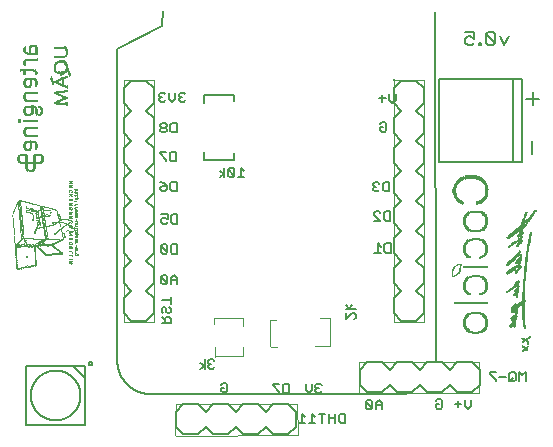
<source format=gbr>
G04 EAGLE Gerber X2 export*
%TF.Part,Single*%
%TF.FileFunction,Legend,Bot,1*%
%TF.FilePolarity,Positive*%
%TF.GenerationSoftware,Autodesk,EAGLE,8.6.0*%
%TF.CreationDate,2018-10-27T03:19:52Z*%
G75*
%MOMM*%
%FSLAX34Y34*%
%LPD*%
%AMOC8*
5,1,8,0,0,1.08239X$1,22.5*%
G01*
%ADD10R,0.012700X0.254000*%
%ADD11R,0.012700X0.368300*%
%ADD12R,0.012700X0.431800*%
%ADD13R,0.012700X0.495300*%
%ADD14R,0.012700X0.533400*%
%ADD15R,0.012700X0.571500*%
%ADD16R,0.012700X0.596900*%
%ADD17R,0.012700X0.419100*%
%ADD18R,0.012700X0.622300*%
%ADD19R,0.012700X0.647700*%
%ADD20R,0.012700X0.546100*%
%ADD21R,0.012700X0.673100*%
%ADD22R,0.012700X0.698500*%
%ADD23R,0.012700X0.711200*%
%ADD24R,0.012700X0.723900*%
%ADD25R,0.012700X0.685800*%
%ADD26R,0.012700X0.749300*%
%ADD27R,0.012700X0.266700*%
%ADD28R,0.012700X0.279400*%
%ADD29R,0.012700X0.241300*%
%ADD30R,0.012700X0.228600*%
%ADD31R,0.012700X0.215900*%
%ADD32R,0.012700X0.190500*%
%ADD33R,0.012700X0.203200*%
%ADD34R,0.012700X0.292100*%
%ADD35R,0.012700X0.177800*%
%ADD36R,0.012700X0.165100*%
%ADD37R,0.012700X0.152400*%
%ADD38R,0.012700X0.139700*%
%ADD39R,0.012700X0.127000*%
%ADD40R,0.012700X0.050800*%
%ADD41R,0.012700X0.101600*%
%ADD42R,0.012700X0.609600*%
%ADD43R,0.012700X0.317500*%
%ADD44R,0.012700X0.330200*%
%ADD45R,0.012700X0.482600*%
%ADD46R,0.012700X0.635000*%
%ADD47R,0.012700X0.558800*%
%ADD48R,0.012700X0.736600*%
%ADD49R,0.012700X0.342900*%
%ADD50R,0.012700X0.584200*%
%ADD51R,0.012700X0.355600*%
%ADD52R,0.012700X0.762000*%
%ADD53R,0.012700X0.774700*%
%ADD54R,0.012700X0.381000*%
%ADD55R,0.012700X0.787400*%
%ADD56R,0.012700X0.393700*%
%ADD57R,0.012700X0.406400*%
%ADD58R,0.012700X0.800100*%
%ADD59R,0.012700X0.660400*%
%ADD60R,0.012700X1.206500*%
%ADD61R,0.012700X0.076200*%
%ADD62R,0.012700X1.244600*%
%ADD63R,0.012700X0.012700*%
%ADD64R,0.012700X1.257300*%
%ADD65R,0.012700X1.270000*%
%ADD66R,0.012700X1.295400*%
%ADD67R,0.012700X1.282700*%
%ADD68R,0.012700X0.520700*%
%ADD69R,0.012700X0.304800*%
%ADD70R,0.012700X0.025400*%
%ADD71R,0.012700X0.457200*%
%ADD72R,0.012700X0.469900*%
%ADD73R,0.017781X0.053338*%
%ADD74R,0.017775X0.444500*%
%ADD75R,0.017781X0.640081*%
%ADD76R,0.017781X0.355600*%
%ADD77R,0.017781X0.337819*%
%ADD78R,0.017775X0.782319*%
%ADD79R,0.017775X0.533400*%
%ADD80R,0.017775X0.515619*%
%ADD81R,0.017781X0.906775*%
%ADD82R,0.017781X0.231138*%
%ADD83R,0.017781X0.657856*%
%ADD84R,0.017781X0.213356*%
%ADD85R,0.017781X0.995681*%
%ADD86R,0.017781X0.746762*%
%ADD87R,0.017781X0.728981*%
%ADD88R,0.017781X0.746756*%
%ADD89R,0.017775X1.084575*%
%ADD90R,0.017775X0.835656*%
%ADD91R,0.017775X0.817881*%
%ADD92R,0.017775X0.231138*%
%ADD93R,0.017775X0.213356*%
%ADD94R,0.017781X1.155700*%
%ADD95R,0.017781X0.906781*%
%ADD96R,0.017781X0.889000*%
%ADD97R,0.017775X1.226819*%
%ADD98R,0.017775X0.960119*%
%ADD99R,0.017781X1.297937*%
%ADD100R,0.017781X1.031238*%
%ADD101R,0.017781X1.013456*%
%ADD102R,0.017781X1.351281*%
%ADD103R,0.017781X1.102363*%
%ADD104R,0.017781X1.066800*%
%ADD105R,0.017781X1.102356*%
%ADD106R,0.017775X1.422400*%
%ADD107R,0.017775X1.137919*%
%ADD108R,0.017775X1.120138*%
%ADD109R,0.017781X0.551181*%
%ADD110R,0.017781X0.497838*%
%ADD111R,0.017781X0.426719*%
%ADD112R,0.017781X0.444500*%
%ADD113R,0.017781X0.408938*%
%ADD114R,0.017775X0.480056*%
%ADD115R,0.017775X0.391156*%
%ADD116R,0.017775X0.373375*%
%ADD117R,0.017775X0.355600*%
%ADD118R,0.017781X0.320038*%
%ADD119R,0.017781X0.373381*%
%ADD120R,0.017781X0.302262*%
%ADD121R,0.017775X0.320038*%
%ADD122R,0.017775X0.284475*%
%ADD123R,0.017781X0.373375*%
%ADD124R,0.017781X0.302256*%
%ADD125R,0.017781X0.284481*%
%ADD126R,0.017781X0.266700*%
%ADD127R,0.017775X0.373381*%
%ADD128R,0.017775X0.302256*%
%ADD129R,0.017775X0.248919*%
%ADD130R,0.017775X0.266700*%
%ADD131R,0.017781X0.248919*%
%ADD132R,0.017781X0.284475*%
%ADD133R,0.017775X0.284481*%
%ADD134R,0.017775X0.302262*%
%ADD135R,0.017775X0.213363*%
%ADD136R,0.017781X0.213363*%
%ADD137R,0.017775X0.337819*%
%ADD138R,0.017781X0.391156*%
%ADD139R,0.017781X0.391163*%
%ADD140R,0.017775X0.462281*%
%ADD141R,0.017775X0.462275*%
%ADD142R,0.017775X0.426719*%
%ADD143R,0.017781X1.137919*%
%ADD144R,0.017781X1.120138*%
%ADD145R,0.017781X1.084575*%
%ADD146R,0.017775X1.013456*%
%ADD147R,0.017775X1.031238*%
%ADD148R,0.017781X0.960119*%
%ADD149R,0.017775X0.889000*%
%ADD150R,0.017781X0.817881*%
%ADD151R,0.017781X0.817875*%
%ADD152R,0.017781X0.728975*%
%ADD153R,0.017775X0.640081*%
%ADD154R,0.017775X0.640075*%
%ADD155R,0.017775X0.622300*%
%ADD156R,0.017781X0.017781*%
%ADD157R,0.017775X0.053338*%
%ADD158R,0.017781X0.106681*%
%ADD159R,0.017781X0.160019*%
%ADD160R,0.017775X0.195575*%
%ADD161R,0.017781X0.088900*%
%ADD162R,0.017775X0.088900*%
%ADD163R,0.017781X0.071119*%
%ADD164R,0.017775X0.071119*%
%ADD165R,0.017775X0.408938*%
%ADD166R,0.017781X0.462281*%
%ADD167R,0.017781X1.422400*%
%ADD168R,0.017775X1.315719*%
%ADD169R,0.017781X1.244600*%
%ADD170R,0.017775X1.173481*%
%ADD171R,0.017775X0.906781*%
%ADD172R,0.017775X0.675638*%
%ADD173R,0.017781X0.515619*%
%ADD174R,0.017781X0.124456*%
%ADD175R,0.017781X0.462275*%
%ADD176R,0.017781X0.586738*%
%ADD177R,0.005081X0.020319*%
%ADD178R,0.005081X0.060956*%
%ADD179R,0.005075X0.106681*%
%ADD180R,0.005081X0.147319*%
%ADD181R,0.005075X0.193038*%
%ADD182R,0.005081X0.243838*%
%ADD183R,0.005081X0.005081*%
%ADD184R,0.005081X0.340356*%
%ADD185R,0.005075X0.391163*%
%ADD186R,0.005081X0.401319*%
%ADD187R,0.005075X0.401319*%
%ADD188R,0.005081X0.396238*%
%ADD189R,0.005075X0.396238*%
%ADD190R,0.005081X0.391163*%
%ADD191R,0.005075X0.391156*%
%ADD192R,0.005081X0.386081*%
%ADD193R,0.005081X0.386075*%
%ADD194R,0.005075X0.381000*%
%ADD195R,0.005081X0.381000*%
%ADD196R,0.005081X0.375919*%
%ADD197R,0.005075X0.370838*%
%ADD198R,0.005081X0.365762*%
%ADD199R,0.005075X0.365756*%
%ADD200R,0.005081X0.365756*%
%ADD201R,0.005081X0.360675*%
%ADD202R,0.005075X0.360675*%
%ADD203R,0.005081X0.355600*%
%ADD204R,0.005075X0.355600*%
%ADD205R,0.005081X0.350519*%
%ADD206R,0.005075X0.350519*%
%ADD207R,0.005075X0.345438*%
%ADD208R,0.005081X0.345438*%
%ADD209R,0.005075X0.340356*%
%ADD210R,0.005081X0.340363*%
%ADD211R,0.005075X0.121919*%
%ADD212R,0.005075X0.447038*%
%ADD213R,0.005081X0.213363*%
%ADD214R,0.005081X0.447038*%
%ADD215R,0.005075X0.274319*%
%ADD216R,0.005081X0.320038*%
%ADD217R,0.005081X0.426719*%
%ADD218R,0.005081X0.360681*%
%ADD219R,0.005081X0.177800*%
%ADD220R,0.005081X0.259081*%
%ADD221R,0.005081X0.071119*%
%ADD222R,0.005081X0.254000*%
%ADD223R,0.005075X0.467356*%
%ADD224R,0.005075X0.177800*%
%ADD225R,0.005075X0.254000*%
%ADD226R,0.005075X0.076200*%
%ADD227R,0.005075X0.259075*%
%ADD228R,0.005081X0.502919*%
%ADD229R,0.005081X0.259075*%
%ADD230R,0.005081X0.172719*%
%ADD231R,0.005081X0.081281*%
%ADD232R,0.005075X0.452119*%
%ADD233R,0.005075X0.533400*%
%ADD234R,0.005075X0.248919*%
%ADD235R,0.005075X0.172719*%
%ADD236R,0.005075X0.086356*%
%ADD237R,0.005081X0.482600*%
%ADD238R,0.005081X0.558800*%
%ADD239R,0.005081X0.091438*%
%ADD240R,0.005081X0.584200*%
%ADD241R,0.005081X0.248919*%
%ADD242R,0.005081X0.096519*%
%ADD243R,0.005075X0.528319*%
%ADD244R,0.005075X0.614681*%
%ADD245R,0.005075X0.101600*%
%ADD246R,0.005081X0.543556*%
%ADD247R,0.005081X0.635000*%
%ADD248R,0.005081X0.101600*%
%ADD249R,0.005075X0.563881*%
%ADD250R,0.005075X0.655319*%
%ADD251R,0.005081X0.670556*%
%ADD252R,0.005081X0.111763*%
%ADD253R,0.005081X0.599438*%
%ADD254R,0.005081X0.690881*%
%ADD255R,0.005081X0.116838*%
%ADD256R,0.005075X0.619762*%
%ADD257R,0.005075X0.711200*%
%ADD258R,0.005075X0.116838*%
%ADD259R,0.005081X0.619756*%
%ADD260R,0.005081X0.010156*%
%ADD261R,0.005081X0.721356*%
%ADD262R,0.005081X0.127000*%
%ADD263R,0.005075X0.650238*%
%ADD264R,0.005075X0.741681*%
%ADD265R,0.005075X0.243838*%
%ADD266R,0.005075X0.127000*%
%ADD267R,0.005075X0.259081*%
%ADD268R,0.005081X0.655319*%
%ADD269R,0.005081X0.010162*%
%ADD270R,0.005081X0.756919*%
%ADD271R,0.005081X0.132075*%
%ADD272R,0.005081X0.680719*%
%ADD273R,0.005081X0.325119*%
%ADD274R,0.005081X0.167637*%
%ADD275R,0.005081X0.137156*%
%ADD276R,0.005075X0.690881*%
%ADD277R,0.005075X0.325119*%
%ADD278R,0.005075X0.304800*%
%ADD279R,0.005075X0.167637*%
%ADD280R,0.005075X0.142238*%
%ADD281R,0.005081X0.706119*%
%ADD282R,0.005081X0.289563*%
%ADD283R,0.005075X0.716281*%
%ADD284R,0.005075X0.309875*%
%ADD285R,0.005075X0.284481*%
%ADD286R,0.005075X0.152400*%
%ADD287R,0.005081X0.726438*%
%ADD288R,0.005081X0.299719*%
%ADD289R,0.005081X0.279400*%
%ADD290R,0.005081X0.157481*%
%ADD291R,0.005081X0.741681*%
%ADD292R,0.005081X0.269238*%
%ADD293R,0.005075X0.299719*%
%ADD294R,0.005075X0.294637*%
%ADD295R,0.005075X0.269238*%
%ADD296R,0.005081X0.289556*%
%ADD297R,0.005081X0.264156*%
%ADD298R,0.005075X0.314963*%
%ADD299R,0.005081X0.304800*%
%ADD300R,0.005081X0.182875*%
%ADD301R,0.005081X0.294637*%
%ADD302R,0.005081X0.005075*%
%ADD303R,0.005081X0.187956*%
%ADD304R,0.005075X0.289556*%
%ADD305R,0.005075X0.238756*%
%ADD306R,0.005075X0.279400*%
%ADD307R,0.005075X0.187956*%
%ADD308R,0.005081X0.284481*%
%ADD309R,0.005081X0.238756*%
%ADD310R,0.005081X0.274319*%
%ADD311R,0.005081X0.198119*%
%ADD312R,0.005075X0.233681*%
%ADD313R,0.005075X0.198119*%
%ADD314R,0.005081X0.228600*%
%ADD315R,0.005081X0.203200*%
%ADD316R,0.005081X0.208281*%
%ADD317R,0.005075X0.223519*%
%ADD318R,0.005075X0.213356*%
%ADD319R,0.005081X0.223519*%
%ADD320R,0.005081X0.218438*%
%ADD321R,0.005075X0.264156*%
%ADD322R,0.005081X0.213356*%
%ADD323R,0.005081X0.233675*%
%ADD324R,0.005075X0.213363*%
%ADD325R,0.005081X0.162556*%
%ADD326R,0.005075X0.264163*%
%ADD327R,0.005081X0.208275*%
%ADD328R,0.005075X0.208275*%
%ADD329R,0.005075X0.208281*%
%ADD330R,0.005075X0.203200*%
%ADD331R,0.005075X0.162556*%
%ADD332R,0.005081X0.238763*%
%ADD333R,0.005081X0.309881*%
%ADD334R,0.005075X0.330200*%
%ADD335R,0.005081X0.335281*%
%ADD336R,0.005075X0.162562*%
%ADD337R,0.005075X0.005075*%
%ADD338R,0.005075X0.157475*%
%ADD339R,0.005081X0.162562*%
%ADD340R,0.005081X0.157475*%
%ADD341R,0.005075X0.360681*%
%ADD342R,0.005081X0.370838*%
%ADD343R,0.005075X0.817881*%
%ADD344R,0.005075X0.157481*%
%ADD345R,0.005081X0.812800*%
%ADD346R,0.005075X0.807719*%
%ADD347R,0.005075X0.386081*%
%ADD348R,0.005081X0.807719*%
%ADD349R,0.005081X0.391156*%
%ADD350R,0.005081X0.193038*%
%ADD351R,0.005081X0.797563*%
%ADD352R,0.005075X0.797563*%
%ADD353R,0.005075X0.228600*%
%ADD354R,0.005081X0.792481*%
%ADD355R,0.005075X0.787400*%
%ADD356R,0.005081X0.782319*%
%ADD357R,0.005081X0.777238*%
%ADD358R,0.005075X0.777238*%
%ADD359R,0.005081X0.772156*%
%ADD360R,0.005075X0.767081*%
%ADD361R,0.005081X0.762000*%
%ADD362R,0.005081X0.152400*%
%ADD363R,0.005075X0.751838*%
%ADD364R,0.005081X0.746762*%
%ADD365R,0.005081X0.736600*%
%ADD366R,0.005081X0.731519*%
%ADD367R,0.005075X0.731519*%
%ADD368R,0.005075X0.238763*%
%ADD369R,0.005075X0.218438*%
%ADD370R,0.005081X0.233681*%
%ADD371R,0.005075X0.233675*%
%ADD372R,0.005081X0.142238*%
%ADD373R,0.005075X0.147319*%
%ADD374R,0.005081X0.137162*%
%ADD375R,0.005075X0.137156*%
%ADD376R,0.005075X0.375919*%
%ADD377R,0.005075X0.335281*%
%ADD378R,0.005081X0.330200*%
%ADD379R,0.005075X0.132081*%
%ADD380R,0.005075X0.314956*%
%ADD381R,0.005075X0.005081*%
%ADD382R,0.005081X0.314956*%
%ADD383R,0.005075X0.132075*%
%ADD384R,0.005081X0.309875*%
%ADD385R,0.005081X0.132081*%
%ADD386R,0.005075X0.289563*%
%ADD387R,0.005081X0.284475*%
%ADD388R,0.005075X0.284475*%
%ADD389R,0.005075X0.010156*%
%ADD390R,0.005081X0.264163*%
%ADD391R,0.005075X0.182881*%
%ADD392R,0.005081X0.182881*%
%ADD393R,0.005075X0.675638*%
%ADD394R,0.005081X0.675638*%
%ADD395R,0.005081X0.187963*%
%ADD396R,0.005075X0.635000*%
%ADD397R,0.005081X0.614675*%
%ADD398R,0.005075X0.594356*%
%ADD399R,0.005081X0.563875*%
%ADD400R,0.005081X0.523238*%
%ADD401R,0.005075X0.492756*%
%ADD402R,0.005081X0.462275*%
%ADD403R,0.005075X0.426719*%
%ADD404R,0.005081X0.121919*%
%ADD405R,0.005075X0.035556*%
%ADD406R,0.005081X0.066037*%
%ADD407R,0.005075X0.335275*%
%ADD408C,0.177800*%
%ADD409C,0.127000*%
%ADD410C,0.101600*%
%ADD411C,0.152400*%
%ADD412R,0.025400X0.101600*%
%ADD413R,0.025400X0.152400*%
%ADD414R,0.025400X0.203200*%
%ADD415R,0.025400X0.228600*%
%ADD416R,0.025400X0.279400*%
%ADD417R,0.025400X0.304800*%
%ADD418R,0.025400X0.330200*%
%ADD419R,0.025400X0.127000*%
%ADD420R,0.025400X0.406400*%
%ADD421R,0.025400X0.533400*%
%ADD422R,0.025400X0.635000*%
%ADD423R,0.025400X0.736600*%
%ADD424R,0.025400X0.838200*%
%ADD425R,0.025400X0.355600*%
%ADD426R,0.025400X0.787400*%
%ADD427R,0.025400X0.177800*%
%ADD428R,0.025400X0.762000*%
%ADD429R,0.025400X0.381000*%
%ADD430R,0.025400X0.812800*%
%ADD431R,0.025400X0.254000*%
%ADD432R,0.025400X0.050800*%
%ADD433R,0.025400X0.863600*%
%ADD434R,0.025400X0.914400*%
%ADD435R,0.025400X0.990600*%
%ADD436R,0.025400X1.143000*%
%ADD437R,0.025400X0.431800*%
%ADD438R,0.025400X1.244600*%
%ADD439R,0.025400X1.371600*%
%ADD440R,0.025400X1.447800*%
%ADD441R,0.025400X1.473200*%
%ADD442R,0.025400X1.524000*%
%ADD443R,0.025400X1.549400*%
%ADD444R,0.025400X1.574800*%
%ADD445R,0.025400X0.482600*%
%ADD446R,0.025400X1.676400*%
%ADD447R,0.025400X0.685800*%
%ADD448R,0.025400X0.076200*%
%ADD449R,0.025400X2.108200*%
%ADD450R,0.025400X4.445000*%
%ADD451R,0.025400X0.584200*%
%ADD452R,0.025400X4.064000*%
%ADD453R,0.025400X0.889000*%
%ADD454R,0.025400X3.479800*%
%ADD455R,0.025400X2.946400*%
%ADD456R,0.025400X2.336800*%
%ADD457R,0.025400X1.320800*%
%ADD458R,0.025400X0.025400*%
%ADD459R,0.025400X1.346200*%
%ADD460R,0.025400X1.295400*%
%ADD461R,0.025400X1.600200*%
%ADD462R,0.025400X0.660400*%
%ADD463R,0.025400X0.508000*%
%ADD464R,0.025400X0.558800*%
%ADD465R,0.025400X0.711200*%
%ADD466R,0.025400X0.457200*%
%ADD467R,0.025400X1.041400*%
%ADD468R,0.025400X0.609600*%
%ADD469R,0.025400X1.066800*%
%ADD470R,0.025400X1.092200*%
%ADD471R,0.025400X1.397000*%
%ADD472R,0.025400X1.117600*%
%ADD473R,0.025400X1.625600*%
%ADD474R,0.025400X1.016000*%
%ADD475R,0.025400X1.219200*%
%ADD476R,0.025400X1.270000*%
%ADD477C,0.203200*%


D10*
X44450Y237528D03*
D11*
X44323Y237592D03*
D12*
X44196Y237528D03*
D13*
X44069Y237592D03*
D14*
X43942Y237528D03*
D15*
X43815Y237592D03*
D16*
X43688Y237592D03*
D17*
X43561Y278232D03*
D18*
X43561Y237592D03*
D13*
X43434Y278232D03*
D19*
X43434Y237592D03*
D20*
X43307Y278232D03*
D21*
X43307Y237592D03*
D16*
X43180Y278232D03*
D22*
X43180Y237592D03*
D18*
X43053Y278232D03*
D23*
X43053Y237528D03*
D19*
X42926Y278232D03*
D24*
X42926Y237592D03*
D25*
X42799Y278168D03*
D26*
X42799Y237592D03*
D22*
X42672Y278232D03*
D27*
X42672Y240005D03*
D28*
X42672Y235115D03*
D24*
X42545Y278232D03*
D29*
X42545Y240259D03*
D30*
X42545Y234861D03*
D26*
X42418Y278232D03*
D31*
X42418Y240386D03*
X42418Y234671D03*
D32*
X42291Y240513D03*
D33*
X42291Y234607D03*
D34*
X42164Y280645D03*
X42164Y275819D03*
D32*
X42164Y240640D03*
X42164Y234544D03*
D29*
X42037Y281026D03*
X42037Y275438D03*
D35*
X42037Y240703D03*
D32*
X42037Y234417D03*
D31*
X41910Y281153D03*
X41910Y275311D03*
D36*
X41910Y240767D03*
D35*
X41910Y234353D03*
D31*
X41783Y281280D03*
X41783Y275184D03*
D35*
X41783Y240830D03*
D36*
X41783Y234290D03*
D33*
X41656Y281343D03*
X41656Y275120D03*
D36*
X41656Y240894D03*
X41656Y234290D03*
D32*
X41529Y281407D03*
X41529Y275057D03*
D36*
X41529Y240894D03*
D37*
X41529Y234226D03*
D32*
X41402Y281534D03*
D35*
X41402Y274993D03*
D36*
X41402Y240894D03*
D37*
X41402Y234226D03*
D32*
X41275Y281534D03*
X41275Y274930D03*
D37*
X41275Y240957D03*
D36*
X41275Y234163D03*
D35*
X41148Y281597D03*
D32*
X41148Y274930D03*
D37*
X41148Y240957D03*
D36*
X41148Y234163D03*
D35*
X41021Y281597D03*
X41021Y274866D03*
D37*
X41021Y240957D03*
D36*
X41021Y234163D03*
D35*
X40894Y281597D03*
X40894Y274866D03*
D37*
X40894Y240957D03*
D36*
X40894Y234163D03*
D35*
X40767Y281597D03*
X40767Y274866D03*
D37*
X40767Y240957D03*
D36*
X40767Y234163D03*
D35*
X40640Y281597D03*
X40640Y274866D03*
D37*
X40640Y240957D03*
D36*
X40640Y234163D03*
D35*
X40513Y281597D03*
X40513Y274866D03*
D37*
X40513Y240957D03*
D36*
X40513Y234163D03*
X40386Y281661D03*
D35*
X40386Y274866D03*
D37*
X40386Y240957D03*
D36*
X40386Y234163D03*
D38*
X40259Y281661D03*
D32*
X40259Y274930D03*
D37*
X40259Y240957D03*
D36*
X40259Y234163D03*
D32*
X40132Y274930D03*
D37*
X40132Y240957D03*
D36*
X40132Y234163D03*
D35*
X40005Y274993D03*
D37*
X40005Y240957D03*
D36*
X40005Y234163D03*
D32*
X39878Y275057D03*
D37*
X39878Y240957D03*
D36*
X39878Y234163D03*
D33*
X39751Y275120D03*
D37*
X39751Y240957D03*
D36*
X39751Y234163D03*
D31*
X39624Y275184D03*
D37*
X39624Y240957D03*
D36*
X39624Y234163D03*
D31*
X39497Y275311D03*
D37*
X39497Y240957D03*
D36*
X39497Y234163D03*
D29*
X39370Y275438D03*
D37*
X39370Y240957D03*
D36*
X39370Y234163D03*
D13*
X39243Y328524D03*
D39*
X39243Y321602D03*
D40*
X39243Y310045D03*
D41*
X39243Y302171D03*
D39*
X39243Y293535D03*
X39243Y286804D03*
D13*
X39243Y276835D03*
D39*
X39243Y269278D03*
X39243Y263690D03*
X39243Y256959D03*
D41*
X39243Y248958D03*
D37*
X39243Y240957D03*
D36*
X39243Y234163D03*
D42*
X39116Y328841D03*
D36*
X39116Y321666D03*
D30*
X39116Y309918D03*
D43*
X39116Y301854D03*
D36*
X39116Y293599D03*
D35*
X39116Y286804D03*
D15*
X39116Y277216D03*
D35*
X39116Y269278D03*
D36*
X39116Y263754D03*
D35*
X39116Y256959D03*
D44*
X39116Y248704D03*
D36*
X39116Y240894D03*
X39116Y234163D03*
D19*
X38989Y329032D03*
D35*
X38989Y321602D03*
D27*
X38989Y309982D03*
D17*
X38989Y301727D03*
D35*
X38989Y293535D03*
X38989Y286804D03*
D16*
X38989Y277470D03*
D35*
X38989Y269278D03*
X38989Y263690D03*
X38989Y256959D03*
D17*
X38989Y248641D03*
D36*
X38989Y240894D03*
X38989Y234163D03*
D21*
X38862Y329159D03*
D35*
X38862Y321602D03*
D34*
X38862Y310109D03*
D45*
X38862Y301663D03*
D35*
X38862Y293535D03*
X38862Y286804D03*
D42*
X38862Y277660D03*
D35*
X38862Y269278D03*
X38862Y263690D03*
X38862Y256959D03*
D45*
X38862Y248577D03*
D36*
X38862Y240894D03*
X38862Y234163D03*
D22*
X38735Y329286D03*
D35*
X38735Y321602D03*
D43*
X38735Y310236D03*
D14*
X38735Y301663D03*
D35*
X38735Y293535D03*
X38735Y286804D03*
D18*
X38735Y277851D03*
D35*
X38735Y269278D03*
X38735Y263690D03*
X38735Y256959D03*
D20*
X38735Y248514D03*
D35*
X38735Y240830D03*
D36*
X38735Y234163D03*
D23*
X38608Y329349D03*
D35*
X38608Y321602D03*
D44*
X38608Y310299D03*
D15*
X38608Y301727D03*
D35*
X38608Y293535D03*
X38608Y286804D03*
D46*
X38608Y277914D03*
D35*
X38608Y269278D03*
X38608Y263690D03*
X38608Y256959D03*
D47*
X38608Y248577D03*
D36*
X38608Y240767D03*
X38608Y234163D03*
D48*
X38481Y329476D03*
D35*
X38481Y321602D03*
D49*
X38481Y310363D03*
D50*
X38481Y301790D03*
D35*
X38481Y293535D03*
X38481Y286804D03*
D46*
X38481Y278168D03*
D35*
X38481Y269278D03*
X38481Y263690D03*
X38481Y256959D03*
D16*
X38481Y248641D03*
D35*
X38481Y240703D03*
D36*
X38481Y234163D03*
D26*
X38354Y329540D03*
D35*
X38354Y321602D03*
D51*
X38354Y310426D03*
D16*
X38354Y301854D03*
D35*
X38354Y293535D03*
X38354Y286804D03*
D46*
X38354Y278295D03*
D35*
X38354Y269278D03*
X38354Y263690D03*
X38354Y256959D03*
D42*
X38354Y248704D03*
D32*
X38354Y240640D03*
D36*
X38354Y234163D03*
D52*
X38227Y329603D03*
D35*
X38227Y321602D03*
D11*
X38227Y310490D03*
D42*
X38227Y301917D03*
D35*
X38227Y293535D03*
X38227Y286804D03*
D46*
X38227Y278422D03*
D35*
X38227Y269278D03*
X38227Y263690D03*
X38227Y256959D03*
D18*
X38227Y248768D03*
D33*
X38227Y240576D03*
D36*
X38227Y234163D03*
D53*
X38100Y329667D03*
D35*
X38100Y321602D03*
D54*
X38100Y310553D03*
D18*
X38100Y301981D03*
D35*
X38100Y293535D03*
X38100Y286804D03*
D18*
X38100Y278613D03*
D35*
X38100Y269278D03*
X38100Y263690D03*
X38100Y256959D03*
D46*
X38100Y248831D03*
D33*
X38100Y240449D03*
D36*
X38100Y234163D03*
D55*
X37973Y329730D03*
D35*
X37973Y321602D03*
D56*
X37973Y310617D03*
D46*
X37973Y302044D03*
D35*
X37973Y293535D03*
X37973Y286804D03*
D42*
X37973Y278803D03*
D35*
X37973Y269278D03*
X37973Y263690D03*
X37973Y256959D03*
D19*
X37973Y248895D03*
D31*
X37973Y240386D03*
D36*
X37973Y234163D03*
D55*
X37846Y329730D03*
D35*
X37846Y321602D03*
D57*
X37846Y310680D03*
D19*
X37846Y302108D03*
D35*
X37846Y293535D03*
X37846Y286804D03*
D15*
X37846Y278994D03*
D35*
X37846Y269278D03*
X37846Y263690D03*
X37846Y256959D03*
D19*
X37846Y248895D03*
D29*
X37846Y240132D03*
D36*
X37846Y234163D03*
D58*
X37719Y329794D03*
D35*
X37719Y321602D03*
D56*
X37719Y310744D03*
D59*
X37719Y302171D03*
D35*
X37719Y293535D03*
X37719Y286804D03*
D14*
X37719Y279311D03*
D35*
X37719Y269278D03*
X37719Y263690D03*
X37719Y256959D03*
D59*
X37719Y248958D03*
D58*
X37719Y237338D03*
D10*
X37592Y332651D03*
D35*
X37592Y326682D03*
X37592Y321602D03*
D10*
X37592Y311569D03*
X37592Y304203D03*
D36*
X37592Y299695D03*
D35*
X37592Y293535D03*
X37592Y286804D03*
D10*
X37592Y280835D03*
D35*
X37592Y269278D03*
X37592Y263690D03*
X37592Y256959D03*
D27*
X37592Y251054D03*
D37*
X37592Y246545D03*
D60*
X37592Y235179D03*
D30*
X37465Y332778D03*
D35*
X37465Y326682D03*
X37465Y321602D03*
D29*
X37465Y311760D03*
X37465Y304394D03*
D61*
X37465Y299250D03*
D35*
X37465Y293535D03*
X37465Y286804D03*
D30*
X37465Y280962D03*
D35*
X37465Y269278D03*
X37465Y263690D03*
X37465Y256959D03*
D30*
X37465Y251244D03*
D61*
X37465Y246164D03*
D62*
X37465Y234988D03*
D31*
X37338Y332969D03*
D35*
X37338Y326682D03*
X37338Y321602D03*
D31*
X37338Y311887D03*
X37338Y304521D03*
D35*
X37338Y293535D03*
X37338Y286804D03*
D30*
X37338Y281089D03*
D35*
X37338Y269278D03*
X37338Y263690D03*
X37338Y256959D03*
D30*
X37338Y251371D03*
D63*
X37338Y245974D03*
D64*
X37338Y234798D03*
D33*
X37211Y333032D03*
D35*
X37211Y326682D03*
X37211Y321602D03*
D33*
X37211Y311950D03*
D31*
X37211Y304648D03*
D35*
X37211Y293535D03*
X37211Y286804D03*
D33*
X37211Y281216D03*
D35*
X37211Y269278D03*
X37211Y263690D03*
X37211Y256959D03*
D33*
X37211Y251498D03*
D65*
X37211Y234607D03*
D33*
X37084Y333159D03*
D35*
X37084Y326682D03*
X37084Y321602D03*
D33*
X37084Y312077D03*
X37084Y304711D03*
D35*
X37084Y293535D03*
X37084Y286804D03*
D33*
X37084Y281343D03*
D35*
X37084Y269278D03*
X37084Y263690D03*
X37084Y256959D03*
D32*
X37084Y251562D03*
D66*
X37084Y234480D03*
D33*
X36957Y333159D03*
D35*
X36957Y326682D03*
X36957Y321602D03*
D32*
X36957Y312141D03*
X36957Y304775D03*
D35*
X36957Y293535D03*
X36957Y286804D03*
D33*
X36957Y281343D03*
D35*
X36957Y269278D03*
X36957Y263690D03*
X36957Y256959D03*
D33*
X36957Y251625D03*
D66*
X36957Y234353D03*
D32*
X36830Y333223D03*
D35*
X36830Y326682D03*
X36830Y321602D03*
D32*
X36830Y312141D03*
X36830Y304902D03*
D35*
X36830Y293535D03*
X36830Y286804D03*
D32*
X36830Y281407D03*
D35*
X36830Y269278D03*
X36830Y263690D03*
X36830Y256959D03*
D32*
X36830Y251689D03*
D66*
X36830Y234226D03*
D35*
X36703Y333286D03*
X36703Y326682D03*
X36703Y321602D03*
D32*
X36703Y312268D03*
X36703Y304902D03*
D35*
X36703Y293535D03*
X36703Y286804D03*
D32*
X36703Y281534D03*
D35*
X36703Y269278D03*
X36703Y263690D03*
X36703Y256959D03*
X36703Y251752D03*
D67*
X36703Y234036D03*
D32*
X36576Y333350D03*
D35*
X36576Y326682D03*
X36576Y321602D03*
D32*
X36576Y312268D03*
D35*
X36576Y304965D03*
X36576Y293535D03*
X36576Y286804D03*
D32*
X36576Y281534D03*
D35*
X36576Y269278D03*
X36576Y263690D03*
X36576Y256959D03*
D32*
X36576Y251816D03*
D67*
X36576Y233909D03*
D32*
X36449Y333350D03*
D35*
X36449Y326682D03*
X36449Y321602D03*
X36449Y312331D03*
X36449Y304965D03*
X36449Y293535D03*
X36449Y286804D03*
X36449Y281597D03*
X36449Y269278D03*
X36449Y263690D03*
X36449Y256959D03*
D32*
X36449Y251816D03*
D67*
X36449Y233782D03*
D35*
X36322Y333413D03*
X36322Y326682D03*
X36322Y321602D03*
X36322Y312331D03*
D32*
X36322Y305029D03*
D35*
X36322Y293535D03*
X36322Y286804D03*
X36322Y281597D03*
X36322Y269278D03*
X36322Y263690D03*
X36322Y256959D03*
X36322Y251879D03*
D65*
X36322Y233591D03*
D35*
X36195Y333413D03*
X36195Y326682D03*
X36195Y321602D03*
X36195Y312331D03*
D32*
X36195Y305029D03*
D35*
X36195Y293535D03*
X36195Y286804D03*
D20*
X36195Y279756D03*
D35*
X36195Y269278D03*
X36195Y263690D03*
X36195Y256959D03*
X36195Y251879D03*
D62*
X36195Y233464D03*
D35*
X36068Y333413D03*
X36068Y326682D03*
X36068Y321602D03*
X36068Y312331D03*
X36068Y305092D03*
X36068Y293535D03*
X36068Y286804D03*
D42*
X36068Y279438D03*
D35*
X36068Y269278D03*
X36068Y263690D03*
X36068Y256959D03*
X36068Y251879D03*
D16*
X36068Y236322D03*
D34*
X36068Y228575D03*
D35*
X35941Y333413D03*
X35941Y326682D03*
X35941Y321602D03*
D32*
X35941Y312395D03*
D35*
X35941Y305092D03*
X35941Y293535D03*
X35941Y286804D03*
D19*
X35941Y279248D03*
D35*
X35941Y269278D03*
X35941Y263690D03*
X35941Y256959D03*
X35941Y251879D03*
D45*
X35941Y235877D03*
D27*
X35941Y228321D03*
D35*
X35814Y333413D03*
X35814Y326682D03*
X35814Y321602D03*
X35814Y312458D03*
X35814Y305092D03*
X35814Y293535D03*
X35814Y286804D03*
D21*
X35814Y279121D03*
D35*
X35814Y269278D03*
X35814Y263690D03*
X35814Y256959D03*
X35814Y251879D03*
X35814Y234353D03*
D29*
X35814Y228194D03*
D35*
X35687Y333413D03*
X35687Y326682D03*
X35687Y321602D03*
X35687Y312458D03*
X35687Y305092D03*
X35687Y293535D03*
X35687Y286804D03*
D22*
X35687Y278994D03*
D35*
X35687Y269278D03*
X35687Y263690D03*
X35687Y256959D03*
X35687Y251879D03*
X35687Y234353D03*
D30*
X35687Y228003D03*
D35*
X35560Y333413D03*
X35560Y326682D03*
X35560Y321602D03*
X35560Y312458D03*
X35560Y305092D03*
X35560Y293535D03*
X35560Y286804D03*
D23*
X35560Y278930D03*
D35*
X35560Y269278D03*
X35560Y263690D03*
X35560Y256959D03*
X35560Y251879D03*
X35560Y234353D03*
D31*
X35560Y227940D03*
D35*
X35433Y333413D03*
X35433Y326682D03*
X35433Y321602D03*
X35433Y312458D03*
X35433Y305092D03*
X35433Y293535D03*
X35433Y286804D03*
D24*
X35433Y278867D03*
D35*
X35433Y269278D03*
X35433Y263690D03*
X35433Y256959D03*
X35433Y251879D03*
X35433Y234353D03*
D33*
X35433Y227876D03*
D35*
X35306Y333413D03*
X35306Y326682D03*
X35306Y321602D03*
X35306Y312458D03*
X35306Y305092D03*
X35306Y293535D03*
X35306Y286804D03*
D48*
X35306Y278803D03*
D35*
X35306Y269278D03*
X35306Y263690D03*
X35306Y256959D03*
X35306Y251879D03*
X35306Y234353D03*
D33*
X35306Y227749D03*
D35*
X35179Y333413D03*
X35179Y326682D03*
X35179Y321602D03*
X35179Y312458D03*
X35179Y305092D03*
X35179Y293535D03*
X35179Y286804D03*
D52*
X35179Y278676D03*
D35*
X35179Y269278D03*
X35179Y263690D03*
X35179Y256959D03*
X35179Y251879D03*
X35179Y234353D03*
D33*
X35179Y227749D03*
D32*
X35052Y333350D03*
D35*
X35052Y326682D03*
X35052Y321602D03*
X35052Y312458D03*
X35052Y305092D03*
X35052Y293535D03*
X35052Y286804D03*
D52*
X35052Y278676D03*
D35*
X35052Y269278D03*
X35052Y263690D03*
X35052Y256959D03*
X35052Y251879D03*
X35052Y234353D03*
D32*
X35052Y227686D03*
X34925Y333350D03*
D35*
X34925Y326682D03*
X34925Y321602D03*
X34925Y312458D03*
X34925Y305092D03*
X34925Y293535D03*
X34925Y286804D03*
D53*
X34925Y278613D03*
D35*
X34925Y269278D03*
X34925Y263690D03*
X34925Y256959D03*
X34925Y251879D03*
X34925Y234353D03*
D32*
X34925Y227686D03*
X34798Y333223D03*
D35*
X34798Y326682D03*
X34798Y321602D03*
X34798Y312458D03*
X34798Y305092D03*
X34798Y293535D03*
X34798Y286804D03*
D55*
X34798Y278549D03*
D35*
X34798Y269278D03*
X34798Y263690D03*
X34798Y256959D03*
X34798Y251879D03*
X34798Y234353D03*
X34798Y227622D03*
D33*
X34671Y333159D03*
D35*
X34671Y326682D03*
X34671Y321602D03*
X34671Y312458D03*
D15*
X34671Y303124D03*
D35*
X34671Y293535D03*
X34671Y286804D03*
D58*
X34671Y278486D03*
D35*
X34671Y269278D03*
X34671Y263690D03*
X34671Y256959D03*
D15*
X34671Y249911D03*
D35*
X34671Y234353D03*
D32*
X34671Y227559D03*
D33*
X34544Y333159D03*
D35*
X34544Y326682D03*
X34544Y321602D03*
X34544Y312458D03*
D18*
X34544Y302870D03*
D35*
X34544Y293535D03*
X34544Y286804D03*
X34544Y281597D03*
D29*
X34544Y275692D03*
D35*
X34544Y269278D03*
X34544Y263690D03*
X34544Y256959D03*
D18*
X34544Y249657D03*
D35*
X34544Y234353D03*
D32*
X34544Y227559D03*
D33*
X34417Y333032D03*
D35*
X34417Y326682D03*
X34417Y321602D03*
X34417Y312458D03*
D59*
X34417Y302679D03*
D35*
X34417Y293535D03*
X34417Y286804D03*
X34417Y281597D03*
D30*
X34417Y275501D03*
D35*
X34417Y269278D03*
X34417Y263690D03*
X34417Y256959D03*
D19*
X34417Y249530D03*
D35*
X34417Y234353D03*
X34417Y227495D03*
D31*
X34290Y332969D03*
D35*
X34290Y326682D03*
X34290Y321602D03*
X34290Y312458D03*
D25*
X34290Y302552D03*
D35*
X34290Y293535D03*
X34290Y286804D03*
X34290Y281597D03*
D31*
X34290Y275438D03*
D35*
X34290Y269278D03*
X34290Y263690D03*
X34290Y256959D03*
D25*
X34290Y249339D03*
D35*
X34290Y234353D03*
X34290Y227495D03*
D30*
X34163Y332778D03*
D35*
X34163Y326682D03*
X34163Y321602D03*
X34163Y312458D03*
D23*
X34163Y302425D03*
D35*
X34163Y293535D03*
X34163Y286804D03*
X34163Y281597D03*
D31*
X34163Y275311D03*
D35*
X34163Y269278D03*
X34163Y263690D03*
X34163Y256959D03*
D22*
X34163Y249276D03*
D35*
X34163Y234353D03*
X34163Y227495D03*
D10*
X34036Y332651D03*
D35*
X34036Y326682D03*
X34036Y321602D03*
X34036Y312458D03*
D24*
X34036Y302362D03*
D35*
X34036Y293535D03*
X34036Y286804D03*
X34036Y281597D03*
D33*
X34036Y275247D03*
D35*
X34036Y269278D03*
X34036Y263690D03*
X34036Y256959D03*
D24*
X34036Y249149D03*
D35*
X34036Y234353D03*
X34036Y227495D03*
D58*
X33909Y329794D03*
D35*
X33909Y321602D03*
X33909Y312458D03*
D48*
X33909Y302298D03*
D35*
X33909Y293535D03*
X33909Y286804D03*
X33909Y281597D03*
D32*
X33909Y275184D03*
D35*
X33909Y269278D03*
X33909Y263690D03*
X33909Y256959D03*
D48*
X33909Y249085D03*
D35*
X33909Y234353D03*
X33909Y227495D03*
D55*
X33782Y329730D03*
D35*
X33782Y321602D03*
X33782Y312458D03*
D26*
X33782Y302235D03*
D35*
X33782Y293535D03*
X33782Y286804D03*
X33782Y281597D03*
D32*
X33782Y275057D03*
D35*
X33782Y269278D03*
X33782Y263690D03*
X33782Y256959D03*
D26*
X33782Y249022D03*
D35*
X33782Y234353D03*
X33782Y227495D03*
D55*
X33655Y329730D03*
D35*
X33655Y321602D03*
X33655Y312458D03*
D52*
X33655Y302171D03*
D35*
X33655Y293535D03*
X33655Y286804D03*
X33655Y281597D03*
D32*
X33655Y275057D03*
D35*
X33655Y269278D03*
X33655Y263690D03*
X33655Y256959D03*
D52*
X33655Y248958D03*
D35*
X33655Y234353D03*
X33655Y227495D03*
D53*
X33528Y329667D03*
D35*
X33528Y321602D03*
X33528Y312458D03*
D53*
X33528Y302108D03*
D35*
X33528Y293535D03*
X33528Y286804D03*
X33528Y281597D03*
X33528Y274993D03*
X33528Y269278D03*
X33528Y263690D03*
X33528Y256959D03*
D53*
X33528Y248895D03*
D35*
X33528Y234353D03*
X33528Y227495D03*
D52*
X33401Y329603D03*
D35*
X33401Y321602D03*
X33401Y312458D03*
D55*
X33401Y302044D03*
D35*
X33401Y293535D03*
X33401Y286804D03*
X33401Y281597D03*
X33401Y274993D03*
X33401Y269278D03*
X33401Y263690D03*
X33401Y256959D03*
D55*
X33401Y248831D03*
D35*
X33401Y234353D03*
X33401Y227495D03*
D26*
X33274Y329540D03*
D35*
X33274Y321602D03*
X33274Y312458D03*
D58*
X33274Y301981D03*
D35*
X33274Y293535D03*
X33274Y286804D03*
X33274Y281597D03*
D32*
X33274Y274930D03*
D35*
X33274Y269278D03*
X33274Y263690D03*
X33274Y256959D03*
D55*
X33274Y248831D03*
D35*
X33274Y234353D03*
X33274Y227495D03*
D48*
X33147Y329476D03*
D35*
X33147Y321602D03*
X33147Y312458D03*
D58*
X33147Y301981D03*
D35*
X33147Y293535D03*
X33147Y286804D03*
X33147Y281597D03*
X33147Y274866D03*
X33147Y269278D03*
X33147Y263690D03*
X33147Y256959D03*
D58*
X33147Y248768D03*
D35*
X33147Y234353D03*
X33147Y227495D03*
D23*
X33020Y329349D03*
D35*
X33020Y321602D03*
X33020Y312458D03*
X33020Y305092D03*
D29*
X33020Y299060D03*
D35*
X33020Y293535D03*
X33020Y286804D03*
X33020Y281597D03*
X33020Y274866D03*
X33020Y269278D03*
X33020Y263690D03*
X33020Y256959D03*
X33020Y251879D03*
D29*
X33020Y245847D03*
D35*
X33020Y234353D03*
X33020Y227495D03*
D22*
X32893Y329286D03*
D35*
X32893Y321602D03*
X32893Y312458D03*
X32893Y305092D03*
D30*
X32893Y298869D03*
D35*
X32893Y293535D03*
X32893Y286804D03*
X32893Y281597D03*
X32893Y274866D03*
X32893Y269278D03*
X32893Y263690D03*
X32893Y256959D03*
X32893Y251879D03*
D30*
X32893Y245783D03*
D35*
X32893Y234353D03*
X32893Y227495D03*
D21*
X32766Y329159D03*
D35*
X32766Y321602D03*
X32766Y312458D03*
X32766Y305092D03*
D31*
X32766Y298806D03*
D35*
X32766Y293535D03*
X32766Y286804D03*
X32766Y281597D03*
X32766Y274866D03*
X32766Y269278D03*
X32766Y263690D03*
X32766Y256959D03*
X32766Y251879D03*
D31*
X32766Y245593D03*
D35*
X32766Y234353D03*
X32766Y227495D03*
D19*
X32639Y329032D03*
D35*
X32639Y321602D03*
X32639Y312458D03*
X32639Y305092D03*
D31*
X32639Y298679D03*
D35*
X32639Y293535D03*
X32639Y286804D03*
X32639Y281597D03*
X32639Y274866D03*
X32639Y269278D03*
X32639Y263690D03*
X32639Y256959D03*
X32639Y251879D03*
D33*
X32639Y245529D03*
D35*
X32639Y234353D03*
X32639Y227495D03*
D42*
X32512Y328841D03*
D35*
X32512Y321602D03*
X32512Y312458D03*
X32512Y305092D03*
D33*
X32512Y298615D03*
D35*
X32512Y293535D03*
X32512Y286804D03*
X32512Y281597D03*
X32512Y274866D03*
X32512Y269278D03*
X32512Y263690D03*
X32512Y256959D03*
X32512Y251879D03*
D32*
X32512Y245466D03*
D35*
X32512Y234353D03*
D32*
X32512Y227559D03*
D68*
X32385Y328397D03*
D35*
X32385Y321602D03*
X32385Y312458D03*
X32385Y305092D03*
D32*
X32385Y298552D03*
D35*
X32385Y293535D03*
X32385Y286804D03*
X32385Y281597D03*
X32385Y274866D03*
X32385Y269278D03*
X32385Y263690D03*
X32385Y256959D03*
X32385Y251879D03*
D33*
X32385Y245402D03*
D35*
X32385Y234353D03*
D32*
X32385Y227559D03*
D35*
X32258Y326682D03*
X32258Y321602D03*
X32258Y312458D03*
X32258Y305092D03*
D32*
X32258Y298552D03*
D35*
X32258Y293535D03*
X32258Y286804D03*
X32258Y281597D03*
X32258Y274866D03*
X32258Y269278D03*
X32258Y263690D03*
X32258Y256959D03*
X32258Y251879D03*
D32*
X32258Y245339D03*
D35*
X32258Y234353D03*
X32258Y227622D03*
X32131Y326682D03*
X32131Y321602D03*
X32131Y312458D03*
X32131Y305092D03*
D32*
X32131Y298425D03*
D35*
X32131Y293535D03*
X32131Y286804D03*
X32131Y281597D03*
X32131Y274866D03*
X32131Y269278D03*
X32131Y263690D03*
X32131Y256959D03*
X32131Y251879D03*
X32131Y245275D03*
X32131Y234353D03*
D32*
X32131Y227686D03*
D35*
X32004Y326682D03*
X32004Y321602D03*
X32004Y312458D03*
X32004Y305092D03*
D32*
X32004Y298425D03*
D35*
X32004Y293535D03*
X32004Y286804D03*
X32004Y281597D03*
X32004Y274866D03*
X32004Y269278D03*
X32004Y263690D03*
X32004Y256959D03*
X32004Y251879D03*
D32*
X32004Y245212D03*
D35*
X32004Y234353D03*
D32*
X32004Y227686D03*
D35*
X31877Y326682D03*
X31877Y321602D03*
X31877Y312458D03*
X31877Y305092D03*
X31877Y298361D03*
X31877Y293535D03*
X31877Y286804D03*
X31877Y281597D03*
X31877Y274866D03*
X31877Y269278D03*
X31877Y263690D03*
X31877Y256959D03*
X31877Y251879D03*
D32*
X31877Y245212D03*
D35*
X31877Y234353D03*
D33*
X31877Y227749D03*
D35*
X31750Y326682D03*
X31750Y321602D03*
X31750Y312458D03*
X31750Y305092D03*
X31750Y298361D03*
X31750Y293535D03*
X31750Y286804D03*
X31750Y281597D03*
X31750Y274866D03*
X31750Y269278D03*
X31750Y263690D03*
X31750Y256959D03*
X31750Y251879D03*
X31750Y245148D03*
X31750Y234353D03*
D31*
X31750Y227813D03*
D35*
X31623Y326682D03*
X31623Y321602D03*
X31623Y312458D03*
X31623Y305092D03*
X31623Y298361D03*
X31623Y293535D03*
X31623Y286804D03*
X31623Y281597D03*
X31623Y274866D03*
X31623Y269278D03*
X31623Y263690D03*
X31623Y256959D03*
X31623Y251879D03*
X31623Y245148D03*
X31623Y234353D03*
D33*
X31623Y227876D03*
D35*
X31496Y326682D03*
X31496Y321602D03*
X31496Y312458D03*
X31496Y305092D03*
X31496Y298361D03*
X31496Y293535D03*
X31496Y286804D03*
X31496Y281597D03*
X31496Y274866D03*
X31496Y269278D03*
X31496Y263690D03*
X31496Y256959D03*
X31496Y251879D03*
X31496Y245148D03*
X31496Y234353D03*
D31*
X31496Y227940D03*
D35*
X31369Y326682D03*
X31369Y321602D03*
X31369Y312458D03*
X31369Y305092D03*
D32*
X31369Y298298D03*
D35*
X31369Y293535D03*
X31369Y286804D03*
X31369Y281597D03*
X31369Y274866D03*
X31369Y269278D03*
X31369Y263690D03*
X31369Y256959D03*
X31369Y251879D03*
X31369Y245148D03*
X31369Y234353D03*
D29*
X31369Y228067D03*
D35*
X31242Y326682D03*
X31242Y321602D03*
X31242Y312458D03*
X31242Y305092D03*
D32*
X31242Y298298D03*
D35*
X31242Y293535D03*
X31242Y286804D03*
X31242Y281597D03*
X31242Y274866D03*
X31242Y269278D03*
X31242Y263690D03*
X31242Y256959D03*
X31242Y251879D03*
X31242Y245148D03*
X31242Y234353D03*
D29*
X31242Y228194D03*
D35*
X31115Y326682D03*
X31115Y321602D03*
X31115Y312458D03*
X31115Y305092D03*
X31115Y298361D03*
X31115Y293535D03*
X31115Y286804D03*
X31115Y281597D03*
X31115Y274866D03*
X31115Y269278D03*
X31115Y263690D03*
X31115Y256959D03*
X31115Y251879D03*
X31115Y245148D03*
D47*
X31115Y236131D03*
D27*
X31115Y228321D03*
D35*
X30988Y326682D03*
X30988Y321602D03*
X30988Y312458D03*
X30988Y305092D03*
X30988Y298361D03*
X30988Y293535D03*
X30988Y286804D03*
X30988Y281597D03*
X30988Y274866D03*
X30988Y269278D03*
X30988Y263690D03*
X30988Y256959D03*
X30988Y251879D03*
X30988Y245148D03*
D42*
X30988Y236385D03*
D69*
X30988Y228638D03*
D35*
X30861Y326682D03*
X30861Y321602D03*
X30861Y312458D03*
D32*
X30861Y305029D03*
D35*
X30861Y298361D03*
X30861Y293535D03*
X30861Y286804D03*
X30861Y281597D03*
D32*
X30861Y274930D03*
D35*
X30861Y269278D03*
X30861Y263690D03*
X30861Y256959D03*
X30861Y251879D03*
X30861Y245148D03*
D64*
X30861Y233528D03*
D32*
X30734Y326746D03*
D35*
X30734Y321602D03*
X30734Y312458D03*
X30734Y304965D03*
X30734Y298361D03*
X30734Y293535D03*
D32*
X30734Y286868D03*
D35*
X30734Y281597D03*
D32*
X30734Y274930D03*
D35*
X30734Y269278D03*
X30734Y263690D03*
D32*
X30734Y257023D03*
D35*
X30734Y251879D03*
D32*
X30734Y245212D03*
D67*
X30734Y233655D03*
D35*
X30607Y326809D03*
D32*
X30607Y321539D03*
D35*
X30607Y312458D03*
X30607Y304965D03*
X30607Y298361D03*
D32*
X30607Y293472D03*
X30607Y286868D03*
X30607Y281534D03*
D35*
X30607Y274993D03*
X30607Y269278D03*
D32*
X30607Y263627D03*
X30607Y257023D03*
X30607Y251816D03*
X30607Y245212D03*
D67*
X30607Y233782D03*
D35*
X30480Y326809D03*
D32*
X30480Y321539D03*
D35*
X30480Y312458D03*
D32*
X30480Y304902D03*
X30480Y298425D03*
X30480Y293472D03*
D35*
X30480Y286931D03*
D32*
X30480Y281534D03*
D35*
X30480Y274993D03*
X30480Y269278D03*
D32*
X30480Y263627D03*
D35*
X30480Y257086D03*
D32*
X30480Y251816D03*
D35*
X30480Y245275D03*
D66*
X30480Y233972D03*
D32*
X30353Y326873D03*
X30353Y321412D03*
D35*
X30353Y312458D03*
D32*
X30353Y304902D03*
X30353Y298425D03*
X30353Y293345D03*
X30353Y286995D03*
D35*
X30353Y281470D03*
D32*
X30353Y275057D03*
D35*
X30353Y269278D03*
D32*
X30353Y263500D03*
X30353Y257150D03*
X30353Y251689D03*
X30353Y245339D03*
D66*
X30353Y234099D03*
D32*
X30226Y326873D03*
X30226Y321412D03*
D35*
X30226Y312458D03*
D33*
X30226Y304838D03*
D32*
X30226Y298552D03*
X30226Y293345D03*
X30226Y286995D03*
X30226Y281407D03*
D33*
X30226Y275120D03*
D35*
X30226Y269278D03*
D32*
X30226Y263500D03*
X30226Y257150D03*
X30226Y251689D03*
X30226Y245339D03*
D66*
X30226Y234226D03*
D32*
X30099Y327000D03*
D33*
X30099Y321348D03*
D35*
X30099Y312458D03*
D32*
X30099Y304775D03*
D33*
X30099Y298615D03*
X30099Y293281D03*
D32*
X30099Y287122D03*
D33*
X30099Y281343D03*
D32*
X30099Y275184D03*
D35*
X30099Y269278D03*
D33*
X30099Y263436D03*
D32*
X30099Y257277D03*
D33*
X30099Y251625D03*
D32*
X30099Y245466D03*
D66*
X30099Y234353D03*
D33*
X29972Y327063D03*
X29972Y321221D03*
D35*
X29972Y312458D03*
D33*
X29972Y304711D03*
D31*
X29972Y298679D03*
D33*
X29972Y293154D03*
X29972Y287185D03*
X29972Y281343D03*
X29972Y275247D03*
D35*
X29972Y269278D03*
D33*
X29972Y263309D03*
X29972Y257340D03*
X29972Y251498D03*
X29972Y245529D03*
D67*
X29972Y234544D03*
D31*
X29845Y327127D03*
X29845Y321158D03*
D35*
X29845Y312458D03*
D33*
X29845Y304584D03*
D31*
X29845Y298806D03*
X29845Y293091D03*
X29845Y287249D03*
D33*
X29845Y281216D03*
D31*
X29845Y275311D03*
D35*
X29845Y269278D03*
D31*
X29845Y263246D03*
X29845Y257404D03*
X29845Y251435D03*
X29845Y245593D03*
D67*
X29845Y234671D03*
D31*
X29718Y327254D03*
D30*
X29718Y321094D03*
D35*
X29718Y312458D03*
D30*
X29718Y304457D03*
X29718Y298869D03*
X29718Y293027D03*
D31*
X29718Y287376D03*
D30*
X29718Y281089D03*
D31*
X29718Y275438D03*
D35*
X29718Y269278D03*
D30*
X29718Y263182D03*
D31*
X29718Y257531D03*
X29718Y251308D03*
X29718Y245720D03*
D64*
X29718Y234798D03*
D70*
X29591Y332016D03*
D29*
X29591Y327381D03*
D30*
X29591Y320967D03*
D35*
X29591Y312458D03*
D30*
X29591Y304330D03*
D29*
X29591Y299060D03*
D30*
X29591Y292900D03*
D29*
X29591Y287503D03*
D30*
X29591Y280962D03*
D29*
X29591Y275565D03*
D35*
X29591Y269278D03*
D30*
X29591Y263055D03*
D29*
X29591Y257658D03*
X29591Y251181D03*
X29591Y245847D03*
D62*
X29591Y234988D03*
D39*
X29464Y331635D03*
D27*
X29464Y327635D03*
X29464Y320777D03*
D35*
X29464Y312458D03*
D28*
X29464Y304076D03*
X29464Y299250D03*
D10*
X29464Y292646D03*
D27*
X29464Y287757D03*
X29464Y280772D03*
X29464Y275819D03*
D35*
X29464Y269278D03*
D10*
X29464Y262801D03*
D27*
X29464Y257912D03*
X29464Y250927D03*
X29464Y246101D03*
D60*
X29464Y235306D03*
D50*
X29337Y329349D03*
X29337Y319062D03*
D71*
X29337Y311061D03*
D48*
X29337Y301663D03*
X29337Y290233D03*
X29337Y278295D03*
D35*
X29337Y269278D03*
D48*
X29337Y260388D03*
X29337Y248577D03*
D27*
X29337Y240005D03*
D36*
X29337Y234163D03*
D50*
X29210Y329349D03*
D15*
X29210Y318999D03*
D72*
X29210Y310998D03*
D24*
X29210Y301727D03*
X29210Y290170D03*
X29210Y278232D03*
D35*
X29210Y269278D03*
D24*
X29210Y260325D03*
X29210Y248514D03*
D30*
X29210Y240195D03*
D36*
X29210Y234163D03*
D15*
X29083Y329413D03*
X29083Y318999D03*
D72*
X29083Y310998D03*
D22*
X29083Y301727D03*
X29083Y290170D03*
X29083Y278232D03*
D35*
X29083Y269278D03*
D22*
X29083Y260325D03*
X29083Y248514D03*
D31*
X29083Y240386D03*
D36*
X29083Y234163D03*
D47*
X28956Y329476D03*
X28956Y318935D03*
D72*
X28956Y310998D03*
D25*
X28956Y301663D03*
D21*
X28956Y290170D03*
D25*
X28956Y278295D03*
D35*
X28956Y269278D03*
D21*
X28956Y260325D03*
X28956Y248514D03*
D32*
X28956Y240513D03*
D36*
X28956Y234163D03*
D20*
X28829Y329540D03*
X28829Y318872D03*
D72*
X28829Y310998D03*
D59*
X28829Y301663D03*
D19*
X28829Y290170D03*
D59*
X28829Y278295D03*
D35*
X28829Y269278D03*
D19*
X28829Y260325D03*
X28829Y248514D03*
D32*
X28829Y240640D03*
D36*
X28829Y234163D03*
D14*
X28702Y329603D03*
X28702Y318808D03*
D72*
X28702Y310998D03*
D46*
X28702Y301663D03*
D18*
X28702Y290170D03*
D46*
X28702Y278295D03*
D35*
X28702Y269278D03*
D18*
X28702Y260325D03*
X28702Y248514D03*
D35*
X28702Y240703D03*
D36*
X28702Y234163D03*
D68*
X28575Y329667D03*
X28575Y318745D03*
D72*
X28575Y310998D03*
D16*
X28575Y301727D03*
X28575Y290170D03*
X28575Y278232D03*
D35*
X28575Y269278D03*
D16*
X28575Y260325D03*
X28575Y248514D03*
D35*
X28575Y240703D03*
D36*
X28575Y234163D03*
D13*
X28448Y329794D03*
X28448Y318618D03*
D72*
X28448Y310998D03*
D47*
X28448Y301663D03*
X28448Y290233D03*
X28448Y278295D03*
D35*
X28448Y269278D03*
D47*
X28448Y260388D03*
D15*
X28448Y248514D03*
D36*
X28448Y240767D03*
X28448Y234163D03*
D45*
X28321Y329857D03*
X28321Y318554D03*
D72*
X28321Y310998D03*
D68*
X28321Y301727D03*
X28321Y290170D03*
X28321Y278232D03*
D35*
X28321Y269278D03*
D68*
X28321Y260325D03*
X28321Y248514D03*
D36*
X28321Y240894D03*
X28321Y234163D03*
D71*
X28194Y329984D03*
X28194Y318427D03*
D72*
X28194Y310998D03*
X28194Y301727D03*
X28194Y290170D03*
X28194Y278232D03*
D35*
X28194Y269278D03*
D72*
X28194Y260325D03*
X28194Y248514D03*
D36*
X28194Y240894D03*
X28194Y234163D03*
D56*
X28067Y329921D03*
D12*
X28067Y318300D03*
D72*
X28067Y310998D03*
D57*
X28067Y301663D03*
X28067Y290233D03*
X28067Y278295D03*
D35*
X28067Y269278D03*
D57*
X28067Y260388D03*
X28067Y248577D03*
D36*
X28067Y240894D03*
X28067Y234163D03*
D27*
X27940Y329794D03*
D51*
X27940Y318300D03*
D71*
X27940Y311061D03*
D43*
X27940Y301727D03*
X27940Y290170D03*
X27940Y278232D03*
D36*
X27940Y269342D03*
D43*
X27940Y260325D03*
X27940Y248514D03*
D37*
X27940Y240957D03*
D36*
X27940Y234163D03*
D35*
X27813Y312458D03*
D37*
X27813Y240957D03*
D36*
X27813Y234163D03*
D35*
X27686Y312458D03*
D37*
X27686Y240957D03*
D36*
X27686Y234163D03*
D35*
X27559Y312458D03*
D37*
X27559Y240957D03*
D36*
X27559Y234163D03*
D35*
X27432Y312458D03*
D37*
X27432Y240957D03*
D36*
X27432Y234163D03*
D35*
X27305Y312458D03*
D37*
X27305Y240957D03*
D36*
X27305Y234163D03*
D35*
X27178Y312458D03*
D37*
X27178Y240957D03*
D36*
X27178Y234163D03*
D35*
X27051Y312458D03*
D37*
X27051Y240957D03*
D36*
X27051Y234163D03*
D35*
X26924Y312458D03*
D37*
X26924Y240957D03*
D36*
X26924Y234163D03*
D35*
X26797Y312458D03*
D37*
X26797Y240957D03*
D36*
X26797Y234163D03*
D35*
X26670Y312458D03*
D37*
X26670Y240957D03*
D36*
X26670Y234163D03*
D35*
X26543Y312458D03*
D37*
X26543Y240957D03*
D36*
X26543Y234163D03*
D35*
X26416Y312458D03*
D37*
X26416Y240957D03*
D36*
X26416Y234163D03*
D35*
X26289Y312458D03*
D37*
X26289Y240957D03*
D36*
X26289Y234163D03*
D35*
X26162Y312458D03*
D37*
X26162Y240957D03*
D36*
X26162Y234163D03*
D35*
X26035Y312458D03*
D37*
X26035Y240957D03*
D36*
X26035Y234163D03*
D35*
X25908Y312458D03*
D37*
X25908Y240957D03*
D36*
X25908Y234163D03*
D35*
X25781Y312458D03*
D36*
X25781Y240894D03*
X25781Y234163D03*
D35*
X25654Y312458D03*
D36*
X25654Y240894D03*
D37*
X25654Y234226D03*
D35*
X25527Y312458D03*
D36*
X25527Y240894D03*
X25527Y234290D03*
D35*
X25400Y312458D03*
X25400Y240830D03*
D36*
X25400Y234290D03*
D35*
X25273Y312458D03*
D36*
X25273Y240767D03*
X25273Y234290D03*
X25146Y312395D03*
D35*
X25146Y240703D03*
X25146Y234353D03*
D39*
X25019Y312204D03*
D32*
X25019Y240640D03*
D35*
X25019Y234480D03*
D40*
X24892Y311823D03*
D30*
X24892Y269278D03*
D33*
X24892Y240576D03*
D32*
X24892Y234544D03*
D10*
X24765Y269278D03*
D33*
X24765Y240449D03*
X24765Y234607D03*
D27*
X24638Y269342D03*
D31*
X24638Y240386D03*
X24638Y234798D03*
D27*
X24511Y269342D03*
D29*
X24511Y240132D03*
X24511Y234925D03*
D27*
X24384Y269342D03*
D26*
X24384Y237592D03*
D27*
X24257Y269342D03*
D48*
X24257Y237528D03*
D27*
X24130Y269342D03*
D24*
X24130Y237592D03*
D27*
X24003Y269342D03*
D23*
X24003Y237528D03*
D27*
X23876Y269342D03*
D25*
X23876Y237528D03*
D27*
X23749Y269342D03*
D59*
X23749Y237528D03*
D27*
X23622Y269342D03*
D19*
X23622Y237592D03*
D10*
X23495Y269278D03*
D18*
X23495Y237592D03*
D30*
X23368Y269278D03*
D50*
X23368Y237528D03*
D47*
X23241Y237528D03*
D68*
X23114Y237592D03*
D72*
X22987Y237592D03*
D17*
X22860Y237592D03*
D49*
X22733Y237592D03*
D37*
X22606Y237528D03*
D73*
X421030Y210820D03*
D74*
X420853Y210642D03*
D75*
X420675Y210731D03*
D76*
X420675Y184595D03*
D77*
X420675Y161392D03*
X420675Y130277D03*
D76*
X420675Y98717D03*
D78*
X420497Y210731D03*
D79*
X420497Y184595D03*
D80*
X420497Y161392D03*
X420497Y130277D03*
D79*
X420497Y98717D03*
D81*
X420319Y210642D03*
D75*
X420319Y184595D03*
X420319Y161481D03*
D82*
X420319Y146279D03*
D83*
X420319Y130277D03*
D84*
X420319Y115075D03*
D75*
X420319Y98717D03*
D85*
X420141Y210731D03*
D86*
X420141Y184595D03*
X420141Y161481D03*
D82*
X420141Y146279D03*
D87*
X420141Y130277D03*
D84*
X420141Y115075D03*
D88*
X420141Y98717D03*
D89*
X419964Y210642D03*
D90*
X419964Y184506D03*
D91*
X419964Y161481D03*
D92*
X419964Y146279D03*
D90*
X419964Y130277D03*
D93*
X419964Y115075D03*
D91*
X419964Y98717D03*
D94*
X419786Y210642D03*
D95*
X419786Y184506D03*
D96*
X419786Y161481D03*
D82*
X419786Y146279D03*
D95*
X419786Y130277D03*
D84*
X419786Y115075D03*
D96*
X419786Y98717D03*
D97*
X419608Y210642D03*
D98*
X419608Y184595D03*
X419608Y161481D03*
D92*
X419608Y146279D03*
D98*
X419608Y130366D03*
D93*
X419608Y115075D03*
D98*
X419608Y98717D03*
D99*
X419430Y210642D03*
D100*
X419430Y184595D03*
X419430Y161481D03*
D82*
X419430Y146279D03*
D101*
X419430Y130277D03*
D84*
X419430Y115075D03*
D100*
X419430Y98717D03*
D102*
X419252Y210731D03*
D103*
X419252Y184595D03*
D104*
X419252Y161481D03*
D82*
X419252Y146279D03*
D104*
X419252Y130366D03*
D84*
X419252Y115075D03*
D105*
X419252Y98717D03*
D106*
X419075Y210731D03*
D107*
X419075Y184595D03*
D108*
X419075Y161569D03*
D92*
X419075Y146279D03*
D108*
X419075Y130277D03*
D93*
X419075Y115075D03*
D107*
X419075Y98717D03*
D109*
X418897Y215265D03*
D110*
X418897Y205931D03*
D111*
X418897Y188328D03*
D112*
X418897Y180772D03*
D111*
X418897Y165214D03*
D113*
X418897Y157658D03*
D82*
X418897Y146279D03*
D111*
X418897Y134099D03*
D113*
X418897Y126543D03*
D84*
X418897Y115075D03*
D112*
X418897Y102540D03*
D111*
X418897Y94983D03*
D114*
X418719Y215798D03*
D74*
X418719Y205308D03*
D115*
X418719Y188862D03*
X418719Y180327D03*
D116*
X418719Y165659D03*
D117*
X418719Y157213D03*
D92*
X418719Y146279D03*
D116*
X418719Y134544D03*
D117*
X418719Y126098D03*
D93*
X418719Y115075D03*
D115*
X418719Y102984D03*
X418719Y94450D03*
D112*
X418541Y216332D03*
D113*
X418541Y204953D03*
D76*
X418541Y189217D03*
X418541Y179972D03*
X418541Y166103D03*
D118*
X418541Y156858D03*
D82*
X418541Y146279D03*
D77*
X418541Y134899D03*
D118*
X418541Y125743D03*
D84*
X418541Y115075D03*
D76*
X418541Y103340D03*
X418541Y94094D03*
D111*
X418363Y216599D03*
D119*
X418363Y204597D03*
D77*
X418363Y189484D03*
X418363Y179705D03*
X418363Y166370D03*
D120*
X418363Y156591D03*
D82*
X418363Y146279D03*
D118*
X418363Y135166D03*
D120*
X418363Y125476D03*
D84*
X418363Y115075D03*
D77*
X418363Y103607D03*
X418363Y93828D03*
D115*
X418186Y216954D03*
D117*
X418186Y204330D03*
D121*
X418186Y189751D03*
X418186Y179438D03*
X418186Y166637D03*
D122*
X418186Y156324D03*
D92*
X418186Y146279D03*
D121*
X418186Y135344D03*
D122*
X418186Y125209D03*
D93*
X418186Y115075D03*
D121*
X418186Y103873D03*
X418186Y93561D03*
D123*
X418008Y217221D03*
D76*
X418008Y203975D03*
D118*
X418008Y189929D03*
D124*
X418008Y179172D03*
X418008Y166726D03*
D125*
X418008Y156147D03*
D82*
X418008Y146279D03*
D124*
X418008Y135611D03*
D126*
X418008Y124943D03*
D84*
X418008Y115075D03*
D120*
X418008Y104140D03*
D118*
X418008Y93383D03*
D127*
X417830Y217576D03*
D117*
X417830Y203797D03*
D128*
X417830Y190195D03*
X417830Y178994D03*
D122*
X417830Y166992D03*
D129*
X417830Y155969D03*
D92*
X417830Y146279D03*
D128*
X417830Y135788D03*
D130*
X417830Y124765D03*
D93*
X417830Y115075D03*
D128*
X417830Y104318D03*
X417830Y93116D03*
D123*
X417652Y217754D03*
D77*
X417652Y203530D03*
D120*
X417652Y190373D03*
X417652Y178816D03*
D125*
X417652Y167170D03*
D131*
X417652Y155791D03*
D82*
X417652Y146279D03*
D125*
X417652Y136055D03*
D131*
X417652Y124676D03*
D84*
X417652Y115075D03*
D124*
X417652Y104496D03*
X417652Y92939D03*
D76*
X417474Y218021D03*
D118*
X417474Y203441D03*
D125*
X417474Y190462D03*
D132*
X417474Y178549D03*
D125*
X417474Y167348D03*
D131*
X417474Y155613D03*
D82*
X417474Y146279D03*
D126*
X417474Y136144D03*
D131*
X417474Y124498D03*
D84*
X417474Y115075D03*
D132*
X417474Y104762D03*
D124*
X417474Y92761D03*
D117*
X417297Y218199D03*
D128*
X417297Y203175D03*
D130*
X417297Y190729D03*
D133*
X417297Y178372D03*
D122*
X417297Y167526D03*
D92*
X417297Y155524D03*
X417297Y146279D03*
D130*
X417297Y136322D03*
D129*
X417297Y124320D03*
D93*
X417297Y115075D03*
D130*
X417297Y104851D03*
X417297Y92583D03*
D118*
X417119Y218377D03*
D124*
X417119Y202997D03*
D126*
X417119Y190906D03*
X417119Y178283D03*
X417119Y167615D03*
D82*
X417119Y155346D03*
X417119Y146279D03*
D126*
X417119Y136500D03*
D131*
X417119Y124143D03*
D84*
X417119Y115075D03*
D126*
X417119Y105029D03*
X417119Y92405D03*
D121*
X416941Y218554D03*
D134*
X416941Y202819D03*
D130*
X416941Y191084D03*
X416941Y178105D03*
X416941Y167792D03*
D92*
X416941Y155169D03*
X416941Y146279D03*
D129*
X416941Y136589D03*
D92*
X416941Y124054D03*
D93*
X416941Y115075D03*
D130*
X416941Y105207D03*
X416941Y92227D03*
D118*
X416763Y218732D03*
D124*
X416763Y202641D03*
D131*
X416763Y191173D03*
D126*
X416763Y177927D03*
D131*
X416763Y167881D03*
D82*
X416763Y155169D03*
X416763Y146279D03*
D126*
X416763Y136677D03*
D82*
X416763Y123876D03*
D84*
X416763Y115075D03*
D126*
X416763Y105385D03*
D131*
X416763Y92139D03*
D118*
X416585Y218910D03*
D132*
X416585Y202552D03*
D126*
X416585Y191262D03*
D131*
X416585Y177838D03*
X416585Y168059D03*
D82*
X416585Y154991D03*
X416585Y146279D03*
D126*
X416585Y136855D03*
D82*
X416585Y123876D03*
D84*
X416585Y115075D03*
D126*
X416585Y105385D03*
X416585Y92050D03*
D121*
X416408Y219088D03*
D133*
X416408Y202375D03*
D130*
X416408Y191440D03*
X416408Y177749D03*
X416408Y168148D03*
D93*
X416408Y154902D03*
D92*
X416408Y146279D03*
D129*
X416408Y136944D03*
D92*
X416408Y123698D03*
D93*
X416408Y115075D03*
D130*
X416408Y105562D03*
X416408Y91872D03*
D124*
X416230Y219177D03*
D132*
X416230Y202197D03*
D131*
X416230Y191529D03*
X416230Y177660D03*
X416230Y168237D03*
D82*
X416230Y154813D03*
X416230Y146279D03*
D131*
X416230Y137122D03*
D84*
X416230Y123609D03*
X416230Y115075D03*
D131*
X416230Y105651D03*
X416230Y91783D03*
D128*
X416052Y219354D03*
D130*
X416052Y202108D03*
D129*
X416052Y191707D03*
X416052Y177483D03*
X416052Y168415D03*
D93*
X416052Y154724D03*
D92*
X416052Y146279D03*
D129*
X416052Y137122D03*
D92*
X416052Y123520D03*
D93*
X416052Y115075D03*
D129*
X416052Y105829D03*
X416052Y91605D03*
D124*
X415874Y219532D03*
D126*
X415874Y201930D03*
D131*
X415874Y191707D03*
X415874Y177483D03*
X415874Y168415D03*
D82*
X415874Y154635D03*
X415874Y146279D03*
D131*
X415874Y137300D03*
D84*
X415874Y123431D03*
X415874Y115075D03*
D131*
X415874Y105829D03*
X415874Y91605D03*
D125*
X415696Y219621D03*
D126*
X415696Y201752D03*
D131*
X415696Y191884D03*
X415696Y177305D03*
X415696Y168593D03*
D84*
X415696Y154546D03*
D82*
X415696Y146279D03*
D131*
X415696Y137300D03*
D82*
X415696Y123342D03*
D84*
X415696Y115075D03*
D131*
X415696Y106007D03*
X415696Y91427D03*
D133*
X415519Y219799D03*
D130*
X415519Y201752D03*
D129*
X415519Y191884D03*
D92*
X415519Y177216D03*
D129*
X415519Y168593D03*
D92*
X415519Y154457D03*
X415519Y146279D03*
D129*
X415519Y137478D03*
D135*
X415519Y123254D03*
D93*
X415519Y115075D03*
D92*
X415519Y106096D03*
D129*
X415519Y91427D03*
D132*
X415341Y219977D03*
D126*
X415341Y201574D03*
D131*
X415341Y192062D03*
X415341Y177127D03*
D82*
X415341Y168681D03*
D136*
X415341Y154369D03*
D82*
X415341Y146279D03*
D131*
X415341Y137478D03*
D136*
X415341Y123254D03*
D84*
X415341Y115075D03*
D131*
X415341Y106185D03*
X415341Y91250D03*
D122*
X415163Y219977D03*
D129*
X415163Y201486D03*
X415163Y192062D03*
D92*
X415163Y177038D03*
D129*
X415163Y168770D03*
D135*
X415163Y154369D03*
D92*
X415163Y146279D03*
X415163Y137566D03*
X415163Y123165D03*
D93*
X415163Y115075D03*
D92*
X415163Y106274D03*
D129*
X415163Y91250D03*
D125*
X414985Y220155D03*
D126*
X414985Y201397D03*
D82*
X414985Y192151D03*
D131*
X414985Y176949D03*
X414985Y168770D03*
D82*
X414985Y154280D03*
X414985Y146279D03*
D131*
X414985Y137655D03*
D84*
X414985Y123076D03*
X414985Y115075D03*
D131*
X414985Y106363D03*
D82*
X414985Y91161D03*
D126*
X414807Y220243D03*
D131*
X414807Y201308D03*
X414807Y192240D03*
X414807Y176949D03*
X414807Y168948D03*
D84*
X414807Y154191D03*
D82*
X414807Y146279D03*
D131*
X414807Y137655D03*
D84*
X414807Y123076D03*
X414807Y115075D03*
D82*
X414807Y106451D03*
D131*
X414807Y91072D03*
D122*
X414630Y220332D03*
D130*
X414630Y201219D03*
D92*
X414630Y192329D03*
X414630Y176860D03*
D129*
X414630Y168948D03*
D93*
X414630Y154191D03*
D92*
X414630Y146279D03*
D129*
X414630Y137833D03*
D92*
X414630Y122987D03*
D93*
X414630Y115075D03*
D92*
X414630Y106451D03*
X414630Y90983D03*
D125*
X414452Y220510D03*
D131*
X414452Y201130D03*
X414452Y192418D03*
X414452Y176771D03*
D82*
X414452Y169037D03*
D84*
X414452Y154191D03*
D82*
X414452Y146279D03*
D131*
X414452Y137833D03*
D84*
X414452Y122898D03*
X414452Y115075D03*
D131*
X414452Y106540D03*
X414452Y90894D03*
D130*
X414274Y220599D03*
X414274Y201041D03*
D92*
X414274Y192507D03*
X414274Y176682D03*
X414274Y169037D03*
X414274Y154102D03*
X414274Y146279D03*
X414274Y137922D03*
D93*
X414274Y122898D03*
X414274Y115075D03*
D92*
X414274Y106629D03*
D129*
X414274Y90894D03*
D126*
X414096Y220599D03*
D131*
X414096Y200952D03*
D82*
X414096Y192507D03*
X414096Y176682D03*
D131*
X414096Y169126D03*
D84*
X414096Y154013D03*
D82*
X414096Y146279D03*
X414096Y137922D03*
D84*
X414096Y122898D03*
X414096Y115075D03*
D82*
X414096Y106629D03*
X414096Y90805D03*
D126*
X413918Y220777D03*
D131*
X413918Y200952D03*
D82*
X413918Y192507D03*
D131*
X413918Y176594D03*
X413918Y169126D03*
D84*
X413918Y154013D03*
D82*
X413918Y146279D03*
D131*
X413918Y138011D03*
D82*
X413918Y122809D03*
D84*
X413918Y115075D03*
D131*
X413918Y106718D03*
D82*
X413918Y90805D03*
D130*
X413741Y220777D03*
D129*
X413741Y200774D03*
X413741Y192596D03*
D92*
X413741Y176505D03*
X413741Y169215D03*
X413741Y146279D03*
D129*
X413741Y138011D03*
D93*
X413741Y115075D03*
D92*
X413741Y106807D03*
D129*
X413741Y90716D03*
D126*
X413563Y220955D03*
D131*
X413563Y200774D03*
D82*
X413563Y192684D03*
X413563Y176505D03*
X413563Y169215D03*
X413563Y146279D03*
X413563Y138100D03*
D84*
X413563Y115075D03*
D82*
X413563Y106807D03*
X413563Y90627D03*
D130*
X413385Y220955D03*
X413385Y200685D03*
D92*
X413385Y192684D03*
D129*
X413385Y176416D03*
X413385Y169304D03*
D92*
X413385Y146279D03*
X413385Y138100D03*
D93*
X413385Y115075D03*
D92*
X413385Y106807D03*
X413385Y90627D03*
D126*
X413207Y221132D03*
D131*
X413207Y200597D03*
D82*
X413207Y192684D03*
D131*
X413207Y176416D03*
X413207Y169304D03*
D82*
X413207Y146279D03*
X413207Y138100D03*
D84*
X413207Y115075D03*
D131*
X413207Y106896D03*
X413207Y90538D03*
D126*
X413029Y221132D03*
D131*
X413029Y200597D03*
X413029Y192773D03*
X413029Y176416D03*
X413029Y169304D03*
D82*
X413029Y146279D03*
D131*
X413029Y138189D03*
D84*
X413029Y115075D03*
D82*
X413029Y106985D03*
D131*
X413029Y90538D03*
D130*
X412852Y221132D03*
D129*
X412852Y200597D03*
D92*
X412852Y192862D03*
X412852Y176327D03*
X412852Y169393D03*
X412852Y146279D03*
D129*
X412852Y138189D03*
D93*
X412852Y115075D03*
D92*
X412852Y106985D03*
D129*
X412852Y90538D03*
D126*
X412674Y221310D03*
D131*
X412674Y200419D03*
D82*
X412674Y192862D03*
X412674Y176327D03*
X412674Y169393D03*
X412674Y146279D03*
D131*
X412674Y138189D03*
D84*
X412674Y115075D03*
D82*
X412674Y106985D03*
X412674Y90449D03*
D130*
X412496Y221310D03*
D129*
X412496Y200419D03*
D92*
X412496Y192862D03*
X412496Y176327D03*
X412496Y169393D03*
X412496Y146279D03*
X412496Y138278D03*
D93*
X412496Y115075D03*
D92*
X412496Y106985D03*
X412496Y90449D03*
D126*
X412318Y221310D03*
D131*
X412318Y200419D03*
D82*
X412318Y192862D03*
D131*
X412318Y176238D03*
X412318Y169482D03*
D82*
X412318Y146279D03*
X412318Y138278D03*
D84*
X412318Y115075D03*
D131*
X412318Y107074D03*
D82*
X412318Y90449D03*
D126*
X412140Y221488D03*
X412140Y200330D03*
D131*
X412140Y192951D03*
X412140Y176238D03*
X412140Y169482D03*
D82*
X412140Y146279D03*
X412140Y138278D03*
D84*
X412140Y115075D03*
D131*
X412140Y107074D03*
X412140Y90361D03*
D130*
X411963Y221488D03*
D129*
X411963Y200241D03*
X411963Y192951D03*
X411963Y176238D03*
X411963Y169482D03*
D92*
X411963Y146279D03*
X411963Y138278D03*
D93*
X411963Y115075D03*
D129*
X411963Y107074D03*
X411963Y90361D03*
D126*
X411785Y221488D03*
D131*
X411785Y200241D03*
X411785Y192951D03*
X411785Y176238D03*
X411785Y169482D03*
D82*
X411785Y146279D03*
D131*
X411785Y138367D03*
D84*
X411785Y115075D03*
D131*
X411785Y107074D03*
X411785Y90361D03*
D130*
X411607Y221666D03*
D129*
X411607Y200241D03*
X411607Y192951D03*
D92*
X411607Y176149D03*
D129*
X411607Y169482D03*
D92*
X411607Y146279D03*
D129*
X411607Y138367D03*
D93*
X411607Y115075D03*
D92*
X411607Y107163D03*
D129*
X411607Y90361D03*
D126*
X411429Y221666D03*
D131*
X411429Y200241D03*
X411429Y192951D03*
D82*
X411429Y176149D03*
D131*
X411429Y169482D03*
D82*
X411429Y146279D03*
D131*
X411429Y138367D03*
D84*
X411429Y115075D03*
D82*
X411429Y107163D03*
D131*
X411429Y90361D03*
D126*
X411251Y221666D03*
X411251Y200152D03*
D131*
X411251Y192951D03*
D82*
X411251Y176149D03*
D131*
X411251Y169482D03*
D82*
X411251Y146279D03*
D131*
X411251Y138367D03*
D84*
X411251Y115075D03*
D82*
X411251Y107163D03*
D131*
X411251Y90361D03*
D130*
X411074Y221666D03*
D129*
X411074Y200063D03*
X411074Y192951D03*
D92*
X411074Y176149D03*
D129*
X411074Y169482D03*
D92*
X411074Y146279D03*
D129*
X411074Y138367D03*
D93*
X411074Y115075D03*
D92*
X411074Y107163D03*
D129*
X411074Y90361D03*
D126*
X410896Y221844D03*
D131*
X410896Y200063D03*
X410896Y192951D03*
D82*
X410896Y176149D03*
D131*
X410896Y169482D03*
D82*
X410896Y146279D03*
D131*
X410896Y138367D03*
D84*
X410896Y115075D03*
D82*
X410896Y107163D03*
D131*
X410896Y90361D03*
D130*
X410718Y221844D03*
D129*
X410718Y200063D03*
X410718Y192951D03*
D92*
X410718Y176149D03*
D129*
X410718Y169482D03*
D92*
X410718Y146279D03*
D129*
X410718Y138367D03*
D93*
X410718Y115075D03*
D92*
X410718Y107163D03*
X410718Y90272D03*
D126*
X410540Y221844D03*
D131*
X410540Y192951D03*
X410540Y176060D03*
X410540Y169482D03*
D82*
X410540Y146279D03*
D131*
X410540Y138367D03*
D84*
X410540Y115075D03*
D82*
X410540Y107163D03*
X410540Y90272D03*
D126*
X410362Y221844D03*
D131*
X410362Y192951D03*
X410362Y176060D03*
X410362Y169482D03*
D82*
X410362Y146279D03*
D131*
X410362Y138367D03*
D84*
X410362Y115075D03*
D131*
X410362Y107252D03*
D82*
X410362Y90272D03*
D129*
X410185Y221933D03*
X410185Y192951D03*
X410185Y176060D03*
X410185Y169482D03*
D92*
X410185Y146279D03*
D129*
X410185Y138367D03*
D93*
X410185Y115075D03*
D92*
X410185Y107163D03*
X410185Y90272D03*
D126*
X410007Y222021D03*
D131*
X410007Y192951D03*
D82*
X410007Y176149D03*
D131*
X410007Y169482D03*
D82*
X410007Y146279D03*
D131*
X410007Y138367D03*
D84*
X410007Y115075D03*
D82*
X410007Y107163D03*
X410007Y90272D03*
D130*
X409829Y222021D03*
D129*
X409829Y192951D03*
D92*
X409829Y176149D03*
D129*
X409829Y169482D03*
D92*
X409829Y146279D03*
D129*
X409829Y138367D03*
D93*
X409829Y115075D03*
D92*
X409829Y107163D03*
D129*
X409829Y90361D03*
D126*
X409651Y222021D03*
D131*
X409651Y192951D03*
D82*
X409651Y176149D03*
D131*
X409651Y169482D03*
D82*
X409651Y146279D03*
D131*
X409651Y138367D03*
D84*
X409651Y115075D03*
D82*
X409651Y107163D03*
D131*
X409651Y90361D03*
D126*
X409473Y222021D03*
D131*
X409473Y192951D03*
D82*
X409473Y176149D03*
D131*
X409473Y169482D03*
D82*
X409473Y146279D03*
D131*
X409473Y138367D03*
D84*
X409473Y115075D03*
D82*
X409473Y107163D03*
D131*
X409473Y90361D03*
D130*
X409296Y222021D03*
D129*
X409296Y192951D03*
D92*
X409296Y176149D03*
D129*
X409296Y169482D03*
D92*
X409296Y146279D03*
X409296Y138278D03*
D93*
X409296Y115075D03*
D92*
X409296Y107163D03*
D129*
X409296Y90361D03*
D131*
X409118Y222110D03*
X409118Y192951D03*
D82*
X409118Y176149D03*
D131*
X409118Y169482D03*
D82*
X409118Y146279D03*
X409118Y138278D03*
D84*
X409118Y115075D03*
D131*
X409118Y107074D03*
X409118Y90361D03*
D130*
X408940Y222199D03*
D129*
X408940Y192951D03*
X408940Y176238D03*
X408940Y169482D03*
D92*
X408940Y146279D03*
X408940Y138278D03*
D93*
X408940Y115075D03*
D129*
X408940Y107074D03*
X408940Y90361D03*
D126*
X408762Y222199D03*
D131*
X408762Y192951D03*
X408762Y176238D03*
D82*
X408762Y169393D03*
X408762Y146279D03*
X408762Y138278D03*
D84*
X408762Y115075D03*
D131*
X408762Y107074D03*
X408762Y90361D03*
D126*
X408584Y222199D03*
D131*
X408584Y192951D03*
X408584Y176238D03*
D82*
X408584Y169393D03*
X408584Y146279D03*
D131*
X408584Y138189D03*
D84*
X408584Y115075D03*
D131*
X408584Y107074D03*
X408584Y90361D03*
D130*
X408407Y222199D03*
D92*
X408407Y192862D03*
D129*
X408407Y176238D03*
D92*
X408407Y169393D03*
X408407Y146279D03*
D129*
X408407Y138189D03*
D93*
X408407Y115075D03*
D129*
X408407Y107074D03*
D92*
X408407Y90449D03*
D126*
X408229Y222199D03*
D82*
X408229Y192862D03*
X408229Y176327D03*
X408229Y169393D03*
X408229Y146279D03*
D131*
X408229Y138189D03*
D84*
X408229Y115075D03*
D82*
X408229Y106985D03*
X408229Y90449D03*
D130*
X408051Y222199D03*
D92*
X408051Y192862D03*
X408051Y176327D03*
D129*
X408051Y169304D03*
D92*
X408051Y146279D03*
X408051Y138100D03*
D93*
X408051Y115075D03*
D92*
X408051Y106985D03*
X408051Y90449D03*
D126*
X407873Y222199D03*
D131*
X407873Y192773D03*
D82*
X407873Y176327D03*
D131*
X407873Y169304D03*
D82*
X407873Y146279D03*
X407873Y138100D03*
D84*
X407873Y115075D03*
D82*
X407873Y106985D03*
D131*
X407873Y90538D03*
D126*
X407695Y222199D03*
D131*
X407695Y192773D03*
X407695Y176416D03*
D82*
X407695Y169215D03*
X407695Y146279D03*
X407695Y138100D03*
D84*
X407695Y115075D03*
D131*
X407695Y106896D03*
X407695Y90538D03*
D130*
X407518Y222199D03*
D92*
X407518Y192684D03*
D129*
X407518Y176416D03*
D92*
X407518Y169215D03*
X407518Y146279D03*
X407518Y138100D03*
D93*
X407518Y115075D03*
D129*
X407518Y106896D03*
D92*
X407518Y90627D03*
D126*
X407340Y222199D03*
D82*
X407340Y192684D03*
X407340Y176505D03*
X407340Y169215D03*
X407340Y146279D03*
D131*
X407340Y138011D03*
D84*
X407340Y115075D03*
D82*
X407340Y106807D03*
X407340Y90627D03*
D130*
X407162Y222199D03*
D92*
X407162Y192684D03*
X407162Y176505D03*
D129*
X407162Y169126D03*
D92*
X407162Y146279D03*
X407162Y137922D03*
D93*
X407162Y115075D03*
D92*
X407162Y106807D03*
D129*
X407162Y90716D03*
D126*
X406984Y222199D03*
D131*
X406984Y192596D03*
X406984Y176594D03*
D82*
X406984Y169037D03*
X406984Y146279D03*
X406984Y137922D03*
D84*
X406984Y115075D03*
D131*
X406984Y106718D03*
X406984Y90716D03*
D126*
X406806Y222199D03*
D82*
X406806Y192507D03*
D131*
X406806Y176594D03*
D82*
X406806Y169037D03*
X406806Y146279D03*
X406806Y137922D03*
D84*
X406806Y115075D03*
D82*
X406806Y106629D03*
X406806Y90805D03*
D130*
X406629Y222199D03*
D92*
X406629Y192507D03*
X406629Y176682D03*
X406629Y169037D03*
X406629Y146279D03*
D129*
X406629Y137833D03*
D93*
X406629Y115075D03*
D92*
X406629Y106629D03*
D129*
X406629Y90894D03*
D125*
X406451Y222288D03*
D131*
X406451Y192418D03*
X406451Y176771D03*
X406451Y168948D03*
D82*
X406451Y146279D03*
X406451Y137744D03*
D84*
X406451Y115075D03*
D131*
X406451Y106540D03*
X406451Y90894D03*
D133*
X406273Y222288D03*
D92*
X406273Y192329D03*
D129*
X406273Y176771D03*
D92*
X406273Y168859D03*
X406273Y146279D03*
X406273Y137744D03*
D93*
X406273Y115075D03*
D129*
X406273Y106540D03*
D92*
X406273Y90983D03*
D125*
X406095Y222288D03*
D82*
X406095Y192329D03*
X406095Y176860D03*
X406095Y168859D03*
X406095Y146279D03*
D131*
X406095Y137655D03*
D84*
X406095Y115075D03*
D82*
X406095Y106451D03*
D131*
X406095Y91072D03*
D126*
X405917Y222199D03*
D131*
X405917Y192240D03*
X405917Y176949D03*
X405917Y168770D03*
D82*
X405917Y154102D03*
X405917Y146279D03*
X405917Y137566D03*
X405917Y122987D03*
D84*
X405917Y115075D03*
D131*
X405917Y106363D03*
X405917Y91072D03*
D130*
X405740Y222199D03*
D92*
X405740Y192151D03*
X405740Y177038D03*
X405740Y168681D03*
D93*
X405740Y154191D03*
D92*
X405740Y146279D03*
X405740Y137566D03*
X405740Y122987D03*
D93*
X405740Y115075D03*
D92*
X405740Y106274D03*
X405740Y91161D03*
D126*
X405562Y222199D03*
D131*
X405562Y192062D03*
X405562Y177127D03*
D82*
X405562Y168681D03*
X405562Y154280D03*
X405562Y146279D03*
X405562Y137389D03*
X405562Y122987D03*
D84*
X405562Y115075D03*
D131*
X405562Y106185D03*
X405562Y91250D03*
D130*
X405384Y222199D03*
D92*
X405384Y191973D03*
D129*
X405384Y177127D03*
D92*
X405384Y168504D03*
X405384Y154280D03*
X405384Y146279D03*
X405384Y137389D03*
X405384Y123165D03*
D93*
X405384Y115075D03*
D129*
X405384Y106185D03*
X405384Y91250D03*
D126*
X405206Y222199D03*
D131*
X405206Y191884D03*
X405206Y177305D03*
D82*
X405206Y168504D03*
X405206Y154280D03*
X405206Y146279D03*
D131*
X405206Y137300D03*
D82*
X405206Y123165D03*
D84*
X405206Y115075D03*
D131*
X405206Y106007D03*
X405206Y91427D03*
D126*
X405028Y222199D03*
D131*
X405028Y191707D03*
X405028Y177305D03*
D82*
X405028Y168326D03*
X405028Y154457D03*
X405028Y146279D03*
X405028Y137211D03*
X405028Y123165D03*
D84*
X405028Y115075D03*
D131*
X405028Y106007D03*
D126*
X405028Y91516D03*
D130*
X404851Y222199D03*
D129*
X404851Y191707D03*
X404851Y177483D03*
D92*
X404851Y168326D03*
X404851Y154457D03*
X404851Y146279D03*
D129*
X404851Y137122D03*
D92*
X404851Y123342D03*
D93*
X404851Y115075D03*
D129*
X404851Y105829D03*
X404851Y91605D03*
D126*
X404673Y222199D03*
D131*
X404673Y191529D03*
D126*
X404673Y177571D03*
D131*
X404673Y168237D03*
X404673Y154546D03*
D82*
X404673Y146279D03*
X404673Y137033D03*
X404673Y123342D03*
D84*
X404673Y115075D03*
D126*
X404673Y105740D03*
X404673Y91694D03*
D130*
X404495Y222199D03*
X404495Y191440D03*
D129*
X404495Y177660D03*
X404495Y168059D03*
D92*
X404495Y154635D03*
X404495Y146279D03*
D129*
X404495Y136944D03*
X404495Y123431D03*
D93*
X404495Y115075D03*
D129*
X404495Y105651D03*
X404495Y91783D03*
D126*
X404317Y222199D03*
D131*
X404317Y191351D03*
D126*
X404317Y177749D03*
D82*
X404317Y167970D03*
D131*
X404317Y154724D03*
D82*
X404317Y146279D03*
D131*
X404317Y136766D03*
D82*
X404317Y123520D03*
D84*
X404317Y115075D03*
D126*
X404317Y105562D03*
D131*
X404317Y91961D03*
D126*
X404139Y222199D03*
X404139Y191262D03*
X404139Y177927D03*
D131*
X404139Y167881D03*
D82*
X404139Y154813D03*
X404139Y146279D03*
D131*
X404139Y136766D03*
X404139Y123609D03*
D84*
X404139Y115075D03*
D126*
X404139Y105385D03*
X404139Y92050D03*
D130*
X403962Y222199D03*
X403962Y191084D03*
X403962Y178105D03*
D129*
X403962Y167704D03*
X403962Y154902D03*
D92*
X403962Y146279D03*
D129*
X403962Y136589D03*
X403962Y123787D03*
D93*
X403962Y115075D03*
D130*
X403962Y105207D03*
X403962Y92227D03*
D131*
X403784Y222110D03*
D126*
X403784Y190906D03*
D132*
X403784Y178194D03*
D126*
X403784Y167615D03*
D131*
X403784Y155080D03*
D82*
X403784Y146279D03*
D131*
X403784Y136411D03*
X403784Y123787D03*
D84*
X403784Y115075D03*
D125*
X403784Y105118D03*
D132*
X403784Y92316D03*
D129*
X403606Y222110D03*
D133*
X403606Y190818D03*
X403606Y178372D03*
D130*
X403606Y167437D03*
X403606Y155169D03*
D92*
X403606Y146279D03*
D130*
X403606Y136322D03*
D129*
X403606Y123965D03*
D93*
X403606Y115075D03*
D133*
X403606Y104940D03*
X403606Y92494D03*
D131*
X403428Y222110D03*
D132*
X403428Y190640D03*
X403428Y178549D03*
D126*
X403428Y167259D03*
D131*
X403428Y155258D03*
D82*
X403428Y146279D03*
D126*
X403428Y136144D03*
D131*
X403428Y124143D03*
D84*
X403428Y115075D03*
D132*
X403428Y104762D03*
D125*
X403428Y92672D03*
D126*
X403250Y222021D03*
D125*
X403250Y190462D03*
X403250Y178727D03*
X403250Y167170D03*
D131*
X403250Y155435D03*
D82*
X403250Y146279D03*
D126*
X403250Y135966D03*
X403250Y124231D03*
D84*
X403250Y115075D03*
D125*
X403250Y104585D03*
D132*
X403250Y92850D03*
D130*
X403073Y222021D03*
D133*
X403073Y190284D03*
D134*
X403073Y178816D03*
D122*
X403073Y166992D03*
D130*
X403073Y155524D03*
D92*
X403073Y146279D03*
D130*
X403073Y135788D03*
X403073Y124409D03*
D93*
X403073Y115075D03*
D128*
X403073Y104496D03*
D133*
X403073Y93028D03*
D126*
X402895Y222021D03*
D118*
X402895Y190106D03*
D124*
X402895Y178994D03*
D125*
X402895Y166815D03*
X402895Y155791D03*
D82*
X402895Y146279D03*
D124*
X402895Y135611D03*
D126*
X402895Y124587D03*
D84*
X402895Y115075D03*
D124*
X402895Y104318D03*
D118*
X402895Y93205D03*
D129*
X402717Y221933D03*
D121*
X402717Y189929D03*
X402717Y179261D03*
D128*
X402717Y166548D03*
D122*
X402717Y155969D03*
D92*
X402717Y146279D03*
D128*
X402717Y135433D03*
D133*
X402717Y124676D03*
D93*
X402717Y115075D03*
D121*
X402717Y104051D03*
X402717Y93383D03*
D131*
X402539Y221933D03*
D77*
X402539Y189662D03*
X402539Y179527D03*
D120*
X402539Y166370D03*
D125*
X402539Y156147D03*
D82*
X402539Y146279D03*
D118*
X402539Y135166D03*
D124*
X402539Y124943D03*
D84*
X402539Y115075D03*
D77*
X402539Y103784D03*
X402539Y93650D03*
D131*
X402361Y221933D03*
D76*
X402361Y189395D03*
X402361Y179794D03*
D118*
X402361Y166103D03*
X402361Y156324D03*
D82*
X402361Y146279D03*
D77*
X402361Y134899D03*
D118*
X402361Y125209D03*
D84*
X402361Y115075D03*
D77*
X402361Y103607D03*
D76*
X402361Y93917D03*
D130*
X402184Y221844D03*
D117*
X402184Y189040D03*
D127*
X402184Y180061D03*
D117*
X402184Y165748D03*
D137*
X402184Y156591D03*
D92*
X402184Y146279D03*
D117*
X402184Y134633D03*
D137*
X402184Y125476D03*
D93*
X402184Y115075D03*
D127*
X402184Y103251D03*
D116*
X402184Y94183D03*
D131*
X402006Y221755D03*
D138*
X402006Y188684D03*
X402006Y180505D03*
X402006Y165392D03*
D76*
X402006Y157036D03*
D82*
X402006Y146279D03*
D138*
X402006Y134277D03*
D119*
X402006Y125832D03*
D84*
X402006Y115075D03*
D139*
X402006Y102807D03*
D138*
X402006Y94628D03*
D129*
X401828Y221755D03*
D140*
X401828Y188151D03*
X401828Y181039D03*
D141*
X401828Y164859D03*
D142*
X401828Y157569D03*
D92*
X401828Y146279D03*
D74*
X401828Y133655D03*
D142*
X401828Y126276D03*
D93*
X401828Y115075D03*
D140*
X401828Y102273D03*
X401828Y95161D03*
D131*
X401650Y221755D03*
D143*
X401650Y184595D03*
D144*
X401650Y161214D03*
D82*
X401650Y146279D03*
D144*
X401650Y130099D03*
D84*
X401650Y115075D03*
D143*
X401650Y98717D03*
D126*
X401472Y221666D03*
D104*
X401472Y184595D03*
D145*
X401472Y161214D03*
D82*
X401472Y146279D03*
D145*
X401472Y130099D03*
D84*
X401472Y115075D03*
D104*
X401472Y98717D03*
D129*
X401295Y221577D03*
D146*
X401295Y184506D03*
X401295Y161214D03*
D92*
X401295Y146279D03*
D146*
X401295Y130099D03*
D93*
X401295Y115075D03*
D147*
X401295Y98717D03*
D131*
X401117Y221577D03*
D148*
X401117Y184595D03*
X401117Y161303D03*
D82*
X401117Y146279D03*
D148*
X401117Y130010D03*
D84*
X401117Y115075D03*
D148*
X401117Y98717D03*
D129*
X400939Y221577D03*
D149*
X400939Y184595D03*
X400939Y161303D03*
D92*
X400939Y146279D03*
D149*
X400939Y130010D03*
D93*
X400939Y115075D03*
D149*
X400939Y98717D03*
D131*
X400761Y221399D03*
D150*
X400761Y184595D03*
D151*
X400761Y161303D03*
D82*
X400761Y146279D03*
D150*
X400761Y130010D03*
D84*
X400761Y115075D03*
D150*
X400761Y98717D03*
D131*
X400583Y221399D03*
D87*
X400583Y184506D03*
D152*
X400583Y161214D03*
D82*
X400583Y146279D03*
D152*
X400583Y130099D03*
D84*
X400583Y115075D03*
D88*
X400583Y98717D03*
D129*
X400406Y221399D03*
D153*
X400406Y184595D03*
D154*
X400406Y161303D03*
D92*
X400406Y146279D03*
D155*
X400406Y130099D03*
D93*
X400406Y115075D03*
D153*
X400406Y98717D03*
D131*
X400228Y221221D03*
D110*
X400228Y184595D03*
X400228Y161303D03*
X400228Y130188D03*
D84*
X400228Y115075D03*
D110*
X400228Y98717D03*
D129*
X400050Y221221D03*
D137*
X400050Y184506D03*
X400050Y161392D03*
D121*
X400050Y130188D03*
D93*
X400050Y115075D03*
D121*
X400050Y98717D03*
D126*
X399872Y221132D03*
D131*
X399872Y200419D03*
D84*
X399872Y115075D03*
D131*
X399694Y221044D03*
X399694Y200419D03*
D84*
X399694Y115075D03*
D129*
X399517Y221044D03*
D130*
X399517Y200508D03*
D93*
X399517Y115075D03*
D131*
X399339Y220866D03*
D126*
X399339Y200508D03*
D84*
X399339Y115075D03*
D129*
X399161Y220866D03*
X399161Y200597D03*
D93*
X399161Y115075D03*
D126*
X398983Y220777D03*
D131*
X398983Y200597D03*
D84*
X398983Y115075D03*
D131*
X398805Y220688D03*
D126*
X398805Y200685D03*
D84*
X398805Y115075D03*
D130*
X398628Y220599D03*
D129*
X398628Y200774D03*
D93*
X398628Y115075D03*
D131*
X398450Y220510D03*
D126*
X398450Y200863D03*
D156*
X398450Y147701D03*
D84*
X398450Y115075D03*
D130*
X398272Y220421D03*
X398272Y200863D03*
D157*
X398272Y147523D03*
D93*
X398272Y115075D03*
D126*
X398094Y220243D03*
D131*
X398094Y200952D03*
D158*
X398094Y147257D03*
D84*
X398094Y115075D03*
D131*
X397916Y220155D03*
D126*
X397916Y201041D03*
D159*
X397916Y146990D03*
D84*
X397916Y115075D03*
D130*
X397739Y220066D03*
X397739Y201219D03*
D93*
X397739Y146723D03*
X397739Y115075D03*
D126*
X397561Y219888D03*
X397561Y201219D03*
D73*
X397561Y147523D03*
D159*
X397561Y145923D03*
D84*
X397561Y115075D03*
D130*
X397383Y219888D03*
X397383Y201397D03*
D157*
X397383Y147523D03*
D117*
X397383Y144412D03*
D93*
X397383Y115075D03*
D126*
X397205Y219710D03*
X397205Y201397D03*
D73*
X397205Y147523D03*
D139*
X397205Y143701D03*
D84*
X397205Y115075D03*
D126*
X397027Y219532D03*
X397027Y201574D03*
D73*
X397027Y147523D03*
D119*
X397027Y143256D03*
D84*
X397027Y115075D03*
D122*
X396850Y219443D03*
X396850Y201663D03*
D157*
X396850Y147523D03*
D160*
X396850Y142189D03*
D93*
X396850Y115075D03*
D125*
X396672Y219266D03*
X396672Y201841D03*
D73*
X396672Y147523D03*
D161*
X396672Y141300D03*
D84*
X396672Y115075D03*
D122*
X396494Y219088D03*
D133*
X396494Y201841D03*
D157*
X396494Y147523D03*
D162*
X396494Y141122D03*
D93*
X396494Y115075D03*
D124*
X396316Y218999D03*
D125*
X396316Y202019D03*
D73*
X396316Y147523D03*
D163*
X396316Y140856D03*
D84*
X396316Y115075D03*
D120*
X396138Y218821D03*
D132*
X396138Y202197D03*
D73*
X396138Y147523D03*
D163*
X396138Y140678D03*
D84*
X396138Y115075D03*
D128*
X395961Y218643D03*
X395961Y202286D03*
D157*
X395961Y147523D03*
D164*
X395961Y140500D03*
D93*
X395961Y115075D03*
D124*
X395783Y218465D03*
X395783Y202463D03*
D73*
X395783Y147345D03*
D163*
X395783Y140322D03*
D84*
X395783Y115075D03*
D128*
X395605Y218288D03*
D121*
X395605Y202730D03*
D157*
X395605Y147345D03*
D164*
X395605Y140145D03*
D93*
X395605Y115075D03*
D124*
X395427Y218110D03*
D118*
X395427Y202908D03*
D73*
X395427Y147345D03*
D163*
X395427Y139967D03*
D84*
X395427Y115075D03*
D118*
X395249Y217843D03*
X395249Y203086D03*
D73*
X395249Y147345D03*
D163*
X395249Y139789D03*
D84*
X395249Y115075D03*
D121*
X395072Y217665D03*
D137*
X395072Y203352D03*
D157*
X395072Y147168D03*
D164*
X395072Y139611D03*
D93*
X395072Y115075D03*
D77*
X394894Y217399D03*
X394894Y203530D03*
D73*
X394894Y147168D03*
D163*
X394894Y139433D03*
D84*
X394894Y115075D03*
D117*
X394716Y217132D03*
X394716Y203797D03*
D157*
X394716Y146990D03*
X394716Y139344D03*
D93*
X394716Y115075D03*
D123*
X394538Y216865D03*
D119*
X394538Y204064D03*
D73*
X394538Y146990D03*
X394538Y139167D03*
D84*
X394538Y115075D03*
D139*
X394360Y216599D03*
D138*
X394360Y204330D03*
D73*
X394360Y146812D03*
D163*
X394360Y139078D03*
D84*
X394360Y115075D03*
D165*
X394183Y216154D03*
D142*
X394183Y204686D03*
D157*
X394183Y146812D03*
X394183Y138989D03*
D93*
X394183Y115075D03*
D112*
X394005Y215798D03*
D166*
X394005Y205042D03*
D73*
X394005Y146634D03*
X394005Y138811D03*
D84*
X394005Y115075D03*
D80*
X393827Y215265D03*
X393827Y205664D03*
D164*
X393827Y146545D03*
X393827Y138722D03*
D93*
X393827Y115075D03*
D167*
X393649Y210376D03*
D163*
X393649Y146368D03*
D73*
X393649Y138633D03*
D84*
X393649Y115075D03*
D102*
X393471Y210376D03*
D73*
X393471Y146279D03*
X393471Y138455D03*
D84*
X393471Y115075D03*
D168*
X393294Y210376D03*
D157*
X393294Y146101D03*
X393294Y138455D03*
D93*
X393294Y115075D03*
D169*
X393116Y210376D03*
D163*
X393116Y146012D03*
D73*
X393116Y138278D03*
D84*
X393116Y115075D03*
D170*
X392938Y210376D03*
D164*
X392938Y145834D03*
D157*
X392938Y138278D03*
D93*
X392938Y115075D03*
D103*
X392760Y210376D03*
D163*
X392760Y145656D03*
D73*
X392760Y138100D03*
D84*
X392760Y115075D03*
D85*
X392582Y210376D03*
D161*
X392582Y145390D03*
D73*
X392582Y138100D03*
D84*
X392582Y115075D03*
D171*
X392405Y210464D03*
D164*
X392405Y145123D03*
X392405Y138011D03*
D93*
X392405Y115075D03*
D150*
X392227Y210376D03*
D163*
X392227Y144945D03*
D73*
X392227Y137922D03*
D172*
X392049Y210376D03*
D164*
X392049Y144767D03*
D157*
X392049Y137922D03*
D173*
X391871Y210464D03*
D161*
X391871Y144501D03*
D73*
X391871Y137744D03*
D126*
X390982Y210464D03*
D161*
X391693Y144323D03*
D73*
X391693Y137744D03*
D162*
X391516Y143967D03*
D157*
X391516Y137566D03*
D174*
X391338Y143612D03*
D73*
X391338Y137566D03*
D137*
X391160Y142189D03*
D164*
X391160Y137478D03*
D175*
X390982Y141211D03*
D73*
X390982Y137389D03*
D176*
X390804Y140056D03*
D115*
X390627Y138900D03*
D84*
X390449Y138011D03*
D177*
X67208Y309347D03*
D178*
X67158Y309245D03*
D179*
X67107Y309169D03*
D180*
X67056Y309118D03*
D181*
X67005Y308991D03*
D182*
X66954Y308889D03*
D183*
X66954Y307340D03*
D184*
X66904Y308610D03*
D185*
X66853Y308508D03*
D186*
X66802Y308559D03*
D187*
X66751Y308712D03*
D186*
X66700Y308864D03*
D188*
X66650Y308991D03*
D189*
X66599Y309143D03*
D190*
X66548Y309270D03*
D191*
X66497Y309423D03*
D192*
X66446Y309550D03*
D193*
X66396Y309702D03*
D194*
X66345Y309829D03*
D195*
X66294Y309982D03*
D194*
X66243Y310134D03*
D196*
X66192Y310261D03*
X66142Y310413D03*
D197*
X66091Y310540D03*
D198*
X66040Y310667D03*
D199*
X65989Y310820D03*
D200*
X65938Y310972D03*
D201*
X65888Y311099D03*
D202*
X65837Y311252D03*
D203*
X65786Y311379D03*
D204*
X65735Y311531D03*
D205*
X65684Y311658D03*
X65634Y311810D03*
D206*
X65583Y311963D03*
D205*
X65532Y312115D03*
D207*
X65481Y312242D03*
D208*
X65430Y312395D03*
X65380Y312547D03*
D209*
X65329Y312674D03*
D210*
X65278Y312826D03*
D209*
X65227Y312979D03*
D184*
X65176Y313131D03*
X65126Y313284D03*
D211*
X65075Y327685D03*
D212*
X65075Y313969D03*
D213*
X65024Y327685D03*
D214*
X65024Y314274D03*
D215*
X64973Y327685D03*
D212*
X64973Y314477D03*
D216*
X64922Y327660D03*
D217*
X64922Y314782D03*
D218*
X64872Y327660D03*
D214*
X64872Y314884D03*
D219*
X64872Y307086D03*
D220*
X64872Y298094D03*
D219*
X64872Y294843D03*
D221*
X64872Y289331D03*
D222*
X64872Y283642D03*
D191*
X64821Y327660D03*
D223*
X64821Y314935D03*
D224*
X64821Y307086D03*
D225*
X64821Y298120D03*
D224*
X64821Y294843D03*
D226*
X64821Y289357D03*
D227*
X64821Y283667D03*
D217*
X64770Y327685D03*
D228*
X64770Y314909D03*
D219*
X64770Y307035D03*
D229*
X64770Y298145D03*
D230*
X64770Y294818D03*
D231*
X64770Y289331D03*
D229*
X64770Y283667D03*
D232*
X64719Y327660D03*
D233*
X64719Y314909D03*
D224*
X64719Y307035D03*
D234*
X64719Y298145D03*
D235*
X64719Y294818D03*
D236*
X64719Y289357D03*
D227*
X64719Y283667D03*
D237*
X64668Y327660D03*
D238*
X64668Y314884D03*
D219*
X64668Y307035D03*
D220*
X64668Y298196D03*
D230*
X64668Y294818D03*
D239*
X64668Y289331D03*
D229*
X64668Y283667D03*
D228*
X64618Y327660D03*
D240*
X64618Y314858D03*
D219*
X64618Y306984D03*
D241*
X64618Y298196D03*
D230*
X64618Y294818D03*
D242*
X64618Y289357D03*
D229*
X64618Y283667D03*
D243*
X64567Y327685D03*
D244*
X64567Y314858D03*
D224*
X64567Y306984D03*
D225*
X64567Y298221D03*
D224*
X64567Y294792D03*
D245*
X64567Y289331D03*
D227*
X64567Y283667D03*
D246*
X64516Y327660D03*
D247*
X64516Y314858D03*
D219*
X64516Y306934D03*
D241*
X64516Y298247D03*
D219*
X64516Y294792D03*
D248*
X64516Y289382D03*
D229*
X64516Y283667D03*
D249*
X64465Y327660D03*
D250*
X64465Y314858D03*
D224*
X64465Y306934D03*
D234*
X64465Y298247D03*
D235*
X64465Y294767D03*
D179*
X64465Y289357D03*
D225*
X64465Y283693D03*
D240*
X64414Y327660D03*
D251*
X64414Y314833D03*
D219*
X64414Y306883D03*
D241*
X64414Y298298D03*
D230*
X64414Y294767D03*
D252*
X64414Y289331D03*
D222*
X64414Y283693D03*
D253*
X64364Y327685D03*
D254*
X64364Y314833D03*
D219*
X64364Y306883D03*
D241*
X64364Y298298D03*
D230*
X64364Y294767D03*
D255*
X64364Y289357D03*
D222*
X64364Y283693D03*
D256*
X64313Y327685D03*
D257*
X64313Y314833D03*
D235*
X64313Y306857D03*
D234*
X64313Y298348D03*
D235*
X64313Y294767D03*
D258*
X64313Y289357D03*
D225*
X64313Y283693D03*
D259*
X64262Y327736D03*
D260*
X64262Y324536D03*
D261*
X64262Y314833D03*
D219*
X64262Y306832D03*
D241*
X64262Y298348D03*
D230*
X64262Y294767D03*
D262*
X64262Y289357D03*
D220*
X64262Y283718D03*
D263*
X64211Y327685D03*
D264*
X64211Y314833D03*
D224*
X64211Y306832D03*
D265*
X64211Y298374D03*
D235*
X64211Y294767D03*
D266*
X64211Y289357D03*
D267*
X64211Y283718D03*
D268*
X64160Y327762D03*
D269*
X64160Y324383D03*
D270*
X64160Y314858D03*
D230*
X64160Y306807D03*
D241*
X64160Y298399D03*
D230*
X64160Y294767D03*
D271*
X64160Y289382D03*
D220*
X64160Y283718D03*
D272*
X64110Y327685D03*
D205*
X64110Y316941D03*
D273*
X64110Y312598D03*
D219*
X64110Y306781D03*
D182*
X64110Y298425D03*
D274*
X64110Y294742D03*
D275*
X64110Y289357D03*
D222*
X64110Y283743D03*
D276*
X64059Y327685D03*
D277*
X64059Y317119D03*
D278*
X64059Y312445D03*
D235*
X64059Y306756D03*
D234*
X64059Y298450D03*
D279*
X64059Y294742D03*
D280*
X64059Y289382D03*
D225*
X64059Y283743D03*
D281*
X64008Y327711D03*
D216*
X64008Y317246D03*
D282*
X64008Y312318D03*
D219*
X64008Y306730D03*
D241*
X64008Y298450D03*
D230*
X64008Y294716D03*
D180*
X64008Y289357D03*
D222*
X64008Y283743D03*
D283*
X63957Y327711D03*
D284*
X63957Y317348D03*
D285*
X63957Y312191D03*
D235*
X63957Y306705D03*
D265*
X63957Y298475D03*
D235*
X63957Y294716D03*
D286*
X63957Y289382D03*
D225*
X63957Y283743D03*
D287*
X63906Y327711D03*
D288*
X63906Y317449D03*
D289*
X63906Y312115D03*
D219*
X63906Y306680D03*
D241*
X63906Y298501D03*
D230*
X63906Y294716D03*
D290*
X63906Y289357D03*
D222*
X63906Y283743D03*
D291*
X63856Y327685D03*
D288*
X63856Y317551D03*
D292*
X63856Y312014D03*
D230*
X63856Y306654D03*
D182*
X63856Y298526D03*
D230*
X63856Y294716D03*
D290*
X63856Y289357D03*
D222*
X63856Y283743D03*
D206*
X63805Y329692D03*
D293*
X63805Y325425D03*
D294*
X63805Y317627D03*
D295*
X63805Y311912D03*
D235*
X63805Y306654D03*
D234*
X63805Y298552D03*
D235*
X63805Y294716D03*
D279*
X63805Y289357D03*
D225*
X63805Y283743D03*
D273*
X63754Y329870D03*
D289*
X63754Y325272D03*
D296*
X63754Y317703D03*
D297*
X63754Y311836D03*
D219*
X63754Y306629D03*
D182*
X63754Y298577D03*
D230*
X63754Y294716D03*
X63754Y289382D03*
D241*
X63754Y283769D03*
D298*
X63703Y329971D03*
D295*
X63703Y325171D03*
D285*
X63703Y317779D03*
D227*
X63703Y311760D03*
D235*
X63703Y306603D03*
D234*
X63703Y298602D03*
D279*
X63703Y294691D03*
D224*
X63703Y289357D03*
D225*
X63703Y283794D03*
D299*
X63652Y330073D03*
D229*
X63652Y325069D03*
D289*
X63652Y317856D03*
D220*
X63652Y311709D03*
D230*
X63652Y306603D03*
D182*
X63652Y298628D03*
D274*
X63652Y294691D03*
D300*
X63652Y289382D03*
D222*
X63652Y283794D03*
D301*
X63602Y330175D03*
D241*
X63602Y324968D03*
D289*
X63602Y317906D03*
D302*
X63602Y312877D03*
D182*
X63602Y311582D03*
D230*
X63602Y306553D03*
D182*
X63602Y298628D03*
D274*
X63602Y294691D03*
D303*
X63602Y289357D03*
D222*
X63602Y283794D03*
D304*
X63551Y330251D03*
D305*
X63551Y324917D03*
D306*
X63551Y317957D03*
D225*
X63551Y311582D03*
D235*
X63551Y306553D03*
D265*
X63551Y298679D03*
D279*
X63551Y294691D03*
D307*
X63551Y289357D03*
D225*
X63551Y283794D03*
D308*
X63500Y330327D03*
D309*
X63500Y324866D03*
D310*
X63500Y318033D03*
D241*
X63500Y311506D03*
D230*
X63500Y306502D03*
D182*
X63500Y298679D03*
D230*
X63500Y294665D03*
D311*
X63500Y289357D03*
D222*
X63500Y283794D03*
D306*
X63449Y330403D03*
D312*
X63449Y324790D03*
D215*
X63449Y318084D03*
D234*
X63449Y311455D03*
D235*
X63449Y306502D03*
D265*
X63449Y298729D03*
D235*
X63449Y294665D03*
D313*
X63449Y289357D03*
D225*
X63449Y283794D03*
D310*
X63398Y330429D03*
D314*
X63398Y324714D03*
D310*
X63398Y318135D03*
D222*
X63398Y311379D03*
D274*
X63398Y306476D03*
D182*
X63398Y298729D03*
D230*
X63398Y294665D03*
D315*
X63398Y289382D03*
D222*
X63398Y283794D03*
D292*
X63348Y330505D03*
D314*
X63348Y324663D03*
D310*
X63348Y318186D03*
D222*
X63348Y311328D03*
D230*
X63348Y306451D03*
D182*
X63348Y298729D03*
D274*
X63348Y294640D03*
D316*
X63348Y289357D03*
D241*
X63348Y283820D03*
D295*
X63297Y330556D03*
D317*
X63297Y324637D03*
D215*
X63297Y318237D03*
D225*
X63297Y311277D03*
D279*
X63297Y306426D03*
D265*
X63297Y298780D03*
D279*
X63297Y294640D03*
D318*
X63297Y289382D03*
D234*
X63297Y283820D03*
D292*
X63246Y330606D03*
D319*
X63246Y324587D03*
D310*
X63246Y318287D03*
D222*
X63246Y311226D03*
D230*
X63246Y306400D03*
D182*
X63246Y298780D03*
D274*
X63246Y294640D03*
D320*
X63246Y289357D03*
D241*
X63246Y283820D03*
D321*
X63195Y330632D03*
D317*
X63195Y324536D03*
D321*
X63195Y318338D03*
D234*
X63195Y311201D03*
D235*
X63195Y306400D03*
D265*
X63195Y298831D03*
D279*
X63195Y294640D03*
D317*
X63195Y289382D03*
D234*
X63195Y283820D03*
D220*
X63144Y330708D03*
D322*
X63144Y324485D03*
D292*
X63144Y318364D03*
D241*
X63144Y311150D03*
D274*
X63144Y306375D03*
D182*
X63144Y298831D03*
D274*
X63144Y294640D03*
D314*
X63144Y289357D03*
D241*
X63144Y283820D03*
D220*
X63094Y330759D03*
D322*
X63094Y324434D03*
D292*
X63094Y318414D03*
D241*
X63094Y311099D03*
D230*
X63094Y306349D03*
D182*
X63094Y298831D03*
D274*
X63094Y294640D03*
D323*
X63094Y289382D03*
D222*
X63094Y283845D03*
D225*
X63043Y330784D03*
D324*
X63043Y324383D03*
D295*
X63043Y318465D03*
D234*
X63043Y311048D03*
D279*
X63043Y306324D03*
D265*
X63043Y298882D03*
D279*
X63043Y294640D03*
D305*
X63043Y289357D03*
D225*
X63043Y283845D03*
D229*
X62992Y330810D03*
D316*
X62992Y324358D03*
D297*
X62992Y318491D03*
D241*
X62992Y310998D03*
D274*
X62992Y306324D03*
D182*
X62992Y298882D03*
D325*
X62992Y294615D03*
D182*
X62992Y289382D03*
D222*
X62992Y283845D03*
D267*
X62941Y330860D03*
D318*
X62941Y324333D03*
D326*
X62941Y318541D03*
D265*
X62941Y310972D03*
D279*
X62941Y306273D03*
D234*
X62941Y298907D03*
D279*
X62941Y294589D03*
D234*
X62941Y289357D03*
X62941Y283870D03*
D222*
X62890Y330886D03*
D327*
X62890Y324307D03*
D297*
X62890Y318592D03*
D309*
X62890Y310947D03*
D274*
X62890Y306273D03*
D182*
X62890Y298933D03*
D274*
X62890Y294589D03*
D222*
X62890Y289382D03*
D241*
X62890Y283870D03*
D222*
X62840Y330937D03*
D316*
X62840Y324256D03*
D297*
X62840Y318643D03*
D182*
X62840Y310871D03*
D230*
X62840Y306248D03*
D241*
X62840Y298958D03*
D274*
X62840Y294589D03*
D220*
X62840Y289357D03*
D241*
X62840Y283870D03*
D234*
X62789Y330962D03*
D328*
X62789Y324206D03*
D267*
X62789Y318668D03*
D265*
X62789Y310871D03*
D279*
X62789Y306222D03*
D265*
X62789Y298983D03*
D279*
X62789Y294589D03*
D267*
X62789Y289357D03*
D234*
X62789Y283870D03*
D183*
X62738Y332232D03*
D182*
X62738Y330937D03*
D327*
X62738Y324206D03*
D297*
X62738Y318694D03*
D182*
X62738Y310820D03*
D274*
X62738Y306222D03*
D182*
X62738Y298983D03*
D274*
X62738Y294589D03*
D292*
X62738Y289357D03*
D241*
X62738Y283870D03*
D234*
X62687Y331013D03*
D329*
X62687Y324155D03*
D227*
X62687Y318719D03*
D265*
X62687Y310769D03*
D279*
X62687Y306172D03*
D265*
X62687Y299034D03*
D279*
X62687Y294589D03*
D295*
X62687Y289357D03*
D234*
X62687Y283870D03*
D183*
X62636Y332283D03*
D309*
X62636Y331013D03*
D315*
X62636Y324129D03*
D220*
X62636Y318770D03*
D309*
X62636Y310744D03*
D274*
X62636Y306172D03*
D182*
X62636Y299034D03*
D325*
X62636Y294564D03*
D310*
X62636Y289331D03*
D241*
X62636Y283870D03*
X62586Y331064D03*
D315*
X62586Y324129D03*
D220*
X62586Y318821D03*
D309*
X62586Y310693D03*
D274*
X62586Y306121D03*
D241*
X62586Y299060D03*
D325*
X62586Y294564D03*
D289*
X62586Y289357D03*
D241*
X62586Y283870D03*
D265*
X62535Y331089D03*
D330*
X62535Y324079D03*
D267*
X62535Y318821D03*
D265*
X62535Y310667D03*
D279*
X62535Y306121D03*
D265*
X62535Y299085D03*
D331*
X62535Y294564D03*
D306*
X62535Y289357D03*
D234*
X62535Y283921D03*
D241*
X62484Y331114D03*
D315*
X62484Y324079D03*
D229*
X62484Y318872D03*
D309*
X62484Y310642D03*
D274*
X62484Y306070D03*
D241*
X62484Y299110D03*
D325*
X62484Y294564D03*
D308*
X62484Y289331D03*
D241*
X62484Y283921D03*
D265*
X62433Y331140D03*
D330*
X62433Y324028D03*
D225*
X62433Y318897D03*
D265*
X62433Y310617D03*
D279*
X62433Y306070D03*
D265*
X62433Y299136D03*
D331*
X62433Y294564D03*
D304*
X62433Y289357D03*
D234*
X62433Y283921D03*
D241*
X62382Y331165D03*
D315*
X62382Y324028D03*
D220*
X62382Y318922D03*
D182*
X62382Y310566D03*
D325*
X62382Y306045D03*
D182*
X62382Y299136D03*
D274*
X62382Y294538D03*
D301*
X62382Y289331D03*
D241*
X62382Y283921D03*
D182*
X62332Y331191D03*
D311*
X62332Y324002D03*
D222*
X62332Y318948D03*
D332*
X62332Y310540D03*
D274*
X62332Y306019D03*
D182*
X62332Y299187D03*
D274*
X62332Y294538D03*
D288*
X62332Y289357D03*
D241*
X62332Y283921D03*
D265*
X62281Y331191D03*
D330*
X62281Y323977D03*
D227*
X62281Y318973D03*
D234*
X62281Y310540D03*
D279*
X62281Y306019D03*
D265*
X62281Y299187D03*
D331*
X62281Y294513D03*
D278*
X62281Y289331D03*
D234*
X62281Y283921D03*
D241*
X62230Y331216D03*
D315*
X62230Y323977D03*
D222*
X62230Y318999D03*
D309*
X62230Y310490D03*
D325*
X62230Y305994D03*
D182*
X62230Y299237D03*
D325*
X62230Y294513D03*
D333*
X62230Y289357D03*
D241*
X62230Y283921D03*
D265*
X62179Y331241D03*
D313*
X62179Y323952D03*
D267*
X62179Y319024D03*
D234*
X62179Y310490D03*
D279*
X62179Y305968D03*
D265*
X62179Y299237D03*
D331*
X62179Y294513D03*
D298*
X62179Y289331D03*
D265*
X62179Y283947D03*
D182*
X62128Y331241D03*
D315*
X62128Y323926D03*
D222*
X62128Y319049D03*
D241*
X62128Y310439D03*
D325*
X62128Y305943D03*
D182*
X62128Y299237D03*
D325*
X62128Y294513D03*
D216*
X62128Y289357D03*
D182*
X62128Y283947D03*
X62078Y331292D03*
D311*
X62078Y323901D03*
D220*
X62078Y319075D03*
D241*
X62078Y310439D03*
D274*
X62078Y305918D03*
D182*
X62078Y299288D03*
D325*
X62078Y294513D03*
D273*
X62078Y289331D03*
D182*
X62078Y283947D03*
D265*
X62027Y331292D03*
D330*
X62027Y323875D03*
D225*
X62027Y319100D03*
D234*
X62027Y310388D03*
D331*
X62027Y305892D03*
D305*
X62027Y299314D03*
D331*
X62027Y294513D03*
D334*
X62027Y289357D03*
D265*
X62027Y283947D03*
D182*
X61976Y331292D03*
D315*
X61976Y323875D03*
D229*
X61976Y319126D03*
D241*
X61976Y310388D03*
D325*
X61976Y305892D03*
D182*
X61976Y299339D03*
D325*
X61976Y294513D03*
D335*
X61976Y289331D03*
D241*
X61976Y283972D03*
D265*
X61925Y331292D03*
D313*
X61925Y323850D03*
D225*
X61925Y319151D03*
D234*
X61925Y310337D03*
D336*
X61925Y305841D03*
D312*
X61925Y299390D03*
D337*
X61925Y298145D03*
D338*
X61925Y294488D03*
D209*
X61925Y289357D03*
D234*
X61925Y283972D03*
D182*
X61874Y331343D03*
D311*
X61874Y323850D03*
D220*
X61874Y319176D03*
D241*
X61874Y310337D03*
D339*
X61874Y305841D03*
D182*
X61874Y299390D03*
D340*
X61874Y294488D03*
D208*
X61874Y289331D03*
D241*
X61874Y283972D03*
D182*
X61824Y331343D03*
D315*
X61824Y323825D03*
D241*
X61824Y319176D03*
X61824Y310286D03*
D325*
X61824Y305791D03*
D182*
X61824Y299390D03*
D325*
X61824Y294462D03*
D205*
X61824Y289357D03*
D241*
X61824Y283972D03*
D265*
X61773Y331343D03*
D313*
X61773Y323799D03*
D225*
X61773Y319202D03*
D234*
X61773Y310286D03*
D331*
X61773Y305791D03*
D305*
X61773Y299415D03*
D331*
X61773Y294462D03*
D206*
X61773Y289357D03*
D265*
X61773Y283997D03*
D182*
X61722Y331343D03*
D311*
X61722Y323799D03*
D222*
X61722Y319202D03*
X61722Y310261D03*
D340*
X61722Y305765D03*
D182*
X61722Y299441D03*
D325*
X61722Y294462D03*
D218*
X61722Y289357D03*
D182*
X61722Y283997D03*
D265*
X61671Y331343D03*
D313*
X61671Y323799D03*
D225*
X61671Y319253D03*
D234*
X61671Y310236D03*
D331*
X61671Y305740D03*
D305*
X61671Y299466D03*
D331*
X61671Y294462D03*
D341*
X61671Y289357D03*
D265*
X61671Y283997D03*
D182*
X61620Y331394D03*
D311*
X61620Y323799D03*
D222*
X61620Y319253D03*
X61620Y310210D03*
D325*
X61620Y305740D03*
D182*
X61620Y299491D03*
D325*
X61620Y294462D03*
D342*
X61620Y289357D03*
D182*
X61620Y283997D03*
X61570Y331394D03*
D311*
X61570Y323748D03*
D241*
X61570Y319278D03*
X61570Y310185D03*
D290*
X61570Y305714D03*
D309*
X61570Y299517D03*
D325*
X61570Y294462D03*
D342*
X61570Y289357D03*
D182*
X61570Y283997D03*
D265*
X61519Y331394D03*
D313*
X61519Y323748D03*
D225*
X61519Y319303D03*
X61519Y310159D03*
D343*
X61519Y302412D03*
D344*
X61519Y294437D03*
D194*
X61519Y289357D03*
D265*
X61519Y283997D03*
D182*
X61468Y331394D03*
D311*
X61468Y323748D03*
D222*
X61468Y319303D03*
X61468Y310159D03*
D345*
X61468Y302387D03*
D290*
X61468Y294437D03*
D195*
X61468Y289357D03*
D182*
X61468Y283997D03*
D265*
X61417Y331394D03*
D313*
X61417Y323748D03*
D234*
X61417Y319329D03*
X61417Y310134D03*
D346*
X61417Y302412D03*
D344*
X61417Y294437D03*
D347*
X61417Y289331D03*
D265*
X61417Y284048D03*
D182*
X61366Y331394D03*
D311*
X61366Y323748D03*
D222*
X61366Y319354D03*
X61366Y310109D03*
D348*
X61366Y302412D03*
D290*
X61366Y294437D03*
D349*
X61366Y289357D03*
D182*
X61366Y284048D03*
X61316Y331394D03*
D350*
X61316Y323723D03*
D222*
X61316Y319354D03*
X61316Y310109D03*
D351*
X61316Y302412D03*
D290*
X61316Y294437D03*
D319*
X61316Y290195D03*
D274*
X61316Y288188D03*
D182*
X61316Y284048D03*
D234*
X61265Y331419D03*
D181*
X61265Y323723D03*
D234*
X61265Y319380D03*
D225*
X61265Y310058D03*
D352*
X61265Y302412D03*
D336*
X61265Y294411D03*
D353*
X61265Y290220D03*
D331*
X61265Y288163D03*
D265*
X61265Y284048D03*
D182*
X61214Y331445D03*
D350*
X61214Y323723D03*
D241*
X61214Y319380D03*
D222*
X61214Y310058D03*
D354*
X61214Y302438D03*
D339*
X61214Y294411D03*
D314*
X61214Y290220D03*
D340*
X61214Y288138D03*
D182*
X61214Y284048D03*
D265*
X61163Y331445D03*
D313*
X61163Y323698D03*
D225*
X61163Y319405D03*
X61163Y310058D03*
D355*
X61163Y302412D03*
D344*
X61163Y294386D03*
D353*
X61163Y290271D03*
D331*
X61163Y288112D03*
D265*
X61163Y284048D03*
D182*
X61112Y331445D03*
D311*
X61112Y323698D03*
D222*
X61112Y319405D03*
D220*
X61112Y310032D03*
D356*
X61112Y302438D03*
D290*
X61112Y294386D03*
D314*
X61112Y290271D03*
D325*
X61112Y288112D03*
D182*
X61112Y284048D03*
X61062Y331445D03*
D311*
X61062Y323698D03*
D241*
X61062Y319430D03*
D222*
X61062Y310007D03*
D357*
X61062Y302412D03*
D290*
X61062Y294386D03*
D314*
X61062Y290322D03*
D339*
X61062Y288061D03*
D182*
X61062Y284048D03*
D265*
X61011Y331445D03*
D313*
X61011Y323698D03*
D225*
X61011Y319456D03*
X61011Y310007D03*
D358*
X61011Y302412D03*
D344*
X61011Y294386D03*
D353*
X61011Y290322D03*
D336*
X61011Y288061D03*
D305*
X61011Y284074D03*
D182*
X60960Y331445D03*
D350*
X60960Y323672D03*
D222*
X60960Y319456D03*
D229*
X60960Y309982D03*
D359*
X60960Y302438D03*
D290*
X60960Y294386D03*
D314*
X60960Y290373D03*
D325*
X60960Y288011D03*
D309*
X60960Y284074D03*
D265*
X60909Y331445D03*
D181*
X60909Y323672D03*
D225*
X60909Y319456D03*
D227*
X60909Y309982D03*
D360*
X60909Y302412D03*
D344*
X60909Y294386D03*
D353*
X60909Y290373D03*
D331*
X60909Y288011D03*
D305*
X60909Y284074D03*
D182*
X60858Y331445D03*
D350*
X60858Y323672D03*
D241*
X60858Y319481D03*
D222*
X60858Y309956D03*
D361*
X60858Y302438D03*
D290*
X60858Y294386D03*
D314*
X60858Y290424D03*
D274*
X60858Y287985D03*
D309*
X60858Y284074D03*
D182*
X60808Y331445D03*
D350*
X60808Y323672D03*
D222*
X60808Y319507D03*
X60808Y309956D03*
D270*
X60808Y302412D03*
D362*
X60808Y294361D03*
D314*
X60808Y290424D03*
D325*
X60808Y287960D03*
D182*
X60808Y284099D03*
D265*
X60757Y331445D03*
D181*
X60757Y323672D03*
D225*
X60757Y319507D03*
D267*
X60757Y309931D03*
D363*
X60757Y302438D03*
D286*
X60757Y294361D03*
D353*
X60757Y290474D03*
D279*
X60757Y287934D03*
D265*
X60757Y284099D03*
D182*
X60706Y331445D03*
D350*
X60706Y323672D03*
D222*
X60706Y319507D03*
D220*
X60706Y309931D03*
D364*
X60706Y302412D03*
D340*
X60706Y294335D03*
D314*
X60706Y290474D03*
D325*
X60706Y287909D03*
D182*
X60706Y284099D03*
D265*
X60655Y331445D03*
D181*
X60655Y323672D03*
D225*
X60655Y319507D03*
X60655Y309905D03*
D264*
X60655Y302438D03*
D338*
X60655Y294335D03*
D353*
X60655Y290525D03*
D331*
X60655Y287909D03*
D265*
X60655Y284099D03*
D182*
X60604Y331445D03*
D350*
X60604Y323672D03*
D241*
X60604Y319532D03*
D220*
X60604Y309880D03*
D365*
X60604Y302412D03*
D340*
X60604Y294335D03*
D314*
X60604Y290525D03*
D325*
X60604Y287858D03*
D332*
X60604Y284124D03*
D182*
X60554Y331445D03*
D350*
X60554Y323672D03*
D241*
X60554Y319532D03*
D220*
X60554Y309880D03*
D366*
X60554Y302438D03*
D340*
X60554Y294335D03*
D314*
X60554Y290576D03*
D325*
X60554Y287858D03*
D332*
X60554Y284124D03*
D265*
X60503Y331445D03*
D181*
X60503Y323672D03*
D225*
X60503Y319557D03*
D267*
X60503Y309880D03*
D367*
X60503Y302438D03*
D338*
X60503Y294335D03*
D353*
X60503Y290576D03*
D344*
X60503Y287833D03*
D368*
X60503Y284124D03*
D182*
X60452Y331445D03*
D350*
X60452Y323672D03*
D222*
X60452Y319557D03*
D220*
X60452Y309880D03*
D261*
X60452Y302438D03*
D362*
X60452Y294310D03*
D314*
X60452Y290627D03*
D339*
X60452Y287807D03*
D332*
X60452Y284124D03*
D265*
X60401Y331445D03*
D181*
X60401Y323672D03*
D225*
X60401Y319557D03*
X60401Y309855D03*
D338*
X60401Y305257D03*
D312*
X60401Y299999D03*
D286*
X60401Y294310D03*
D369*
X60401Y290678D03*
D337*
X60401Y289509D03*
D344*
X60401Y287782D03*
D368*
X60401Y284124D03*
D182*
X60350Y331445D03*
D350*
X60350Y323672D03*
D222*
X60350Y319557D03*
D229*
X60350Y309829D03*
D362*
X60350Y305232D03*
D370*
X60350Y299999D03*
D362*
X60350Y294310D03*
D314*
X60350Y290678D03*
D290*
X60350Y287782D03*
D332*
X60350Y284124D03*
D182*
X60300Y331445D03*
D350*
X60300Y323672D03*
D241*
X60300Y319583D03*
D229*
X60300Y309829D03*
D290*
X60300Y305206D03*
D314*
X60300Y300025D03*
D362*
X60300Y294310D03*
D320*
X60300Y290728D03*
D183*
X60300Y289560D03*
D340*
X60300Y287731D03*
D332*
X60300Y284124D03*
D265*
X60249Y331445D03*
D181*
X60249Y323672D03*
D234*
X60249Y319583D03*
D227*
X60249Y309829D03*
D286*
X60249Y305181D03*
D371*
X60249Y300050D03*
D286*
X60249Y294310D03*
D317*
X60249Y290703D03*
D338*
X60249Y287731D03*
D305*
X60249Y284175D03*
D182*
X60198Y331445D03*
D350*
X60198Y323672D03*
D241*
X60198Y319583D03*
D229*
X60198Y309829D03*
D362*
X60198Y305181D03*
D314*
X60198Y300076D03*
D290*
X60198Y294284D03*
D314*
X60198Y290728D03*
D290*
X60198Y287680D03*
D309*
X60198Y284175D03*
D265*
X60147Y331445D03*
D181*
X60147Y323672D03*
D225*
X60147Y319608D03*
D227*
X60147Y309829D03*
D286*
X60147Y305130D03*
D312*
X60147Y300101D03*
D344*
X60147Y294284D03*
D317*
X60147Y290754D03*
D344*
X60147Y287680D03*
D305*
X60147Y284175D03*
D182*
X60096Y331445D03*
D350*
X60096Y323672D03*
D222*
X60096Y319608D03*
D229*
X60096Y309829D03*
D362*
X60096Y305130D03*
D314*
X60096Y300126D03*
D362*
X60096Y294259D03*
D314*
X60096Y290779D03*
D340*
X60096Y287630D03*
D309*
X60096Y284175D03*
D182*
X60046Y331445D03*
D303*
X60046Y323647D03*
D222*
X60046Y319608D03*
D220*
X60046Y309778D03*
D362*
X60046Y305079D03*
D314*
X60046Y300126D03*
D362*
X60046Y294259D03*
D314*
X60046Y290830D03*
D340*
X60046Y287630D03*
D309*
X60046Y284175D03*
D265*
X59995Y331445D03*
D307*
X59995Y323647D03*
D225*
X59995Y319608D03*
D267*
X59995Y309778D03*
D286*
X59995Y305079D03*
D353*
X59995Y300177D03*
D286*
X59995Y294259D03*
D353*
X59995Y290830D03*
D344*
X59995Y287579D03*
D305*
X59995Y284175D03*
D182*
X59944Y331445D03*
D303*
X59944Y323647D03*
D222*
X59944Y319608D03*
D220*
X59944Y309778D03*
D183*
X59944Y305816D03*
D372*
X59944Y305029D03*
D314*
X59944Y300177D03*
D362*
X59944Y294259D03*
D314*
X59944Y290881D03*
D290*
X59944Y287579D03*
D309*
X59944Y284175D03*
D265*
X59893Y331445D03*
D307*
X59893Y323647D03*
D225*
X59893Y319608D03*
D267*
X59893Y309778D03*
D286*
X59893Y305029D03*
D353*
X59893Y300228D03*
D286*
X59893Y294259D03*
D353*
X59893Y290881D03*
D344*
X59893Y287528D03*
D305*
X59893Y284175D03*
D182*
X59842Y331445D03*
D303*
X59842Y323647D03*
D222*
X59842Y319608D03*
D220*
X59842Y309778D03*
D362*
X59842Y305029D03*
D314*
X59842Y300228D03*
D362*
X59842Y294259D03*
D319*
X59842Y290906D03*
D290*
X59842Y287528D03*
D323*
X59842Y284201D03*
D182*
X59792Y331445D03*
D303*
X59792Y323647D03*
D222*
X59792Y319608D03*
D220*
X59792Y309778D03*
D362*
X59792Y304978D03*
D319*
X59792Y300253D03*
D362*
X59792Y294259D03*
D314*
X59792Y290932D03*
D340*
X59792Y287477D03*
D323*
X59792Y284201D03*
D265*
X59741Y331445D03*
D307*
X59741Y323647D03*
D225*
X59741Y319608D03*
D267*
X59741Y309778D03*
D286*
X59741Y304978D03*
D353*
X59741Y300279D03*
D373*
X59741Y294234D03*
D317*
X59741Y290957D03*
D338*
X59741Y287477D03*
D371*
X59741Y284201D03*
D182*
X59690Y331445D03*
D303*
X59690Y323647D03*
D241*
X59690Y319634D03*
D220*
X59690Y309778D03*
D180*
X59690Y304952D03*
D314*
X59690Y300279D03*
D180*
X59690Y294234D03*
D314*
X59690Y290982D03*
D290*
X59690Y287426D03*
D323*
X59690Y284201D03*
D265*
X59639Y331445D03*
D307*
X59639Y323647D03*
D234*
X59639Y319634D03*
D267*
X59639Y309778D03*
D286*
X59639Y304927D03*
D353*
X59639Y300330D03*
D286*
X59639Y294208D03*
D317*
X59639Y291008D03*
D344*
X59639Y287426D03*
D371*
X59639Y284201D03*
D182*
X59588Y331445D03*
D303*
X59588Y323647D03*
D241*
X59588Y319634D03*
D220*
X59588Y309778D03*
D180*
X59588Y304902D03*
D314*
X59588Y300330D03*
D362*
X59588Y294208D03*
D314*
X59588Y291033D03*
D340*
X59588Y287376D03*
D323*
X59588Y284201D03*
D182*
X59538Y331445D03*
D303*
X59538Y323647D03*
D241*
X59538Y319634D03*
D220*
X59538Y309778D03*
D362*
X59538Y304876D03*
D319*
X59538Y300355D03*
D362*
X59538Y294208D03*
D319*
X59538Y291059D03*
D340*
X59538Y287376D03*
D323*
X59538Y284201D03*
D265*
X59487Y331445D03*
D307*
X59487Y323647D03*
D234*
X59487Y319634D03*
D321*
X59487Y309753D03*
D286*
X59487Y304876D03*
D353*
X59487Y300380D03*
D286*
X59487Y294208D03*
D353*
X59487Y291084D03*
D286*
X59487Y287350D03*
D353*
X59487Y284226D03*
D182*
X59436Y331445D03*
D303*
X59436Y323647D03*
D241*
X59436Y319634D03*
D297*
X59436Y309753D03*
D180*
X59436Y304851D03*
D319*
X59436Y300406D03*
D362*
X59436Y294208D03*
D319*
X59436Y291109D03*
D290*
X59436Y287325D03*
D314*
X59436Y284226D03*
D265*
X59385Y331445D03*
D307*
X59385Y323647D03*
D234*
X59385Y319634D03*
D227*
X59385Y309728D03*
D286*
X59385Y304825D03*
D353*
X59385Y300431D03*
D373*
X59385Y294183D03*
D353*
X59385Y291135D03*
D344*
X59385Y287325D03*
D353*
X59385Y284226D03*
D182*
X59334Y331445D03*
D303*
X59334Y323647D03*
D241*
X59334Y319634D03*
D229*
X59334Y309728D03*
D180*
X59334Y304800D03*
D319*
X59334Y300457D03*
D180*
X59334Y294183D03*
D319*
X59334Y291160D03*
D290*
X59334Y287274D03*
D314*
X59334Y284226D03*
D182*
X59284Y331445D03*
D303*
X59284Y323647D03*
D241*
X59284Y319634D03*
D229*
X59284Y309728D03*
D362*
X59284Y304775D03*
D319*
X59284Y300457D03*
D180*
X59284Y294183D03*
D314*
X59284Y291186D03*
D290*
X59284Y287274D03*
D314*
X59284Y284226D03*
D265*
X59233Y331445D03*
D307*
X59233Y323647D03*
D234*
X59233Y319634D03*
D227*
X59233Y309728D03*
D373*
X59233Y304749D03*
D353*
X59233Y300482D03*
D373*
X59233Y294183D03*
D317*
X59233Y291211D03*
D338*
X59233Y287223D03*
D353*
X59233Y284226D03*
D182*
X59182Y331445D03*
D303*
X59182Y323647D03*
D241*
X59182Y319634D03*
D222*
X59182Y309753D03*
D180*
X59182Y304749D03*
D314*
X59182Y300482D03*
D180*
X59182Y294183D03*
D314*
X59182Y291236D03*
D340*
X59182Y287223D03*
D370*
X59182Y284251D03*
D265*
X59131Y331445D03*
D307*
X59131Y323647D03*
D234*
X59131Y319634D03*
D225*
X59131Y309753D03*
D373*
X59131Y304698D03*
D353*
X59131Y300533D03*
D373*
X59131Y294183D03*
D353*
X59131Y291236D03*
D344*
X59131Y287172D03*
D312*
X59131Y284251D03*
D182*
X59080Y331445D03*
D303*
X59080Y323647D03*
D241*
X59080Y319634D03*
D222*
X59080Y309753D03*
D180*
X59080Y304698D03*
D314*
X59080Y300533D03*
D362*
X59080Y294157D03*
D314*
X59080Y291287D03*
D290*
X59080Y287172D03*
D314*
X59080Y284277D03*
D182*
X59030Y331445D03*
D303*
X59030Y323647D03*
D222*
X59030Y319608D03*
X59030Y309753D03*
D362*
X59030Y304673D03*
D314*
X59030Y300584D03*
D362*
X59030Y294157D03*
D319*
X59030Y291262D03*
D340*
X59030Y287122D03*
D314*
X59030Y284277D03*
D265*
X58979Y331445D03*
D307*
X58979Y323647D03*
D225*
X58979Y319608D03*
X58979Y309753D03*
D373*
X58979Y304648D03*
D353*
X58979Y300584D03*
D373*
X58979Y294132D03*
D353*
X58979Y291338D03*
D338*
X58979Y287122D03*
D353*
X58979Y284277D03*
D182*
X58928Y331445D03*
D303*
X58928Y323647D03*
D222*
X58928Y319608D03*
X58928Y309753D03*
D180*
X58928Y304648D03*
D319*
X58928Y300609D03*
D180*
X58928Y294132D03*
D319*
X58928Y291313D03*
D290*
X58928Y287071D03*
D314*
X58928Y284277D03*
D265*
X58877Y331445D03*
D307*
X58877Y323647D03*
D225*
X58877Y319608D03*
X58877Y309753D03*
D373*
X58877Y304597D03*
D353*
X58877Y300634D03*
D373*
X58877Y294132D03*
D317*
X58877Y291363D03*
D344*
X58877Y287071D03*
D353*
X58877Y284277D03*
D182*
X58826Y331445D03*
D303*
X58826Y323647D03*
D222*
X58826Y319608D03*
D220*
X58826Y309778D03*
D180*
X58826Y304597D03*
D314*
X58826Y300634D03*
D180*
X58826Y294132D03*
D320*
X58826Y291389D03*
D290*
X58826Y287020D03*
D314*
X58826Y284277D03*
D182*
X58776Y331445D03*
D303*
X58776Y323647D03*
D222*
X58776Y319608D03*
D220*
X58776Y309778D03*
D372*
X58776Y304571D03*
D314*
X58776Y300685D03*
D180*
X58776Y294132D03*
D319*
X58776Y291414D03*
D290*
X58776Y287020D03*
D314*
X58776Y284277D03*
D265*
X58725Y331445D03*
D307*
X58725Y323647D03*
D225*
X58725Y319608D03*
D267*
X58725Y309778D03*
D373*
X58725Y304546D03*
D353*
X58725Y300685D03*
D373*
X58725Y294132D03*
D369*
X58725Y291440D03*
D286*
X58725Y286995D03*
D317*
X58725Y284302D03*
D182*
X58674Y331445D03*
D303*
X58674Y323647D03*
D222*
X58674Y319608D03*
D220*
X58674Y309778D03*
D372*
X58674Y304521D03*
D319*
X58674Y300711D03*
D180*
X58674Y294132D03*
D319*
X58674Y291465D03*
D340*
X58674Y286969D03*
D319*
X58674Y284302D03*
D265*
X58623Y331445D03*
D307*
X58623Y323647D03*
D234*
X58623Y319583D03*
D267*
X58623Y309778D03*
D373*
X58623Y304495D03*
D353*
X58623Y300736D03*
D280*
X58623Y294107D03*
D369*
X58623Y291490D03*
D286*
X58623Y286944D03*
D317*
X58623Y284302D03*
D182*
X58572Y331445D03*
D303*
X58572Y323647D03*
D241*
X58572Y319583D03*
D220*
X58572Y309778D03*
D372*
X58572Y304470D03*
D319*
X58572Y300761D03*
D372*
X58572Y294107D03*
D319*
X58572Y291516D03*
D290*
X58572Y286918D03*
D319*
X58572Y284302D03*
D182*
X58522Y331445D03*
D303*
X58522Y323647D03*
D241*
X58522Y319583D03*
D220*
X58522Y309778D03*
D372*
X58522Y304470D03*
D314*
X58522Y300787D03*
D180*
X58522Y294081D03*
D320*
X58522Y291541D03*
D362*
X58522Y286893D03*
D314*
X58522Y284328D03*
D265*
X58471Y331445D03*
D307*
X58471Y323647D03*
D234*
X58471Y319583D03*
D225*
X58471Y309804D03*
D280*
X58471Y304419D03*
D317*
X58471Y300812D03*
D373*
X58471Y294081D03*
D317*
X58471Y291567D03*
D338*
X58471Y286868D03*
D353*
X58471Y284328D03*
D182*
X58420Y331445D03*
D303*
X58420Y323647D03*
D222*
X58420Y319557D03*
X58420Y309804D03*
D372*
X58420Y304419D03*
D314*
X58420Y300838D03*
D180*
X58420Y294081D03*
D319*
X58420Y291567D03*
D362*
X58420Y286842D03*
D314*
X58420Y284328D03*
D265*
X58369Y331445D03*
D307*
X58369Y323647D03*
D225*
X58369Y319557D03*
X58369Y309804D03*
D373*
X58369Y304394D03*
D317*
X58369Y300863D03*
D373*
X58369Y294081D03*
D317*
X58369Y291617D03*
D344*
X58369Y286817D03*
D353*
X58369Y284328D03*
D182*
X58318Y331445D03*
D303*
X58318Y323647D03*
D222*
X58318Y319557D03*
X58318Y309804D03*
D372*
X58318Y304368D03*
D319*
X58318Y300863D03*
D180*
X58318Y294081D03*
D319*
X58318Y291617D03*
D362*
X58318Y286791D03*
D319*
X58318Y284353D03*
D182*
X58268Y331445D03*
D303*
X58268Y323647D03*
D241*
X58268Y319532D03*
D222*
X58268Y309804D03*
D372*
X58268Y304368D03*
D320*
X58268Y300939D03*
D183*
X58268Y299771D03*
D372*
X58268Y294056D03*
D319*
X58268Y291668D03*
D290*
X58268Y286766D03*
D319*
X58268Y284353D03*
D265*
X58217Y331445D03*
D307*
X58217Y323647D03*
D234*
X58217Y319532D03*
D225*
X58217Y309804D03*
D280*
X58217Y304317D03*
D317*
X58217Y300914D03*
D280*
X58217Y294056D03*
D317*
X58217Y291668D03*
D286*
X58217Y286741D03*
D317*
X58217Y284353D03*
D182*
X58166Y331445D03*
D303*
X58166Y323647D03*
D241*
X58166Y319532D03*
D222*
X58166Y309855D03*
D372*
X58166Y304317D03*
D314*
X58166Y300939D03*
D372*
X58166Y294056D03*
D314*
X58166Y291694D03*
D340*
X58166Y286715D03*
D319*
X58166Y284353D03*
D265*
X58115Y331445D03*
D307*
X58115Y323647D03*
D234*
X58115Y319532D03*
D225*
X58115Y309855D03*
D280*
X58115Y304267D03*
D317*
X58115Y300965D03*
D280*
X58115Y294056D03*
D317*
X58115Y291719D03*
D286*
X58115Y286690D03*
D317*
X58115Y284353D03*
D182*
X58064Y331445D03*
D303*
X58064Y323647D03*
D241*
X58064Y319532D03*
D222*
X58064Y309855D03*
D372*
X58064Y304267D03*
D319*
X58064Y300965D03*
D372*
X58064Y294056D03*
D314*
X58064Y291744D03*
D290*
X58064Y286664D03*
D319*
X58064Y284353D03*
D182*
X58014Y331445D03*
D303*
X58014Y323647D03*
D241*
X58014Y319481D03*
D222*
X58014Y309855D03*
D275*
X58014Y304241D03*
D319*
X58014Y301015D03*
D372*
X58014Y294056D03*
D319*
X58014Y291770D03*
D362*
X58014Y286639D03*
D319*
X58014Y284353D03*
D265*
X57963Y331445D03*
D307*
X57963Y323647D03*
D234*
X57963Y319481D03*
D225*
X57963Y309855D03*
D280*
X57963Y304216D03*
D317*
X57963Y301015D03*
D373*
X57963Y294030D03*
D353*
X57963Y291795D03*
D338*
X57963Y286614D03*
D317*
X57963Y284404D03*
D182*
X57912Y331445D03*
D303*
X57912Y323647D03*
D241*
X57912Y319481D03*
X57912Y309880D03*
D374*
X57912Y304190D03*
D319*
X57912Y301066D03*
D372*
X57912Y294005D03*
D314*
X57912Y291795D03*
D362*
X57912Y286588D03*
D319*
X57912Y284404D03*
D265*
X57861Y331445D03*
D307*
X57861Y323647D03*
D234*
X57861Y319481D03*
X57861Y309880D03*
D280*
X57861Y304165D03*
D317*
X57861Y301066D03*
D280*
X57861Y294005D03*
D353*
X57861Y291846D03*
D286*
X57861Y286588D03*
D317*
X57861Y284404D03*
D182*
X57810Y331445D03*
D303*
X57810Y323647D03*
D182*
X57810Y319456D03*
D222*
X57810Y309905D03*
D372*
X57810Y304165D03*
D319*
X57810Y301066D03*
D372*
X57810Y294005D03*
D314*
X57810Y291846D03*
D362*
X57810Y286537D03*
D319*
X57810Y284404D03*
D182*
X57760Y331445D03*
D303*
X57760Y323647D03*
D241*
X57760Y319430D03*
D222*
X57760Y309905D03*
D275*
X57760Y304140D03*
D319*
X57760Y301117D03*
D372*
X57760Y294005D03*
D314*
X57760Y291897D03*
D362*
X57760Y286537D03*
D319*
X57760Y284404D03*
D265*
X57709Y331445D03*
D307*
X57709Y323647D03*
D234*
X57709Y319430D03*
X57709Y309931D03*
D280*
X57709Y304114D03*
D317*
X57709Y301117D03*
D280*
X57709Y294005D03*
D353*
X57709Y291897D03*
D286*
X57709Y286487D03*
D317*
X57709Y284404D03*
D182*
X57658Y331445D03*
D303*
X57658Y323647D03*
D241*
X57658Y319430D03*
X57658Y309931D03*
D275*
X57658Y304089D03*
D319*
X57658Y301168D03*
D372*
X57658Y294005D03*
D314*
X57658Y291948D03*
D362*
X57658Y286487D03*
D319*
X57658Y284404D03*
D265*
X57607Y331445D03*
D307*
X57607Y323647D03*
D265*
X57607Y319405D03*
D234*
X57607Y309931D03*
D375*
X57607Y304089D03*
D317*
X57607Y301168D03*
D280*
X57607Y294005D03*
D353*
X57607Y291948D03*
D286*
X57607Y286436D03*
D317*
X57607Y284404D03*
D182*
X57556Y331445D03*
D303*
X57556Y323647D03*
D182*
X57556Y319405D03*
D222*
X57556Y309956D03*
D275*
X57556Y304038D03*
D319*
X57556Y301219D03*
D275*
X57556Y293980D03*
D314*
X57556Y291998D03*
D362*
X57556Y286436D03*
D320*
X57556Y284429D03*
D182*
X57506Y331445D03*
D303*
X57506Y323647D03*
D241*
X57506Y319380D03*
X57506Y309982D03*
D275*
X57506Y304038D03*
D319*
X57506Y301219D03*
D275*
X57506Y293980D03*
D370*
X57506Y292024D03*
D362*
X57506Y286385D03*
D320*
X57506Y284429D03*
D265*
X57455Y331445D03*
D307*
X57455Y323647D03*
D265*
X57455Y319354D03*
D234*
X57455Y309982D03*
D375*
X57455Y303987D03*
D369*
X57455Y301244D03*
D376*
X57455Y292786D03*
D194*
X57455Y285242D03*
D182*
X57404Y331445D03*
D303*
X57404Y323647D03*
D182*
X57404Y319354D03*
D241*
X57404Y309982D03*
D275*
X57404Y303987D03*
D319*
X57404Y301269D03*
D196*
X57404Y292786D03*
D195*
X57404Y285242D03*
D265*
X57353Y331445D03*
D307*
X57353Y323647D03*
D234*
X57353Y319329D03*
X57353Y310032D03*
D375*
X57353Y303987D03*
D317*
X57353Y301269D03*
D197*
X57353Y292811D03*
D376*
X57353Y285217D03*
D182*
X57302Y331445D03*
D303*
X57302Y323647D03*
D182*
X57302Y319303D03*
D241*
X57302Y310032D03*
D372*
X57302Y303962D03*
D319*
X57302Y301320D03*
D342*
X57302Y292811D03*
D196*
X57302Y285217D03*
D182*
X57252Y331445D03*
D303*
X57252Y323647D03*
D182*
X57252Y319303D03*
D241*
X57252Y310032D03*
D374*
X57252Y303936D03*
D319*
X57252Y301320D03*
D200*
X57252Y292837D03*
D342*
X57252Y285191D03*
D265*
X57201Y331445D03*
D307*
X57201Y323647D03*
D265*
X57201Y319303D03*
X57201Y310058D03*
D280*
X57201Y303911D03*
D369*
X57201Y301346D03*
D202*
X57201Y292811D03*
D197*
X57201Y285191D03*
D182*
X57150Y331445D03*
D303*
X57150Y323647D03*
D182*
X57150Y319253D03*
D241*
X57150Y310083D03*
D275*
X57150Y303886D03*
D319*
X57150Y301371D03*
D203*
X57150Y292837D03*
D201*
X57150Y285191D03*
D265*
X57099Y331445D03*
D307*
X57099Y323647D03*
D265*
X57099Y319253D03*
D234*
X57099Y310083D03*
D375*
X57099Y303886D03*
D369*
X57099Y301396D03*
D204*
X57099Y292837D03*
D202*
X57099Y285191D03*
D182*
X57048Y331445D03*
D303*
X57048Y323647D03*
D309*
X57048Y319227D03*
D182*
X57048Y310109D03*
D275*
X57048Y303835D03*
D183*
X57048Y302514D03*
D322*
X57048Y301371D03*
D205*
X57048Y292862D03*
D203*
X57048Y285166D03*
D182*
X56998Y331445D03*
D303*
X56998Y323647D03*
D241*
X56998Y319227D03*
X56998Y310134D03*
D275*
X56998Y303835D03*
D320*
X56998Y301447D03*
D205*
X56998Y292862D03*
D203*
X56998Y285166D03*
D265*
X56947Y331445D03*
D307*
X56947Y323647D03*
D265*
X56947Y319202D03*
X56947Y310159D03*
D375*
X56947Y303835D03*
D369*
X56947Y301447D03*
D207*
X56947Y292887D03*
D204*
X56947Y285166D03*
D182*
X56896Y331445D03*
D303*
X56896Y323647D03*
D182*
X56896Y319202D03*
X56896Y310159D03*
D275*
X56896Y303784D03*
D320*
X56896Y301498D03*
D208*
X56896Y292887D03*
D205*
X56896Y285140D03*
D265*
X56845Y331445D03*
D307*
X56845Y323647D03*
D265*
X56845Y319151D03*
X56845Y310210D03*
D375*
X56845Y303784D03*
D369*
X56845Y301498D03*
D377*
X56845Y292887D03*
D206*
X56845Y285140D03*
D182*
X56794Y331445D03*
D303*
X56794Y323647D03*
D182*
X56794Y319151D03*
X56794Y310210D03*
D275*
X56794Y303733D03*
D320*
X56794Y301549D03*
D335*
X56794Y292887D03*
D210*
X56794Y285140D03*
D182*
X56744Y331445D03*
D303*
X56744Y323647D03*
D309*
X56744Y319126D03*
D182*
X56744Y310210D03*
D275*
X56744Y303733D03*
D320*
X56744Y301549D03*
D378*
X56744Y292913D03*
D210*
X56744Y285140D03*
D265*
X56693Y331445D03*
D307*
X56693Y323647D03*
D265*
X56693Y319100D03*
X56693Y310261D03*
D379*
X56693Y303708D03*
D369*
X56693Y301600D03*
D334*
X56693Y292913D03*
D377*
X56693Y285115D03*
D182*
X56642Y331445D03*
D303*
X56642Y323647D03*
D309*
X56642Y319075D03*
D182*
X56642Y310261D03*
D374*
X56642Y303682D03*
D320*
X56642Y301600D03*
D273*
X56642Y292938D03*
D335*
X56642Y285115D03*
D265*
X56591Y331445D03*
D307*
X56591Y323647D03*
D265*
X56591Y319049D03*
X56591Y310312D03*
D379*
X56591Y303657D03*
D369*
X56591Y301600D03*
D380*
X56591Y292989D03*
D381*
X56591Y291338D03*
D334*
X56591Y285090D03*
D182*
X56540Y331445D03*
D303*
X56540Y323647D03*
D309*
X56540Y319024D03*
D182*
X56540Y310312D03*
D275*
X56540Y303632D03*
D320*
X56540Y301650D03*
D216*
X56540Y292964D03*
D378*
X56540Y285090D03*
D182*
X56490Y331445D03*
D303*
X56490Y323647D03*
D182*
X56490Y318999D03*
X56490Y310363D03*
D275*
X56490Y303632D03*
D320*
X56490Y301650D03*
D382*
X56490Y292938D03*
D273*
X56490Y285064D03*
D265*
X56439Y331445D03*
D307*
X56439Y323647D03*
D305*
X56439Y318973D03*
D265*
X56439Y310363D03*
D383*
X56439Y303606D03*
D318*
X56439Y301676D03*
D284*
X56439Y292964D03*
D381*
X56439Y286664D03*
D298*
X56439Y285013D03*
D182*
X56388Y331445D03*
D303*
X56388Y323647D03*
D182*
X56388Y318948D03*
D309*
X56388Y310388D03*
D275*
X56388Y303581D03*
D320*
X56388Y301701D03*
D384*
X56388Y292964D03*
D382*
X56388Y285064D03*
D265*
X56337Y331445D03*
D307*
X56337Y323647D03*
D368*
X56337Y318922D03*
D265*
X56337Y310413D03*
D379*
X56337Y303555D03*
D318*
X56337Y301727D03*
D278*
X56337Y292989D03*
D337*
X56337Y286614D03*
D278*
X56337Y285013D03*
D182*
X56286Y331445D03*
D303*
X56286Y323647D03*
D182*
X56286Y318897D03*
D309*
X56286Y310439D03*
D385*
X56286Y303555D03*
D320*
X56286Y301752D03*
D299*
X56286Y292989D03*
D333*
X56286Y285039D03*
D182*
X56236Y331445D03*
D303*
X56236Y323647D03*
D309*
X56236Y318872D03*
X56236Y310490D03*
D208*
X56236Y302438D03*
D288*
X56236Y293014D03*
D333*
X56236Y285039D03*
D265*
X56185Y331445D03*
D307*
X56185Y323647D03*
D265*
X56185Y318846D03*
D305*
X56185Y310490D03*
D207*
X56185Y302438D03*
D293*
X56185Y293014D03*
D278*
X56185Y285013D03*
D182*
X56134Y331445D03*
D303*
X56134Y323647D03*
D309*
X56134Y318821D03*
D332*
X56134Y310540D03*
D335*
X56134Y302438D03*
D301*
X56134Y293040D03*
D299*
X56134Y285013D03*
D265*
X56083Y331445D03*
D307*
X56083Y323647D03*
D305*
X56083Y318770D03*
D312*
X56083Y310566D03*
D377*
X56083Y302438D03*
D386*
X56083Y293014D03*
D293*
X56083Y284988D03*
D182*
X56032Y331445D03*
D303*
X56032Y323647D03*
D309*
X56032Y318770D03*
X56032Y310591D03*
D378*
X56032Y302463D03*
D308*
X56032Y293040D03*
D301*
X56032Y285013D03*
D182*
X55982Y331445D03*
D303*
X55982Y323647D03*
D309*
X55982Y318719D03*
D323*
X55982Y310617D03*
D273*
X55982Y302438D03*
D308*
X55982Y293040D03*
D296*
X55982Y284988D03*
D265*
X55931Y331445D03*
D307*
X55931Y323647D03*
D368*
X55931Y318668D03*
D312*
X55931Y310667D03*
D277*
X55931Y302438D03*
D306*
X55931Y293065D03*
D304*
X55931Y284988D03*
D182*
X55880Y331445D03*
D303*
X55880Y323647D03*
D332*
X55880Y318668D03*
D309*
X55880Y310693D03*
D382*
X55880Y302438D03*
D289*
X55880Y293065D03*
D387*
X55880Y284963D03*
D265*
X55829Y331445D03*
D307*
X55829Y323647D03*
D305*
X55829Y318618D03*
D371*
X55829Y310718D03*
D380*
X55829Y302438D03*
D215*
X55829Y293091D03*
D388*
X55829Y284963D03*
D182*
X55778Y331445D03*
D303*
X55778Y323647D03*
D309*
X55778Y318567D03*
D370*
X55778Y310769D03*
D299*
X55778Y302438D03*
D310*
X55778Y293091D03*
D289*
X55778Y284937D03*
D182*
X55728Y331445D03*
D303*
X55728Y323647D03*
D370*
X55728Y318541D03*
D332*
X55728Y310794D03*
D299*
X55728Y302438D03*
D297*
X55728Y293091D03*
D289*
X55728Y284937D03*
D265*
X55677Y331445D03*
D307*
X55677Y323647D03*
D305*
X55677Y318516D03*
X55677Y310845D03*
D294*
X55677Y302438D03*
D321*
X55677Y293091D03*
D215*
X55677Y284912D03*
D182*
X55626Y331445D03*
D303*
X55626Y323647D03*
D309*
X55626Y318465D03*
D323*
X55626Y310871D03*
D301*
X55626Y302438D03*
D220*
X55626Y293116D03*
D292*
X55626Y284937D03*
D265*
X55575Y331445D03*
D307*
X55575Y323647D03*
D368*
X55575Y318414D03*
D305*
X55575Y310947D03*
D304*
X55575Y302463D03*
D267*
X55575Y293116D03*
D321*
X55575Y284912D03*
D182*
X55524Y331445D03*
D303*
X55524Y323647D03*
D314*
X55524Y318414D03*
D302*
X55524Y317195D03*
D182*
X55524Y310972D03*
D308*
X55524Y302438D03*
D222*
X55524Y293141D03*
D297*
X55524Y284912D03*
D182*
X55474Y331445D03*
D303*
X55474Y323647D03*
D323*
X55474Y318338D03*
D309*
X55474Y310998D03*
D289*
X55474Y302463D03*
D222*
X55474Y293141D03*
D220*
X55474Y284886D03*
D265*
X55423Y331445D03*
D307*
X55423Y323647D03*
D305*
X55423Y318313D03*
D368*
X55423Y311048D03*
D215*
X55423Y302438D03*
D234*
X55423Y293167D03*
D267*
X55423Y284886D03*
D182*
X55372Y331445D03*
D303*
X55372Y323647D03*
D323*
X55372Y318237D03*
D309*
X55372Y311099D03*
D310*
X55372Y302438D03*
D182*
X55372Y293141D03*
D222*
X55372Y284861D03*
D265*
X55321Y331445D03*
D307*
X55321Y323647D03*
D312*
X55321Y318186D03*
D305*
X55321Y311150D03*
D295*
X55321Y302412D03*
D305*
X55321Y293167D03*
D225*
X55321Y284861D03*
D182*
X55270Y331445D03*
D303*
X55270Y323647D03*
D370*
X55270Y318135D03*
D182*
X55270Y311226D03*
D297*
X55270Y302438D03*
D309*
X55270Y293167D03*
D241*
X55270Y284836D03*
D182*
X55220Y331445D03*
D303*
X55220Y323647D03*
D323*
X55220Y318084D03*
D182*
X55220Y311277D03*
D220*
X55220Y302412D03*
D309*
X55220Y293167D03*
D241*
X55220Y284836D03*
D265*
X55169Y331445D03*
D307*
X55169Y323647D03*
D312*
X55169Y318033D03*
D265*
X55169Y311328D03*
D225*
X55169Y302438D03*
D371*
X55169Y293192D03*
D265*
X55169Y284810D03*
D182*
X55118Y331445D03*
D303*
X55118Y323647D03*
D309*
X55118Y317957D03*
D182*
X55118Y311379D03*
D222*
X55118Y302438D03*
D314*
X55118Y293218D03*
D182*
X55118Y284810D03*
D265*
X55067Y331445D03*
D307*
X55067Y323647D03*
D368*
X55067Y317906D03*
D265*
X55067Y311429D03*
X55067Y302438D03*
D353*
X55067Y293218D03*
D305*
X55067Y284785D03*
D182*
X55016Y331445D03*
D303*
X55016Y323647D03*
D309*
X55016Y317856D03*
D269*
X55016Y312699D03*
D370*
X55016Y311429D03*
D182*
X55016Y302438D03*
D320*
X55016Y293218D03*
D309*
X55016Y284785D03*
D182*
X54966Y331445D03*
D303*
X54966Y323647D03*
D241*
X54966Y317805D03*
D309*
X54966Y311607D03*
D302*
X54966Y310337D03*
D370*
X54966Y302438D03*
D320*
X54966Y293218D03*
D370*
X54966Y284759D03*
D265*
X54915Y331445D03*
D307*
X54915Y323647D03*
D265*
X54915Y317729D03*
D389*
X54915Y312852D03*
D353*
X54915Y311607D03*
D381*
X54915Y310388D03*
D312*
X54915Y302438D03*
D318*
X54915Y293243D03*
D312*
X54915Y284759D03*
D182*
X54864Y331445D03*
D303*
X54864Y323647D03*
D241*
X54864Y317652D03*
D222*
X54864Y311683D03*
D314*
X54864Y302412D03*
D322*
X54864Y293243D03*
D319*
X54864Y284759D03*
D265*
X54813Y331445D03*
D307*
X54813Y323647D03*
D234*
X54813Y317602D03*
D227*
X54813Y311760D03*
D317*
X54813Y302438D03*
D329*
X54813Y293268D03*
D317*
X54813Y284759D03*
D182*
X54762Y331445D03*
D303*
X54762Y323647D03*
D222*
X54762Y317525D03*
D241*
X54762Y311912D03*
D260*
X54762Y310566D03*
D320*
X54762Y302412D03*
D316*
X54762Y293268D03*
D320*
X54762Y284734D03*
D182*
X54712Y331445D03*
D303*
X54712Y323647D03*
D229*
X54712Y317449D03*
D390*
X54712Y311937D03*
D322*
X54712Y302438D03*
D315*
X54712Y293294D03*
D320*
X54712Y284734D03*
D265*
X54661Y331445D03*
D307*
X54661Y323647D03*
D227*
X54661Y317348D03*
D295*
X54661Y312014D03*
D329*
X54661Y302412D03*
D313*
X54661Y293268D03*
D318*
X54661Y284709D03*
D182*
X54610Y331445D03*
D303*
X54610Y323647D03*
D390*
X54610Y317271D03*
X54610Y312191D03*
D260*
X54610Y310769D03*
D315*
X54610Y302438D03*
D311*
X54610Y293268D03*
D322*
X54610Y284709D03*
D265*
X54559Y331445D03*
D307*
X54559Y323647D03*
D295*
X54559Y317144D03*
D388*
X54559Y312242D03*
D330*
X54559Y302438D03*
D313*
X54559Y293268D03*
D328*
X54559Y284683D03*
D182*
X54508Y331445D03*
D303*
X54508Y323647D03*
D308*
X54508Y317017D03*
D301*
X54508Y312344D03*
D350*
X54508Y302438D03*
X54508Y293294D03*
D315*
X54508Y284709D03*
D182*
X54458Y331445D03*
D303*
X54458Y323647D03*
D301*
X54458Y316865D03*
D384*
X54458Y312522D03*
D350*
X54458Y302438D03*
X54458Y293294D03*
D311*
X54458Y284683D03*
D265*
X54407Y331445D03*
D307*
X54407Y323647D03*
D209*
X54407Y316586D03*
D206*
X54407Y312826D03*
D391*
X54407Y302438D03*
D307*
X54407Y293319D03*
D313*
X54407Y284683D03*
D182*
X54356Y331445D03*
D303*
X54356Y323647D03*
D281*
X54356Y314655D03*
D392*
X54356Y302438D03*
D303*
X54356Y293319D03*
D350*
X54356Y284658D03*
D265*
X54305Y331445D03*
D307*
X54305Y323647D03*
D381*
X54305Y318059D03*
D393*
X54305Y314604D03*
D224*
X54305Y302412D03*
X54305Y293319D03*
D181*
X54305Y284658D03*
D182*
X54254Y331445D03*
D303*
X54254Y323647D03*
D394*
X54254Y314655D03*
D230*
X54254Y302438D03*
D219*
X54254Y293319D03*
D395*
X54254Y284632D03*
D182*
X54204Y331445D03*
D303*
X54204Y323647D03*
D268*
X54204Y314655D03*
D274*
X54204Y302412D03*
D230*
X54204Y293345D03*
D395*
X54204Y284632D03*
D265*
X54153Y331445D03*
D307*
X54153Y323647D03*
D396*
X54153Y314655D03*
D331*
X54153Y302438D03*
D235*
X54153Y293345D03*
D391*
X54153Y284607D03*
D182*
X54102Y331445D03*
D303*
X54102Y323647D03*
D397*
X54102Y314655D03*
D290*
X54102Y302412D03*
D274*
X54102Y293370D03*
D219*
X54102Y284632D03*
D265*
X54051Y331445D03*
D307*
X54051Y323647D03*
D398*
X54051Y314655D03*
D286*
X54051Y302438D03*
D279*
X54051Y293370D03*
D235*
X54051Y284607D03*
D182*
X54000Y331445D03*
D303*
X54000Y323647D03*
D399*
X54000Y314655D03*
D362*
X54000Y302438D03*
D274*
X54000Y293370D03*
D230*
X54000Y284607D03*
D182*
X53950Y331445D03*
D303*
X53950Y323647D03*
D302*
X53950Y317348D03*
D400*
X53950Y314655D03*
D183*
X53950Y311963D03*
D372*
X53950Y302438D03*
D290*
X53950Y293370D03*
D274*
X53950Y284582D03*
D265*
X53899Y331445D03*
D307*
X53899Y323647D03*
D401*
X53899Y314655D03*
D280*
X53899Y302438D03*
D344*
X53899Y293370D03*
D279*
X53899Y284582D03*
D182*
X53848Y331445D03*
D303*
X53848Y323647D03*
D402*
X53848Y314655D03*
D385*
X53848Y302438D03*
D362*
X53848Y293395D03*
D274*
X53848Y284582D03*
D265*
X53797Y331445D03*
D307*
X53797Y323647D03*
D403*
X53797Y314681D03*
D379*
X53797Y302438D03*
D286*
X53797Y293395D03*
D331*
X53797Y284556D03*
D182*
X53746Y331445D03*
D303*
X53746Y323647D03*
D188*
X53746Y314681D03*
D404*
X53746Y302438D03*
D180*
X53746Y293421D03*
D325*
X53746Y284556D03*
D203*
X53696Y314681D03*
D278*
X53645Y314681D03*
D309*
X53594Y314706D03*
D344*
X53543Y314706D03*
D405*
X53035Y301803D03*
D406*
X52984Y301803D03*
D242*
X52934Y301803D03*
D379*
X52883Y301777D03*
D274*
X52832Y301752D03*
D328*
X52781Y301701D03*
D182*
X52730Y301676D03*
D308*
X52680Y301625D03*
D334*
X52629Y301549D03*
D335*
X52578Y301676D03*
D407*
X52527Y301828D03*
D378*
X52476Y301955D03*
D184*
X52426Y302108D03*
D209*
X52375Y302260D03*
D210*
X52324Y302412D03*
D377*
X52273Y302539D03*
D208*
X52222Y302692D03*
D203*
X52172Y302895D03*
D207*
X52121Y303098D03*
D208*
X52070Y303251D03*
D206*
X52019Y303378D03*
D205*
X51968Y303530D03*
X51918Y303682D03*
D204*
X51867Y303809D03*
D203*
X51816Y303962D03*
D341*
X51765Y304089D03*
D201*
X51714Y304241D03*
D200*
X51664Y304419D03*
D197*
X51613Y304546D03*
D342*
X51562Y304698D03*
D197*
X51511Y304851D03*
D196*
X51460Y304978D03*
X51410Y305130D03*
D194*
X51359Y305257D03*
D195*
X51308Y305410D03*
D194*
X51257Y305562D03*
D192*
X51206Y305689D03*
X51156Y305841D03*
D347*
X51105Y305943D03*
D335*
X51054Y305841D03*
D306*
X51003Y305714D03*
D182*
X50952Y305638D03*
D350*
X50902Y305537D03*
D373*
X50851Y305460D03*
D408*
X434227Y333883D02*
X437871Y341171D01*
X430583Y341171D02*
X434227Y333883D01*
X426177Y335705D02*
X426177Y342993D01*
X424355Y344814D01*
X420711Y344814D01*
X418889Y342993D01*
X418889Y335705D01*
X420711Y333883D01*
X424355Y333883D01*
X426177Y335705D01*
X418889Y342993D01*
X414483Y335705D02*
X414483Y333883D01*
X414483Y335705D02*
X412661Y335705D01*
X412661Y333883D01*
X414483Y333883D01*
X408636Y344814D02*
X401348Y344814D01*
X408636Y344814D02*
X408636Y339349D01*
X404992Y341171D01*
X403170Y341171D01*
X401348Y339349D01*
X401348Y335705D01*
X403170Y333883D01*
X406814Y333883D01*
X408636Y335705D01*
D409*
X300406Y107032D02*
X300406Y101778D01*
X305660Y107032D01*
X306973Y107032D01*
X308287Y105718D01*
X308287Y103091D01*
X306973Y101778D01*
X308287Y110197D02*
X300406Y110197D01*
X303033Y110197D02*
X300406Y114138D01*
X303033Y110197D02*
X305660Y114138D01*
X188842Y66384D02*
X187528Y67698D01*
X184902Y67698D01*
X183588Y66384D01*
X183588Y65071D01*
X184902Y63757D01*
X186215Y63757D01*
X184902Y63757D02*
X183588Y62444D01*
X183588Y61130D01*
X184902Y59817D01*
X187528Y59817D01*
X188842Y61130D01*
X180422Y59817D02*
X180422Y67698D01*
X180422Y62444D02*
X176482Y59817D01*
X180422Y62444D02*
X176482Y65071D01*
X164070Y292343D02*
X162757Y293656D01*
X160130Y293656D01*
X158816Y292343D01*
X158816Y291029D01*
X160130Y289716D01*
X161443Y289716D01*
X160130Y289716D02*
X158816Y288402D01*
X158816Y287089D01*
X160130Y285775D01*
X162757Y285775D01*
X164070Y287089D01*
X155650Y288402D02*
X155650Y293656D01*
X155650Y288402D02*
X153024Y285775D01*
X150397Y288402D01*
X150397Y293656D01*
X147231Y292343D02*
X145917Y293656D01*
X143290Y293656D01*
X141977Y292343D01*
X141977Y291029D01*
X143290Y289716D01*
X144604Y289716D01*
X143290Y289716D02*
X141977Y288402D01*
X141977Y287089D01*
X143290Y285775D01*
X145917Y285775D01*
X147231Y287089D01*
X144196Y98210D02*
X152077Y98210D01*
X152077Y102151D01*
X150763Y103464D01*
X148136Y103464D01*
X146823Y102151D01*
X146823Y98210D01*
X146823Y100837D02*
X144196Y103464D01*
X152077Y110570D02*
X150763Y111884D01*
X152077Y110570D02*
X152077Y107944D01*
X150763Y106630D01*
X149450Y106630D01*
X148136Y107944D01*
X148136Y110570D01*
X146823Y111884D01*
X145509Y111884D01*
X144196Y110570D01*
X144196Y107944D01*
X145509Y106630D01*
X144196Y117677D02*
X152077Y117677D01*
X152077Y115050D02*
X152077Y120304D01*
X157378Y131191D02*
X157378Y136445D01*
X154751Y139072D01*
X152124Y136445D01*
X152124Y131191D01*
X152124Y135131D02*
X157378Y135131D01*
X148958Y132505D02*
X148958Y137758D01*
X147645Y139072D01*
X145018Y139072D01*
X143704Y137758D01*
X143704Y132505D01*
X145018Y131191D01*
X147645Y131191D01*
X148958Y132505D01*
X143704Y137758D01*
X214127Y227224D02*
X211500Y229851D01*
X211500Y221971D01*
X214127Y221971D02*
X208873Y221971D01*
X205707Y223284D02*
X205707Y228538D01*
X204394Y229851D01*
X201767Y229851D01*
X200454Y228538D01*
X200454Y223284D01*
X201767Y221971D01*
X204394Y221971D01*
X205707Y223284D01*
X200454Y228538D01*
X197288Y229851D02*
X197288Y221971D01*
X197288Y224598D02*
X193347Y221971D01*
X197288Y224598D02*
X193347Y227224D01*
X299491Y21927D02*
X299491Y14046D01*
X295551Y14046D01*
X294238Y15360D01*
X294238Y20613D01*
X295551Y21927D01*
X299491Y21927D01*
X291072Y21927D02*
X291072Y14046D01*
X291072Y17987D02*
X285818Y17987D01*
X285818Y21927D02*
X285818Y14046D01*
X280025Y14046D02*
X280025Y21927D01*
X282652Y21927D02*
X277398Y21927D01*
X274232Y19300D02*
X271606Y21927D01*
X271606Y14046D01*
X274232Y14046D02*
X268979Y14046D01*
X265813Y19300D02*
X263186Y21927D01*
X263186Y14046D01*
X265813Y14046D02*
X260559Y14046D01*
X452247Y49098D02*
X452247Y56979D01*
X449620Y54352D01*
X446993Y56979D01*
X446993Y49098D01*
X443827Y50412D02*
X443827Y55665D01*
X442514Y56979D01*
X439887Y56979D01*
X438574Y55665D01*
X438574Y50412D01*
X439887Y49098D01*
X442514Y49098D01*
X443827Y50412D01*
X441200Y51725D02*
X438574Y49098D01*
X435408Y53039D02*
X430154Y53039D01*
X426988Y56979D02*
X421734Y56979D01*
X421734Y55665D01*
X426988Y50412D01*
X426988Y49098D01*
X377644Y33865D02*
X376330Y32551D01*
X377644Y33865D02*
X380271Y33865D01*
X381584Y32551D01*
X381584Y27298D01*
X380271Y25984D01*
X377644Y25984D01*
X376330Y27298D01*
X376330Y29925D01*
X378957Y29925D01*
X330733Y30679D02*
X330733Y25425D01*
X330733Y30679D02*
X328106Y33306D01*
X325480Y30679D01*
X325480Y25425D01*
X325480Y29366D02*
X330733Y29366D01*
X322314Y26739D02*
X322314Y31993D01*
X321000Y33306D01*
X318373Y33306D01*
X317060Y31993D01*
X317060Y26739D01*
X318373Y25425D01*
X321000Y25425D01*
X322314Y26739D01*
X317060Y31993D01*
X342137Y287336D02*
X342137Y292589D01*
X342137Y287336D02*
X339510Y284709D01*
X336883Y287336D01*
X336883Y292589D01*
X333718Y288649D02*
X328464Y288649D01*
X331091Y291276D02*
X331091Y286022D01*
X330539Y268459D02*
X329226Y267146D01*
X330539Y268459D02*
X333166Y268459D01*
X334479Y267146D01*
X334479Y261892D01*
X333166Y260579D01*
X330539Y260579D01*
X329226Y261892D01*
X329226Y264519D01*
X331853Y264519D01*
X337972Y165945D02*
X337972Y158064D01*
X334031Y158064D01*
X332718Y159378D01*
X332718Y164631D01*
X334031Y165945D01*
X337972Y165945D01*
X329552Y163318D02*
X326925Y165945D01*
X326925Y158064D01*
X329552Y158064D02*
X324298Y158064D01*
X337667Y185141D02*
X337667Y193021D01*
X337667Y185141D02*
X333726Y185141D01*
X332413Y186454D01*
X332413Y191708D01*
X333726Y193021D01*
X337667Y193021D01*
X329247Y185141D02*
X323993Y185141D01*
X323993Y190394D02*
X329247Y185141D01*
X323993Y190394D02*
X323993Y191708D01*
X325307Y193021D01*
X327934Y193021D01*
X329247Y191708D01*
X251993Y47022D02*
X251993Y39141D01*
X248053Y39141D01*
X246740Y40455D01*
X246740Y45709D01*
X248053Y47022D01*
X251993Y47022D01*
X243574Y47022D02*
X238320Y47022D01*
X238320Y45709D01*
X243574Y40455D01*
X243574Y39141D01*
X195729Y47733D02*
X194416Y46420D01*
X195729Y47733D02*
X198356Y47733D01*
X199669Y46420D01*
X199669Y41166D01*
X198356Y39853D01*
X195729Y39853D01*
X194416Y41166D01*
X194416Y43793D01*
X197043Y43793D01*
X278315Y47225D02*
X279629Y45912D01*
X278315Y47225D02*
X275688Y47225D01*
X274375Y45912D01*
X274375Y44598D01*
X275688Y43285D01*
X277002Y43285D01*
X275688Y43285D02*
X274375Y41972D01*
X274375Y40658D01*
X275688Y39345D01*
X278315Y39345D01*
X279629Y40658D01*
X271209Y41972D02*
X271209Y47225D01*
X271209Y41972D02*
X268582Y39345D01*
X265955Y41972D01*
X265955Y47225D01*
X405968Y33713D02*
X405968Y28459D01*
X403341Y25832D01*
X400714Y28459D01*
X400714Y33713D01*
X397549Y29772D02*
X392295Y29772D01*
X394922Y32399D02*
X394922Y27145D01*
D410*
X155956Y30378D02*
X155448Y4115D01*
X155956Y30378D02*
X258166Y30124D01*
X259944Y3353D02*
X156312Y3099D01*
X259283Y4216D02*
X259080Y30175D01*
X311353Y38710D02*
X311353Y65735D01*
X311556Y65938D02*
X412902Y65938D01*
X412902Y39218D01*
X311556Y39218D01*
X366471Y99263D02*
X366471Y304241D01*
X339649Y304241D01*
X339649Y305257D02*
X340665Y305257D01*
X340665Y99263D01*
X366471Y99263D01*
X137922Y99568D02*
X137566Y99568D01*
X137566Y303886D01*
X112116Y303886D01*
X112116Y99924D01*
X112522Y99263D02*
X136957Y99263D01*
X278181Y102768D02*
X278183Y102734D01*
X278189Y102700D01*
X278198Y102667D01*
X278211Y102636D01*
X278228Y102606D01*
X278248Y102578D01*
X278270Y102552D01*
X278296Y102530D01*
X278324Y102510D01*
X278354Y102493D01*
X278385Y102480D01*
X278418Y102471D01*
X278452Y102465D01*
X278486Y102463D01*
X278486Y102464D02*
X286918Y102464D01*
X286881Y102462D01*
X286844Y102456D01*
X286808Y102447D01*
X286773Y102433D01*
X286740Y102416D01*
X286709Y102396D01*
X286680Y102373D01*
X286653Y102346D01*
X286630Y102317D01*
X286610Y102286D01*
X286593Y102253D01*
X286579Y102218D01*
X286570Y102182D01*
X286564Y102145D01*
X286562Y102108D01*
X286563Y102108D02*
X286563Y79045D01*
X274066Y79045D01*
X236068Y78791D02*
X235966Y95809D01*
X235966Y95808D02*
X235929Y95810D01*
X235892Y95816D01*
X235856Y95825D01*
X235821Y95839D01*
X235788Y95856D01*
X235757Y95876D01*
X235728Y95899D01*
X235701Y95926D01*
X235678Y95955D01*
X235658Y95986D01*
X235641Y96019D01*
X235627Y96054D01*
X235618Y96090D01*
X235612Y96127D01*
X235610Y96164D01*
X235610Y101041D01*
X235612Y101078D01*
X235618Y101115D01*
X235627Y101151D01*
X235641Y101186D01*
X235658Y101219D01*
X235678Y101250D01*
X235701Y101279D01*
X235728Y101306D01*
X235757Y101329D01*
X235788Y101349D01*
X235821Y101366D01*
X235856Y101380D01*
X235892Y101389D01*
X235929Y101395D01*
X235966Y101397D01*
X240843Y101397D01*
X189585Y77775D02*
X189583Y77826D01*
X189578Y77876D01*
X189569Y77926D01*
X189556Y77975D01*
X189540Y78023D01*
X189521Y78070D01*
X189498Y78116D01*
X189472Y78159D01*
X189443Y78201D01*
X189411Y78241D01*
X189377Y78278D01*
X189340Y78312D01*
X189300Y78344D01*
X189258Y78373D01*
X189215Y78399D01*
X189169Y78422D01*
X189122Y78441D01*
X189074Y78457D01*
X189025Y78470D01*
X188975Y78479D01*
X188925Y78484D01*
X188874Y78486D01*
X189586Y77775D02*
X189586Y70104D01*
X189585Y70104D02*
X189587Y70141D01*
X189593Y70178D01*
X189602Y70214D01*
X189616Y70249D01*
X189633Y70282D01*
X189653Y70313D01*
X189676Y70342D01*
X189703Y70369D01*
X189732Y70392D01*
X189763Y70412D01*
X189796Y70429D01*
X189831Y70443D01*
X189867Y70452D01*
X189904Y70458D01*
X189941Y70460D01*
X213309Y70460D01*
X213309Y70459D02*
X213272Y70461D01*
X213235Y70467D01*
X213199Y70476D01*
X213164Y70490D01*
X213131Y70507D01*
X213100Y70527D01*
X213071Y70550D01*
X213044Y70577D01*
X213021Y70606D01*
X213001Y70637D01*
X212984Y70670D01*
X212970Y70705D01*
X212961Y70741D01*
X212955Y70778D01*
X212953Y70815D01*
X212954Y70815D02*
X212954Y77826D01*
X188163Y97384D02*
X188163Y102972D01*
X211887Y102972D01*
X211951Y102970D01*
X212016Y102964D01*
X212079Y102955D01*
X212142Y102941D01*
X212204Y102924D01*
X212265Y102903D01*
X212325Y102878D01*
X212383Y102850D01*
X212439Y102818D01*
X212493Y102783D01*
X212545Y102745D01*
X212595Y102704D01*
X212641Y102659D01*
X212686Y102613D01*
X212727Y102563D01*
X212765Y102511D01*
X212800Y102457D01*
X212832Y102401D01*
X212860Y102343D01*
X212885Y102283D01*
X212906Y102222D01*
X212923Y102160D01*
X212937Y102097D01*
X212946Y102034D01*
X212952Y101969D01*
X212954Y101905D01*
X212954Y96368D01*
D411*
X376123Y66446D02*
X375361Y361899D01*
X351180Y38456D02*
X134925Y38456D01*
X134238Y38464D01*
X133551Y38489D01*
X132864Y38531D01*
X132179Y38589D01*
X131496Y38663D01*
X130815Y38755D01*
X130136Y38862D01*
X129459Y38986D01*
X128786Y39126D01*
X128117Y39283D01*
X127452Y39455D01*
X126790Y39644D01*
X126134Y39848D01*
X125483Y40069D01*
X124837Y40305D01*
X124197Y40556D01*
X123564Y40823D01*
X122937Y41105D01*
X122317Y41402D01*
X121705Y41715D01*
X121100Y42041D01*
X120503Y42383D01*
X119915Y42738D01*
X119335Y43108D01*
X118765Y43492D01*
X118204Y43889D01*
X117652Y44300D01*
X117111Y44724D01*
X116581Y45161D01*
X116060Y45610D01*
X115551Y46072D01*
X115054Y46547D01*
X114568Y47033D01*
X114093Y47530D01*
X113631Y48039D01*
X113182Y48560D01*
X112745Y49090D01*
X112321Y49631D01*
X111910Y50183D01*
X111513Y50744D01*
X111129Y51314D01*
X110759Y51894D01*
X110404Y52482D01*
X110062Y53079D01*
X109736Y53684D01*
X109423Y54296D01*
X109126Y54916D01*
X108844Y55543D01*
X108577Y56176D01*
X108326Y56816D01*
X108090Y57462D01*
X107869Y58113D01*
X107665Y58769D01*
X107476Y59431D01*
X107304Y60096D01*
X107147Y60765D01*
X107007Y61438D01*
X106883Y62115D01*
X106776Y62794D01*
X106684Y63475D01*
X106610Y64158D01*
X106552Y64843D01*
X106510Y65530D01*
X106485Y66217D01*
X106477Y66904D01*
X106477Y330352D01*
X144170Y350317D01*
X145186Y362356D01*
D409*
X157225Y165234D02*
X157225Y157353D01*
X153285Y157353D01*
X151971Y158666D01*
X151971Y163920D01*
X153285Y165234D01*
X157225Y165234D01*
X148806Y163920D02*
X148806Y158666D01*
X148806Y163920D02*
X147492Y165234D01*
X144865Y165234D01*
X143552Y163920D01*
X143552Y158666D01*
X144865Y157353D01*
X147492Y157353D01*
X148806Y158666D01*
X143552Y163920D01*
X156768Y259918D02*
X156768Y267799D01*
X156768Y259918D02*
X152828Y259918D01*
X151514Y261232D01*
X151514Y266485D01*
X152828Y267799D01*
X156768Y267799D01*
X148348Y266485D02*
X147035Y267799D01*
X144408Y267799D01*
X143095Y266485D01*
X143095Y265172D01*
X144408Y263859D01*
X143095Y262545D01*
X143095Y261232D01*
X144408Y259918D01*
X147035Y259918D01*
X148348Y261232D01*
X148348Y262545D01*
X147035Y263859D01*
X148348Y265172D01*
X148348Y266485D01*
X147035Y263859D02*
X144408Y263859D01*
X157530Y190481D02*
X157530Y182601D01*
X153590Y182601D01*
X152276Y183914D01*
X152276Y189168D01*
X153590Y190481D01*
X157530Y190481D01*
X149110Y190481D02*
X143857Y190481D01*
X149110Y190481D02*
X149110Y186541D01*
X146483Y187854D01*
X145170Y187854D01*
X143857Y186541D01*
X143857Y183914D01*
X145170Y182601D01*
X147797Y182601D01*
X149110Y183914D01*
X156768Y210439D02*
X156768Y218320D01*
X156768Y210439D02*
X152828Y210439D01*
X151514Y211752D01*
X151514Y217006D01*
X152828Y218320D01*
X156768Y218320D01*
X145721Y217006D02*
X143095Y218320D01*
X145721Y217006D02*
X148348Y214379D01*
X148348Y211752D01*
X147035Y210439D01*
X144408Y210439D01*
X143095Y211752D01*
X143095Y213066D01*
X144408Y214379D01*
X148348Y214379D01*
X156260Y235585D02*
X156260Y243466D01*
X156260Y235585D02*
X152320Y235585D01*
X151006Y236898D01*
X151006Y242152D01*
X152320Y243466D01*
X156260Y243466D01*
X147840Y243466D02*
X142587Y243466D01*
X142587Y242152D01*
X147840Y236898D01*
X147840Y235585D01*
D412*
X461518Y193675D03*
D413*
X461264Y193421D03*
D414*
X461010Y193167D03*
D415*
X460756Y193040D03*
D416*
X460502Y192786D03*
D417*
X460248Y192659D03*
D418*
X459994Y192278D03*
X459740Y192024D03*
X459486Y191516D03*
D417*
X459232Y191135D03*
D418*
X458978Y190754D03*
D417*
X458724Y190373D03*
X458470Y189865D03*
X458216Y189611D03*
X457962Y189103D03*
D419*
X457962Y174752D03*
D417*
X457708Y188849D03*
D416*
X457708Y174244D03*
D418*
X457454Y188468D03*
D420*
X457454Y173609D03*
D417*
X457200Y188087D03*
D421*
X457200Y172974D03*
D417*
X456946Y187833D03*
D422*
X456946Y172466D03*
D418*
X456692Y187452D03*
D423*
X456692Y171704D03*
D418*
X456438Y187198D03*
D424*
X456438Y170942D03*
D419*
X456438Y86614D03*
D425*
X456184Y186817D03*
D426*
X456184Y169418D03*
D427*
X456184Y86614D03*
D418*
X455930Y186436D03*
D428*
X455930Y168275D03*
D427*
X455930Y86360D03*
D418*
X455676Y186182D03*
D428*
X455676Y167005D03*
D414*
X455676Y86233D03*
D425*
X455422Y186055D03*
D426*
X455422Y165608D03*
D414*
X455422Y85979D03*
D413*
X455422Y81153D03*
D429*
X455168Y185674D03*
D430*
X455168Y164211D03*
D427*
X455168Y85852D03*
D431*
X455168Y81407D03*
D429*
X454914Y185420D03*
D430*
X454914Y162941D03*
D427*
X454914Y85598D03*
D416*
X454914Y81534D03*
D432*
X454914Y78613D03*
D429*
X454660Y185166D03*
D433*
X454660Y161417D03*
D427*
X454660Y85344D03*
D418*
X454660Y81788D03*
D419*
X454660Y78232D03*
D420*
X454406Y184785D03*
D434*
X454406Y159893D03*
D427*
X454406Y85090D03*
D418*
X454406Y82042D03*
D427*
X454406Y77978D03*
D432*
X454406Y75057D03*
D420*
X454152Y184531D03*
D435*
X454152Y157988D03*
D420*
X454152Y83693D03*
D414*
X454152Y77851D03*
D413*
X454152Y75311D03*
D432*
X453898Y191643D03*
D420*
X453898Y184277D03*
D436*
X453898Y155956D03*
D425*
X453898Y83947D03*
D420*
X453898Y76581D03*
D414*
X453644Y191389D03*
D437*
X453644Y183896D03*
D438*
X453644Y153924D03*
D417*
X453644Y83947D03*
D429*
X453644Y76454D03*
D431*
X453390Y191135D03*
D437*
X453390Y183642D03*
D439*
X453390Y151765D03*
D431*
X453390Y83947D03*
D425*
X453390Y76327D03*
D418*
X453136Y190754D03*
D413*
X453136Y184785D03*
D415*
X453136Y182118D03*
D440*
X453136Y149606D03*
D414*
X453136Y83947D03*
D418*
X453136Y76200D03*
D429*
X452882Y190246D03*
D413*
X452882Y184531D03*
D414*
X452882Y181737D03*
D441*
X452882Y147193D03*
D412*
X452882Y117475D03*
D427*
X452882Y84074D03*
D418*
X452882Y76200D03*
D437*
X452628Y189738D03*
D413*
X452628Y184277D03*
D415*
X452628Y181356D03*
D442*
X452628Y144653D03*
D413*
X452628Y117475D03*
D419*
X452628Y94996D03*
D414*
X452628Y83947D03*
D425*
X452628Y76327D03*
D420*
X452374Y189103D03*
D413*
X452374Y184023D03*
D415*
X452374Y181102D03*
D443*
X452374Y141986D03*
D427*
X452374Y117348D03*
D418*
X452374Y95504D03*
D415*
X452374Y84074D03*
D429*
X452374Y76454D03*
D437*
X452120Y188468D03*
D427*
X452120Y183896D03*
D416*
X452120Y181102D03*
D444*
X452120Y139065D03*
D414*
X452120Y117221D03*
D445*
X452120Y96266D03*
D431*
X452120Y83947D03*
D429*
X452120Y76454D03*
D437*
X451866Y187706D03*
D427*
X451866Y183642D03*
D416*
X451866Y180848D03*
D446*
X451866Y135763D03*
D414*
X451866Y117221D03*
D447*
X451866Y97282D03*
D431*
X451866Y83947D03*
D420*
X451866Y76581D03*
X451612Y187071D03*
D427*
X451612Y183388D03*
D448*
X451612Y181864D03*
D415*
X451612Y180086D03*
D449*
X451612Y130810D03*
D431*
X451612Y117221D03*
D434*
X451612Y98425D03*
D417*
X451612Y83947D03*
D414*
X451612Y77851D03*
X451612Y75565D03*
D422*
X451358Y185420D03*
D432*
X451358Y181483D03*
D427*
X451358Y179832D03*
D450*
X451358Y116332D03*
D417*
X451358Y83947D03*
D427*
X451358Y77978D03*
X451358Y75438D03*
D451*
X451104Y184912D03*
D427*
X451104Y179578D03*
D452*
X451104Y115443D03*
D419*
X451104Y84836D03*
D413*
X451104Y82931D03*
D427*
X451104Y78232D03*
X451104Y75438D03*
D453*
X450850Y182880D03*
D454*
X450850Y114808D03*
D413*
X450850Y84963D03*
D419*
X450850Y82804D03*
D413*
X450850Y78359D03*
X450850Y75311D03*
D424*
X450596Y182372D03*
D419*
X450596Y174752D03*
D455*
X450596Y114173D03*
D419*
X450596Y85090D03*
D412*
X450596Y82677D03*
D427*
X450596Y78486D03*
D419*
X450596Y75184D03*
D430*
X450342Y181991D03*
D414*
X450342Y174625D03*
D456*
X450342Y113157D03*
D419*
X450342Y85090D03*
D412*
X450342Y82423D03*
D413*
X450342Y78613D03*
D412*
X450342Y75057D03*
D426*
X450088Y181356D03*
D415*
X450088Y174498D03*
D457*
X450088Y111633D03*
D412*
X450088Y85217D03*
D448*
X450088Y82296D03*
D419*
X450088Y78740D03*
D458*
X450088Y74930D03*
D424*
X449834Y180594D03*
D416*
X449834Y174498D03*
D427*
X449834Y171704D03*
D419*
X449834Y168148D03*
D416*
X449834Y115824D03*
D412*
X449834Y85217D03*
X449834Y78867D03*
D439*
X449580Y177165D03*
D414*
X449580Y168021D03*
D416*
X449580Y115570D03*
D448*
X449580Y85344D03*
D439*
X449326Y176657D03*
D431*
X449326Y167767D03*
D414*
X449326Y155321D03*
D416*
X449326Y115570D03*
D459*
X449072Y176276D03*
D416*
X449072Y167640D03*
X449072Y155194D03*
D419*
X449072Y152400D03*
D416*
X449072Y115316D03*
D460*
X448818Y175768D03*
D417*
X448818Y167513D03*
D418*
X448818Y155194D03*
D431*
X448818Y152019D03*
D412*
X448818Y145923D03*
D416*
X448818Y115062D03*
D461*
X448564Y173736D03*
D462*
X448564Y153543D03*
D448*
X448564Y149606D03*
D413*
X448564Y145923D03*
D417*
X448564Y114935D03*
D420*
X448310Y179451D03*
D436*
X448310Y171196D03*
D419*
X448310Y158750D03*
D424*
X448310Y152654D03*
D415*
X448310Y145796D03*
D417*
X448310Y114681D03*
D429*
X448056Y179070D03*
D463*
X448056Y173863D03*
D464*
X448056Y168275D03*
D414*
X448056Y158623D03*
D413*
X448056Y156083D03*
D465*
X448056Y151511D03*
D416*
X448056Y145796D03*
D417*
X448056Y114681D03*
D420*
X447802Y178943D03*
D466*
X447802Y173609D03*
D464*
X447802Y168021D03*
D431*
X447802Y158369D03*
D413*
X447802Y156083D03*
D467*
X447802Y149352D03*
D417*
X447802Y114427D03*
D420*
X447548Y178689D03*
X447548Y173101D03*
D464*
X447548Y167767D03*
D420*
X447548Y157353D03*
D467*
X447548Y149098D03*
D419*
X447548Y133604D03*
D418*
X447548Y114300D03*
D420*
X447294Y178435D03*
D429*
X447294Y172974D03*
D464*
X447294Y167513D03*
D429*
X447294Y157226D03*
D427*
X447294Y152908D03*
D426*
X447294Y147320D03*
D414*
X447294Y133477D03*
D432*
X447294Y128651D03*
D418*
X447294Y114046D03*
D420*
X447040Y178181D03*
D425*
X447040Y172593D03*
D468*
X447040Y167005D03*
D429*
X447040Y156972D03*
D413*
X447040Y152781D03*
D424*
X447040Y147320D03*
D431*
X447040Y133477D03*
D416*
X447040Y129032D03*
D425*
X447040Y113919D03*
D420*
X446786Y177927D03*
D418*
X446786Y172466D03*
D416*
X446786Y168402D03*
D425*
X446786Y164973D03*
D418*
X446786Y156718D03*
D413*
X446786Y152527D03*
D464*
X446786Y148463D03*
D431*
X446786Y144145D03*
D417*
X446786Y133223D03*
D425*
X446786Y128905D03*
D412*
X446786Y125603D03*
D425*
X446786Y113665D03*
D420*
X446532Y177673D03*
D431*
X446532Y172339D03*
X446532Y168275D03*
D429*
X446532Y164846D03*
D418*
X446532Y156464D03*
D413*
X446532Y152273D03*
D458*
X446532Y150876D03*
D445*
X446532Y148082D03*
D431*
X446532Y143891D03*
D418*
X446532Y133096D03*
D422*
X446532Y127762D03*
D425*
X446532Y113411D03*
D429*
X446278Y177546D03*
D414*
X446278Y172339D03*
D415*
X446278Y168148D03*
D429*
X446278Y164592D03*
D416*
X446278Y156210D03*
D419*
X446278Y151892D03*
D458*
X446278Y150622D03*
D427*
X446278Y149352D03*
D416*
X446278Y146812D03*
D431*
X446278Y143637D03*
D469*
X446278Y129413D03*
D420*
X446278Y113157D03*
X446024Y177419D03*
D412*
X446024Y172085D03*
D415*
X446024Y167894D03*
D425*
X446024Y164465D03*
D416*
X446024Y155956D03*
D419*
X446024Y151638D03*
D413*
X446024Y149225D03*
D415*
X446024Y146558D03*
X446024Y143256D03*
D470*
X446024Y129286D03*
D414*
X446024Y122047D03*
D463*
X446024Y112395D03*
D427*
X445770Y178308D03*
X445770Y176022D03*
D415*
X445770Y167894D03*
D418*
X445770Y164338D03*
D431*
X445770Y155575D03*
D425*
X445770Y150241D03*
D415*
X445770Y146304D03*
D431*
X445770Y142875D03*
D471*
X445770Y127508D03*
D462*
X445770Y111633D03*
D413*
X445516Y178181D03*
D427*
X445516Y175768D03*
D415*
X445516Y167640D03*
D417*
X445516Y164211D03*
D431*
X445516Y155321D03*
D425*
X445516Y149987D03*
D415*
X445516Y146050D03*
D418*
X445516Y142494D03*
D463*
X445516Y131953D03*
D430*
X445516Y124333D03*
D426*
X445516Y110744D03*
D448*
X445516Y103378D03*
D419*
X445262Y178054D03*
D427*
X445262Y175514D03*
D414*
X445262Y167513D03*
X445262Y163703D03*
D431*
X445262Y155067D03*
D418*
X445262Y149860D03*
D431*
X445262Y145923D03*
D425*
X445262Y142113D03*
D463*
X445262Y131699D03*
D426*
X445262Y123952D03*
D453*
X445262Y110236D03*
D415*
X445262Y103124D03*
D419*
X445008Y177800D03*
D427*
X445008Y175260D03*
D415*
X445008Y167386D03*
D431*
X445008Y154813D03*
D416*
X445008Y149860D03*
D431*
X445008Y145669D03*
D429*
X445008Y141986D03*
D445*
X445008Y131572D03*
D428*
X445008Y123825D03*
D457*
X445008Y108077D03*
D419*
X444754Y177546D03*
D413*
X444754Y175133D03*
D415*
X444754Y167132D03*
D431*
X444754Y154559D03*
D415*
X444754Y149606D03*
D431*
X444754Y145669D03*
D429*
X444754Y141732D03*
D445*
X444754Y131318D03*
D423*
X444754Y123698D03*
D471*
X444754Y107950D03*
D413*
X444500Y177419D03*
X444500Y174879D03*
D414*
X444500Y167005D03*
D431*
X444500Y154305D03*
D427*
X444500Y149606D03*
D431*
X444500Y145415D03*
D429*
X444500Y141732D03*
D437*
X444500Y131064D03*
D421*
X444500Y124460D03*
D441*
X444500Y107823D03*
D413*
X444246Y177165D03*
X444246Y174625D03*
D415*
X444246Y166878D03*
D431*
X444246Y154051D03*
D412*
X444246Y149479D03*
D416*
X444246Y145288D03*
D425*
X444246Y141605D03*
D437*
X444246Y130810D03*
D421*
X444246Y124206D03*
D442*
X444246Y107569D03*
D414*
X444246Y97917D03*
D413*
X443992Y176911D03*
D414*
X443992Y174625D03*
D415*
X443992Y166624D03*
D431*
X443992Y153797D03*
D416*
X443992Y145034D03*
D413*
X443992Y140589D03*
D420*
X443992Y130429D03*
D414*
X443992Y125603D03*
D416*
X443992Y122936D03*
D445*
X443992Y112776D03*
D467*
X443992Y104648D03*
D417*
X443992Y97663D03*
D427*
X443738Y176530D03*
X443738Y174498D03*
D431*
X443738Y166497D03*
D416*
X443738Y153670D03*
X443738Y145034D03*
D425*
X443738Y130175D03*
D427*
X443738Y125476D03*
D431*
X443738Y122809D03*
D466*
X443738Y112649D03*
D431*
X443738Y108585D03*
D472*
X443738Y100965D03*
D427*
X443484Y176276D03*
X443484Y174244D03*
D415*
X443484Y166370D03*
D416*
X443484Y153416D03*
X443484Y144780D03*
X443484Y129540D03*
D413*
X443484Y125349D03*
D431*
X443484Y122555D03*
D466*
X443484Y112395D03*
D415*
X443484Y108458D03*
D470*
X443484Y100330D03*
D413*
X443230Y176149D03*
D427*
X443230Y173990D03*
D415*
X443230Y166116D03*
D416*
X443230Y153162D03*
D417*
X443230Y144653D03*
D431*
X443230Y129159D03*
D412*
X443230Y125349D03*
D415*
X443230Y122428D03*
D466*
X443230Y112141D03*
D414*
X443230Y108331D03*
D467*
X443230Y100076D03*
D427*
X442976Y176022D03*
X442976Y173990D03*
D431*
X442976Y165989D03*
D416*
X442976Y152908D03*
X442976Y144526D03*
D415*
X442976Y129032D03*
D414*
X442976Y122301D03*
D466*
X442976Y111887D03*
D419*
X442976Y107950D03*
D418*
X442976Y103378D03*
D422*
X442976Y98044D03*
D429*
X442722Y174752D03*
D431*
X442722Y165735D03*
D417*
X442722Y152781D03*
X442722Y144399D03*
D415*
X442722Y128778D03*
D427*
X442722Y122174D03*
D437*
X442722Y111506D03*
D427*
X442722Y108204D03*
D425*
X442722Y103251D03*
D417*
X442722Y99187D03*
D415*
X442722Y96012D03*
D429*
X442468Y174498D03*
D431*
X442468Y165735D03*
D417*
X442468Y152527D03*
X442468Y144145D03*
D415*
X442468Y128524D03*
D419*
X442468Y122174D03*
D422*
X442468Y110236D03*
D425*
X442468Y102997D03*
D417*
X442468Y98933D03*
D429*
X442214Y174244D03*
D431*
X442214Y165481D03*
D417*
X442214Y152273D03*
X442214Y144145D03*
D415*
X442214Y128524D03*
D468*
X442214Y110109D03*
D413*
X442214Y104013D03*
D414*
X442214Y101981D03*
D418*
X442214Y98552D03*
D425*
X441960Y174117D03*
D416*
X441960Y165354D03*
D417*
X441960Y152019D03*
X441960Y143891D03*
D415*
X441960Y128270D03*
D464*
X441960Y110109D03*
D419*
X441960Y103886D03*
D413*
X441960Y101727D03*
D417*
X441960Y98171D03*
D425*
X441706Y173863D03*
D431*
X441706Y165227D03*
D417*
X441706Y151765D03*
X441706Y143891D03*
D415*
X441706Y128016D03*
D421*
X441706Y109982D03*
D419*
X441706Y103632D03*
D413*
X441706Y101473D03*
D418*
X441706Y97790D03*
D429*
X441452Y173736D03*
D431*
X441452Y164973D03*
D418*
X441452Y151638D03*
D417*
X441452Y143637D03*
D414*
X441452Y127889D03*
D463*
X441452Y109855D03*
D419*
X441452Y103378D03*
D413*
X441452Y101473D03*
D418*
X441452Y97536D03*
D429*
X441198Y173482D03*
D431*
X441198Y164719D03*
D417*
X441198Y151511D03*
X441198Y143383D03*
D414*
X441198Y127635D03*
D445*
X441198Y109728D03*
D419*
X441198Y103124D03*
D413*
X441198Y101473D03*
D425*
X441198Y97155D03*
X440944Y173355D03*
D431*
X440944Y164719D03*
D417*
X440944Y151257D03*
X440944Y143383D03*
D415*
X440944Y127508D03*
D437*
X440944Y109728D03*
D416*
X440944Y102108D03*
D429*
X440944Y96774D03*
D425*
X440690Y173101D03*
D431*
X440690Y164465D03*
D417*
X440690Y151003D03*
X440690Y143129D03*
D414*
X440690Y127381D03*
X440690Y110617D03*
D415*
X440690Y102108D03*
D425*
X440690Y96393D03*
X440436Y172847D03*
D415*
X440436Y164338D03*
D417*
X440436Y150749D03*
D418*
X440436Y143002D03*
D414*
X440436Y127127D03*
D419*
X440436Y110490D03*
D414*
X440436Y101981D03*
D425*
X440436Y96139D03*
D418*
X440182Y172720D03*
D415*
X440182Y164084D03*
D418*
X440182Y150622D03*
D417*
X440182Y142875D03*
D415*
X440182Y127000D03*
D448*
X440182Y101854D03*
D418*
X440182Y96012D03*
X439928Y172466D03*
D415*
X439928Y164084D03*
D418*
X439928Y150368D03*
D417*
X439928Y142621D03*
D415*
X439928Y126746D03*
D416*
X439928Y95758D03*
D417*
X439674Y172339D03*
D415*
X439674Y163830D03*
D418*
X439674Y150114D03*
X439674Y142494D03*
D414*
X439674Y126619D03*
D415*
X439674Y95758D03*
D417*
X439420Y172085D03*
D414*
X439420Y163703D03*
D418*
X439420Y149860D03*
D417*
X439420Y142367D03*
D414*
X439420Y126365D03*
D427*
X439420Y95758D03*
D417*
X439166Y171831D03*
D415*
X439166Y163576D03*
D417*
X439166Y149733D03*
X439166Y142113D03*
D415*
X439166Y126238D03*
D416*
X438912Y171704D03*
D414*
X438912Y163449D03*
D417*
X438912Y149479D03*
D418*
X438912Y141986D03*
D414*
X438912Y126111D03*
D416*
X438658Y171450D03*
D414*
X438658Y163195D03*
D417*
X438658Y149225D03*
X438658Y141859D03*
D414*
X438658Y125857D03*
D416*
X438404Y171450D03*
D427*
X438404Y163068D03*
D417*
X438404Y148971D03*
X438404Y141605D03*
D415*
X438404Y125730D03*
D431*
X438150Y171323D03*
D427*
X438150Y163068D03*
D418*
X438150Y148844D03*
D417*
X438150Y141605D03*
D415*
X438150Y125476D03*
D431*
X437896Y171069D03*
D432*
X437896Y162941D03*
D417*
X437896Y148717D03*
D416*
X437896Y141478D03*
D414*
X437896Y125349D03*
D415*
X437642Y170942D03*
D416*
X437642Y148590D03*
X437642Y141224D03*
D414*
X437642Y125095D03*
X437388Y170815D03*
D416*
X437388Y148336D03*
D431*
X437388Y141097D03*
D414*
X437388Y125095D03*
D413*
X437134Y170815D03*
D431*
X437134Y148209D03*
D414*
X437134Y141097D03*
D413*
X437134Y125095D03*
D448*
X436880Y170688D03*
D415*
X436880Y148082D03*
D413*
X436880Y140843D03*
D419*
X436880Y124968D03*
D414*
X436626Y147955D03*
D419*
X436372Y147828D03*
D409*
X336905Y210033D02*
X336905Y217913D01*
X336905Y210033D02*
X332964Y210033D01*
X331651Y211346D01*
X331651Y216600D01*
X332964Y217913D01*
X336905Y217913D01*
X328485Y216600D02*
X327172Y217913D01*
X324545Y217913D01*
X323231Y216600D01*
X323231Y215286D01*
X324545Y213973D01*
X325858Y213973D01*
X324545Y213973D02*
X323231Y212660D01*
X323231Y211346D01*
X324545Y210033D01*
X327172Y210033D01*
X328485Y211346D01*
D411*
X179578Y284988D02*
X179578Y291338D01*
X180340Y243078D02*
X180340Y236982D01*
X180848Y236982D02*
X205740Y236982D01*
X205740Y242570D01*
X204978Y291338D02*
X180340Y291338D01*
X204978Y291338D02*
X204978Y286512D01*
D410*
X236474Y78232D02*
X242062Y78232D01*
D458*
X73914Y203962D03*
X73914Y172720D03*
D412*
X73914Y156083D03*
D458*
X73660Y203962D03*
X73660Y172720D03*
D432*
X73660Y155321D03*
D458*
X73406Y203962D03*
D432*
X73406Y172593D03*
D458*
X73406Y155194D03*
X73152Y211328D03*
X73152Y210058D03*
D419*
X73152Y208026D03*
X73152Y205486D03*
D413*
X73152Y203327D03*
D458*
X73152Y198882D03*
X73152Y196342D03*
D432*
X73152Y193675D03*
D448*
X73152Y192786D03*
D432*
X73152Y191135D03*
X73152Y190373D03*
X73152Y188849D03*
X73152Y187833D03*
D412*
X73152Y183515D03*
D458*
X73152Y182626D03*
D432*
X73152Y181483D03*
D458*
X73152Y180086D03*
D419*
X73152Y178308D03*
D412*
X73152Y175895D03*
D413*
X73152Y173101D03*
D412*
X73152Y171069D03*
D458*
X73152Y170180D03*
D413*
X73152Y168275D03*
D458*
X73152Y166624D03*
D412*
X73152Y160909D03*
D432*
X73152Y159131D03*
D458*
X73152Y155194D03*
X72898Y211328D03*
X72898Y210058D03*
D432*
X72898Y208407D03*
X72898Y207645D03*
D458*
X72898Y205994D03*
D448*
X72898Y205232D03*
X72898Y203708D03*
D432*
X72898Y202819D03*
X72898Y198755D03*
D458*
X72898Y196342D03*
D413*
X72898Y193167D03*
D432*
X72898Y191135D03*
X72898Y190373D03*
D448*
X72898Y188722D03*
D432*
X72898Y187833D03*
X72898Y183769D03*
D448*
X72898Y182880D03*
D458*
X72898Y181610D03*
X72898Y180086D03*
D432*
X72898Y178435D03*
D448*
X72898Y176276D03*
D432*
X72898Y175387D03*
X72898Y173863D03*
D448*
X72898Y172974D03*
D458*
X72898Y171450D03*
D448*
X72898Y170434D03*
D458*
X72898Y168910D03*
D432*
X72898Y168275D03*
D458*
X72898Y166624D03*
D432*
X72898Y161417D03*
D448*
X72898Y160528D03*
D432*
X72898Y159131D03*
D412*
X72898Y156083D03*
D458*
X72898Y155194D03*
X72644Y211328D03*
X72644Y210058D03*
X72644Y208534D03*
X72644Y207518D03*
D432*
X72644Y206121D03*
X72644Y203835D03*
D458*
X72644Y202438D03*
D448*
X72644Y200660D03*
D458*
X72644Y198628D03*
D432*
X72644Y196215D03*
X72644Y193929D03*
D412*
X72644Y192913D03*
D458*
X72644Y191516D03*
D419*
X72644Y190500D03*
D458*
X72644Y188976D03*
D432*
X72644Y188341D03*
X72644Y187579D03*
D412*
X72644Y185801D03*
D458*
X72644Y183896D03*
D432*
X72644Y182753D03*
D458*
X72644Y181610D03*
X72644Y180086D03*
X72644Y178308D03*
X72644Y176530D03*
D432*
X72644Y175133D03*
D458*
X72644Y173990D03*
X72644Y172720D03*
D432*
X72644Y171577D03*
X72644Y170307D03*
D458*
X72644Y169164D03*
X72644Y166624D03*
D432*
X72644Y163449D03*
X72644Y161671D03*
D458*
X72644Y160274D03*
D432*
X72644Y159131D03*
X72644Y156591D03*
X72644Y155321D03*
X72390Y211455D03*
D458*
X72390Y210058D03*
X72390Y208534D03*
D432*
X72390Y206121D03*
D458*
X72390Y203962D03*
D432*
X72390Y202565D03*
D448*
X72390Y200660D03*
D432*
X72390Y198501D03*
X72390Y195961D03*
X72390Y193929D03*
D458*
X72390Y193294D03*
X72390Y192532D03*
X72390Y191516D03*
X72390Y190754D03*
D432*
X72390Y190119D03*
D458*
X72390Y188976D03*
D432*
X72390Y188341D03*
X72390Y187579D03*
X72390Y185801D03*
D458*
X72390Y183896D03*
X72390Y182626D03*
D432*
X72390Y181483D03*
D458*
X72390Y180086D03*
X72390Y178308D03*
X72390Y176530D03*
D432*
X72390Y175133D03*
D458*
X72390Y173990D03*
D432*
X72390Y172593D03*
X72390Y171577D03*
D458*
X72390Y170180D03*
D427*
X72390Y168402D03*
D458*
X72390Y166624D03*
D448*
X72390Y163322D03*
D458*
X72390Y161544D03*
D432*
X72390Y160147D03*
X72390Y159131D03*
D458*
X72390Y156718D03*
D432*
X72390Y155321D03*
X72136Y211455D03*
D458*
X72136Y210058D03*
X72136Y208534D03*
D432*
X72136Y206121D03*
D458*
X72136Y203962D03*
D432*
X72136Y202565D03*
X72136Y198247D03*
D458*
X72136Y195834D03*
D432*
X72136Y193929D03*
D458*
X72136Y193294D03*
X72136Y192532D03*
X72136Y191516D03*
X72136Y190754D03*
D432*
X72136Y190119D03*
D458*
X72136Y188976D03*
X72136Y188214D03*
D432*
X72136Y187579D03*
X72136Y185801D03*
D458*
X72136Y183896D03*
X72136Y182626D03*
D432*
X72136Y181483D03*
D458*
X72136Y180086D03*
X72136Y178308D03*
X72136Y176530D03*
D432*
X72136Y175133D03*
D458*
X72136Y173990D03*
D432*
X72136Y172593D03*
X72136Y171577D03*
D458*
X72136Y170180D03*
D448*
X72136Y168910D03*
D432*
X72136Y167767D03*
D458*
X72136Y166624D03*
X72136Y163322D03*
X72136Y161544D03*
D432*
X72136Y160147D03*
X72136Y159131D03*
D458*
X72136Y156718D03*
D432*
X72136Y155321D03*
D458*
X71882Y211328D03*
X71882Y210058D03*
X71882Y208534D03*
D432*
X71882Y206121D03*
D458*
X71882Y203962D03*
X71882Y202438D03*
D432*
X71882Y198247D03*
D458*
X71882Y195834D03*
X71882Y194056D03*
X71882Y193294D03*
X71882Y192532D03*
X71882Y191516D03*
X71882Y190754D03*
X71882Y189992D03*
X71882Y188976D03*
X71882Y188214D03*
D432*
X71882Y187579D03*
X71882Y184023D03*
D458*
X71882Y182626D03*
D432*
X71882Y181483D03*
D458*
X71882Y180086D03*
X71882Y178308D03*
X71882Y176530D03*
D432*
X71882Y175133D03*
D458*
X71882Y173990D03*
X71882Y172720D03*
D432*
X71882Y171577D03*
D458*
X71882Y170180D03*
X71882Y169164D03*
X71882Y167640D03*
D432*
X71882Y166497D03*
D458*
X71882Y165100D03*
D432*
X71882Y161671D03*
D458*
X71882Y160274D03*
D432*
X71882Y159131D03*
D458*
X71882Y157734D03*
X71882Y156718D03*
D432*
X71882Y155321D03*
D448*
X71628Y211074D03*
D458*
X71628Y210058D03*
X71628Y208534D03*
D432*
X71628Y206121D03*
X71628Y203835D03*
X71628Y202819D03*
D458*
X71628Y198120D03*
X71628Y195580D03*
X71628Y194056D03*
X71628Y192532D03*
X71628Y191516D03*
X71628Y189992D03*
X71628Y188976D03*
D432*
X71628Y187579D03*
X71628Y184023D03*
D458*
X71628Y182626D03*
D412*
X71628Y181229D03*
D432*
X71628Y180213D03*
D458*
X71628Y178308D03*
D432*
X71628Y176403D03*
D458*
X71628Y175260D03*
D432*
X71628Y173863D03*
X71628Y172847D03*
X71628Y171577D03*
D458*
X71628Y170180D03*
X71628Y168910D03*
D432*
X71628Y167767D03*
D448*
X71628Y166370D03*
D432*
X71628Y165227D03*
X71628Y161417D03*
X71628Y160401D03*
D412*
X71628Y158877D03*
D458*
X71628Y157734D03*
D432*
X71628Y156591D03*
D448*
X71628Y155448D03*
D458*
X71374Y211328D03*
D412*
X71374Y210439D03*
D427*
X71374Y208280D03*
D413*
X71374Y205867D03*
D458*
X71374Y203962D03*
D448*
X71374Y203200D03*
X71374Y200660D03*
D458*
X71374Y197866D03*
D432*
X71374Y195453D03*
D458*
X71374Y194056D03*
X71374Y192532D03*
X71374Y191516D03*
X71374Y189992D03*
X71374Y188976D03*
X71374Y187452D03*
D432*
X71374Y184023D03*
D458*
X71374Y182626D03*
X71374Y181610D03*
D448*
X71374Y180594D03*
D458*
X71374Y178308D03*
D412*
X71374Y175895D03*
D448*
X71374Y173482D03*
D458*
X71374Y172720D03*
D432*
X71374Y171577D03*
D458*
X71374Y170180D03*
D412*
X71374Y168275D03*
D458*
X71374Y166624D03*
D448*
X71374Y165608D03*
D412*
X71374Y160909D03*
D432*
X71374Y159131D03*
D448*
X71374Y158242D03*
D412*
X71374Y156083D03*
D458*
X71374Y155194D03*
X71120Y211328D03*
X71120Y208534D03*
D432*
X71120Y206121D03*
D448*
X71120Y200660D03*
D432*
X71120Y197739D03*
D458*
X71120Y195326D03*
X71120Y178308D03*
D432*
X71120Y177165D03*
X70866Y211455D03*
D458*
X70866Y208534D03*
D432*
X70866Y206121D03*
D458*
X70866Y197612D03*
X70866Y195072D03*
X70866Y178816D03*
X70866Y178308D03*
D412*
X70866Y177165D03*
D458*
X70612Y211328D03*
D432*
X70612Y197485D03*
D458*
X70612Y195072D03*
D448*
X70612Y178562D03*
D458*
X70612Y177546D03*
D432*
X70612Y176657D03*
X70358Y177673D03*
D458*
X70358Y176276D03*
X70104Y177800D03*
X70104Y176022D03*
X69850Y177800D03*
D432*
X69850Y175895D03*
D458*
X69596Y177800D03*
X69596Y175768D03*
X69342Y177800D03*
X69342Y175768D03*
D432*
X68834Y218059D03*
X68834Y216281D03*
X68834Y214249D03*
D458*
X68834Y212598D03*
D419*
X68834Y209804D03*
D432*
X68834Y206883D03*
X68834Y205105D03*
D414*
X68834Y202311D03*
D458*
X68834Y199390D03*
D432*
X68834Y197739D03*
D419*
X68834Y194818D03*
D458*
X68834Y192024D03*
X68834Y188214D03*
D432*
X68834Y186563D03*
D413*
X68834Y183769D03*
D414*
X68834Y179959D03*
D458*
X68834Y178054D03*
X68834Y175514D03*
D432*
X68834Y174625D03*
X68834Y172085D03*
D414*
X68834Y169291D03*
D413*
X68834Y165735D03*
D414*
X68834Y161671D03*
D427*
X68834Y158242D03*
X68834Y154940D03*
D432*
X68834Y152273D03*
X68834Y150241D03*
D458*
X68834Y148590D03*
D432*
X68580Y218059D03*
X68580Y216281D03*
X68580Y214249D03*
D458*
X68580Y212598D03*
D432*
X68580Y210439D03*
X68580Y208915D03*
X68580Y206883D03*
X68580Y205613D03*
X68580Y203073D03*
D458*
X68580Y199390D03*
D432*
X68580Y198247D03*
X68580Y195707D03*
X68580Y193929D03*
D458*
X68580Y192024D03*
X68580Y188214D03*
D432*
X68580Y186563D03*
X68580Y184531D03*
X68580Y182753D03*
D458*
X68580Y180848D03*
X68580Y178054D03*
X68580Y175514D03*
D432*
X68580Y174625D03*
X68580Y172085D03*
X68580Y170053D03*
D458*
X68580Y166370D03*
D432*
X68580Y164719D03*
D458*
X68580Y162560D03*
D432*
X68580Y158877D03*
X68580Y155575D03*
X68580Y152273D03*
X68580Y150241D03*
D412*
X68580Y148717D03*
D458*
X68326Y217932D03*
D432*
X68326Y216281D03*
X68326Y214249D03*
X68326Y212471D03*
D458*
X68326Y210566D03*
D432*
X68326Y208915D03*
D458*
X68326Y206756D03*
D432*
X68326Y205613D03*
X68326Y203073D03*
D458*
X68326Y199390D03*
D432*
X68326Y198247D03*
X68326Y195707D03*
D458*
X68326Y194056D03*
D432*
X68326Y191897D03*
D458*
X68326Y188214D03*
D432*
X68326Y186563D03*
D458*
X68326Y184404D03*
D432*
X68326Y182753D03*
X68326Y180721D03*
X68326Y178181D03*
D458*
X68326Y175514D03*
X68326Y174498D03*
D432*
X68326Y172085D03*
X68326Y170053D03*
D458*
X68326Y166370D03*
D432*
X68326Y164719D03*
X68326Y162687D03*
X68326Y158877D03*
X68326Y155575D03*
X68326Y152273D03*
X68326Y150241D03*
D412*
X68326Y148717D03*
D458*
X68072Y217932D03*
D432*
X68072Y216281D03*
X68072Y214249D03*
X68072Y212471D03*
D458*
X68072Y210566D03*
X68072Y206756D03*
X68072Y205994D03*
D432*
X68072Y203073D03*
D458*
X68072Y199390D03*
X68072Y198628D03*
X68072Y194056D03*
D432*
X68072Y191897D03*
D458*
X68072Y188214D03*
D432*
X68072Y186563D03*
X68072Y184531D03*
X68072Y180721D03*
X68072Y178435D03*
D458*
X68072Y175514D03*
X68072Y174498D03*
D432*
X68072Y172085D03*
X68072Y170053D03*
D458*
X68072Y166370D03*
D432*
X68072Y164719D03*
X68072Y162687D03*
X68072Y158877D03*
X68072Y155575D03*
X68072Y152273D03*
X68072Y150241D03*
D458*
X68072Y149352D03*
D432*
X68072Y148463D03*
D415*
X67818Y217170D03*
X67818Y213360D03*
D432*
X67818Y210439D03*
D412*
X67818Y206629D03*
D427*
X67818Y202438D03*
D413*
X67818Y198755D03*
D427*
X67818Y194564D03*
X67818Y191262D03*
D414*
X67818Y187325D03*
D432*
X67818Y184531D03*
D413*
X67818Y180213D03*
D432*
X67818Y178689D03*
D458*
X67818Y175514D03*
D432*
X67818Y174625D03*
X67818Y173355D03*
X67818Y172085D03*
D427*
X67818Y169418D03*
D458*
X67818Y166370D03*
D432*
X67818Y164719D03*
D427*
X67818Y162052D03*
D432*
X67818Y158877D03*
X67818Y155575D03*
X67818Y152273D03*
X67818Y150241D03*
X67818Y149479D03*
D458*
X67818Y148590D03*
D415*
X67564Y217170D03*
X67564Y213360D03*
D432*
X67564Y210439D03*
D412*
X67564Y206629D03*
D427*
X67564Y202438D03*
X67564Y198628D03*
D413*
X67564Y194945D03*
D427*
X67564Y191262D03*
D414*
X67564Y187325D03*
D432*
X67564Y184531D03*
D415*
X67564Y179832D03*
D432*
X67564Y175641D03*
X67564Y174625D03*
X67564Y173355D03*
X67564Y172085D03*
D427*
X67564Y169418D03*
D458*
X67564Y166370D03*
D432*
X67564Y164719D03*
D414*
X67564Y161925D03*
D432*
X67564Y158877D03*
X67564Y155575D03*
X67564Y152273D03*
X67564Y150241D03*
X67564Y149479D03*
D458*
X67564Y148590D03*
X67310Y217932D03*
D432*
X67310Y216281D03*
X67310Y214249D03*
X67310Y212471D03*
D458*
X67310Y210566D03*
X67310Y206756D03*
X67310Y205994D03*
D432*
X67310Y203073D03*
D458*
X67310Y199390D03*
D432*
X67310Y197739D03*
X67310Y195707D03*
X67310Y191897D03*
D458*
X67310Y190246D03*
X67310Y188214D03*
D432*
X67310Y186563D03*
X67310Y184531D03*
X67310Y180721D03*
X67310Y179197D03*
X67310Y175641D03*
D458*
X67310Y174498D03*
X67310Y173736D03*
D432*
X67310Y172847D03*
X67310Y172085D03*
X67310Y170053D03*
D458*
X67310Y166370D03*
D432*
X67310Y164719D03*
X67310Y162687D03*
X67310Y158877D03*
X67310Y155575D03*
X67310Y152273D03*
X67310Y150241D03*
X67310Y149479D03*
X67310Y148463D03*
D458*
X67056Y217932D03*
D432*
X67056Y216281D03*
X67056Y214249D03*
X67056Y212471D03*
D458*
X67056Y210566D03*
X67056Y206756D03*
D432*
X67056Y203073D03*
D458*
X67056Y199390D03*
D432*
X67056Y197739D03*
X67056Y195707D03*
D458*
X67056Y194056D03*
D432*
X67056Y191897D03*
D458*
X67056Y190246D03*
X67056Y188214D03*
D432*
X67056Y186563D03*
X67056Y184531D03*
D458*
X67056Y182880D03*
D432*
X67056Y180721D03*
X67056Y179451D03*
D458*
X67056Y175768D03*
D448*
X67056Y174244D03*
D458*
X67056Y172720D03*
D432*
X67056Y172085D03*
X67056Y170053D03*
D458*
X67056Y166370D03*
D432*
X67056Y164719D03*
X67056Y162687D03*
X67056Y158877D03*
X67056Y155575D03*
X67056Y152273D03*
X67056Y150241D03*
X67056Y148463D03*
X66802Y218059D03*
X66802Y216281D03*
X66802Y214249D03*
D458*
X66802Y212598D03*
D432*
X66802Y210439D03*
X66802Y208915D03*
X66802Y206883D03*
X66802Y205613D03*
X66802Y203073D03*
D458*
X66802Y199390D03*
D432*
X66802Y197739D03*
X66802Y195707D03*
X66802Y193929D03*
D458*
X66802Y192024D03*
X66802Y190246D03*
X66802Y188214D03*
D432*
X66802Y186563D03*
X66802Y184531D03*
D448*
X66802Y183642D03*
D432*
X66802Y182753D03*
D458*
X66802Y180848D03*
D432*
X66802Y179705D03*
D458*
X66802Y175768D03*
D412*
X66802Y174371D03*
D448*
X66802Y172212D03*
D432*
X66802Y170053D03*
D458*
X66802Y166370D03*
D432*
X66802Y164719D03*
D458*
X66802Y162560D03*
D432*
X66802Y158877D03*
X66802Y155575D03*
X66802Y152273D03*
D412*
X66802Y149987D03*
D432*
X66802Y148463D03*
X66548Y218059D03*
X66548Y216281D03*
D413*
X66548Y213487D03*
X66548Y209677D03*
D432*
X66548Y206883D03*
X66548Y205105D03*
D414*
X66548Y202311D03*
D427*
X66548Y198628D03*
D413*
X66548Y194945D03*
D427*
X66548Y191262D03*
D419*
X66548Y187452D03*
D415*
X66548Y183642D03*
D414*
X66548Y179959D03*
D432*
X66548Y175895D03*
X66548Y174625D03*
X66548Y172085D03*
D414*
X66548Y169291D03*
D427*
X66548Y165608D03*
D414*
X66548Y161671D03*
D432*
X66548Y158877D03*
X66548Y155575D03*
X66548Y152273D03*
X66548Y150241D03*
D458*
X66548Y148590D03*
X66294Y216154D03*
D432*
X66294Y213741D03*
D458*
X66294Y212852D03*
X66294Y210312D03*
D432*
X66294Y209423D03*
D458*
X66294Y206756D03*
X66294Y204978D03*
D432*
X66294Y202565D03*
X66294Y201549D03*
X66294Y199263D03*
D458*
X66294Y198120D03*
D432*
X66294Y194691D03*
X66294Y191389D03*
D458*
X66294Y190500D03*
D432*
X66294Y187833D03*
D458*
X66294Y186944D03*
D432*
X66294Y184785D03*
X66294Y183515D03*
X66294Y182499D03*
D448*
X66294Y180340D03*
D458*
X66294Y176022D03*
D432*
X66294Y174625D03*
D458*
X66294Y172212D03*
D432*
X66294Y170053D03*
D448*
X66294Y168910D03*
D432*
X66294Y165481D03*
X66294Y162179D03*
X66294Y161163D03*
X66294Y158877D03*
X66294Y155575D03*
X66294Y152273D03*
D458*
X66294Y150114D03*
X66294Y148590D03*
D432*
X66040Y185039D03*
D458*
X66040Y182118D03*
D432*
X66040Y180721D03*
X66040Y176149D03*
D458*
X65786Y185166D03*
X65786Y181864D03*
D432*
X65786Y180975D03*
D458*
X65786Y176276D03*
D432*
X65532Y185293D03*
D412*
X65532Y181483D03*
D432*
X65532Y176403D03*
X65278Y185547D03*
X65278Y181483D03*
D458*
X65278Y176530D03*
D432*
X65024Y185547D03*
X65024Y181483D03*
D458*
X65024Y176530D03*
X64770Y185674D03*
D432*
X64770Y181483D03*
D458*
X64770Y176276D03*
X64516Y185674D03*
D448*
X64516Y181610D03*
D432*
X64516Y176149D03*
X64262Y185801D03*
X64262Y181991D03*
X64262Y181229D03*
X64262Y175895D03*
D458*
X64008Y185674D03*
X64008Y182118D03*
X64008Y181102D03*
D432*
X64008Y175641D03*
D458*
X63754Y185928D03*
X63754Y182118D03*
D432*
X63754Y180975D03*
X63754Y175387D03*
D458*
X63500Y185928D03*
X63500Y182372D03*
X63500Y180848D03*
X63246Y185928D03*
X63246Y182372D03*
D432*
X63246Y180721D03*
D458*
X62992Y185928D03*
D432*
X62992Y182499D03*
X62992Y180467D03*
D448*
X62992Y171196D03*
D458*
X62738Y185928D03*
X62738Y182626D03*
D432*
X62738Y180467D03*
D427*
X62738Y171196D03*
D458*
X62484Y185928D03*
X62484Y182626D03*
X62484Y180086D03*
D448*
X62484Y172720D03*
D432*
X62484Y170561D03*
X62230Y185801D03*
D458*
X62230Y182626D03*
X62230Y180086D03*
D412*
X62230Y173355D03*
D458*
X62230Y171196D03*
D448*
X62230Y170434D03*
D432*
X61976Y185801D03*
X61976Y182753D03*
D458*
X61976Y179832D03*
X61976Y174244D03*
X61976Y171196D03*
D448*
X61976Y170434D03*
D458*
X61722Y185674D03*
X61722Y182880D03*
D432*
X61722Y179705D03*
D458*
X61722Y174244D03*
D432*
X61722Y170561D03*
D458*
X61722Y169926D03*
X61468Y185674D03*
X61468Y182880D03*
X61468Y179578D03*
X61468Y174244D03*
D431*
X61468Y169545D03*
D458*
X61214Y185674D03*
X61214Y182880D03*
X61214Y179324D03*
X61214Y174244D03*
D412*
X61214Y170815D03*
D448*
X61214Y168656D03*
D458*
X60960Y185674D03*
X60960Y182880D03*
X60960Y179070D03*
X60960Y174244D03*
D413*
X60960Y171831D03*
D412*
X60960Y168529D03*
D432*
X60706Y185547D03*
D458*
X60706Y182880D03*
D432*
X60706Y178943D03*
D458*
X60706Y174244D03*
D413*
X60706Y173101D03*
D432*
X60706Y168783D03*
D458*
X60706Y168148D03*
D432*
X60452Y185547D03*
D458*
X60452Y182880D03*
D432*
X60452Y178689D03*
D412*
X60452Y174117D03*
D432*
X60452Y168783D03*
X60452Y168021D03*
D412*
X60452Y157099D03*
D458*
X60198Y185420D03*
D432*
X60198Y183007D03*
D458*
X60198Y178562D03*
D412*
X60198Y175133D03*
D448*
X60198Y168656D03*
D458*
X60198Y167894D03*
D448*
X60198Y157480D03*
D458*
X60198Y156718D03*
X59944Y185420D03*
X59944Y182880D03*
X59944Y178308D03*
D413*
X59944Y176149D03*
D448*
X59944Y168656D03*
D458*
X59944Y167894D03*
D412*
X59944Y157607D03*
D458*
X59944Y156718D03*
X59690Y185166D03*
D432*
X59690Y183007D03*
D427*
X59690Y177546D03*
D448*
X59690Y168656D03*
D458*
X59690Y167640D03*
D432*
X59690Y158115D03*
X59690Y157353D03*
D458*
X59690Y156464D03*
X59436Y185166D03*
D432*
X59436Y183007D03*
D413*
X59436Y178181D03*
D412*
X59436Y168529D03*
D458*
X59436Y167640D03*
D448*
X59436Y158242D03*
D432*
X59436Y157353D03*
D458*
X59182Y185166D03*
D432*
X59182Y183007D03*
D448*
X59182Y179578D03*
D458*
X59182Y177546D03*
D419*
X59182Y168402D03*
D458*
X59182Y167386D03*
D448*
X59182Y158496D03*
D458*
X59182Y157734D03*
D432*
X59182Y157099D03*
D458*
X59182Y156464D03*
D413*
X58928Y187325D03*
D432*
X58928Y185039D03*
D458*
X58928Y183134D03*
D419*
X58928Y180594D03*
D458*
X58928Y177546D03*
D419*
X58928Y168402D03*
D458*
X58928Y167386D03*
D432*
X58928Y158623D03*
X58928Y157861D03*
X58928Y157099D03*
D458*
X58928Y156464D03*
D419*
X58674Y188468D03*
D412*
X58674Y186817D03*
D432*
X58674Y184785D03*
D458*
X58674Y183134D03*
D413*
X58674Y181737D03*
D432*
X58674Y177165D03*
D419*
X58674Y168402D03*
D432*
X58674Y167259D03*
X58674Y158877D03*
D458*
X58674Y157988D03*
D432*
X58674Y157099D03*
D458*
X58674Y156464D03*
D412*
X58420Y189357D03*
D448*
X58420Y186944D03*
D458*
X58420Y186182D03*
D432*
X58420Y184531D03*
D419*
X58420Y182880D03*
D458*
X58420Y177038D03*
D432*
X58420Y168783D03*
D448*
X58420Y167894D03*
D458*
X58420Y167132D03*
D432*
X58420Y159131D03*
D458*
X58420Y158242D03*
D432*
X58420Y157099D03*
D458*
X58420Y156464D03*
D432*
X58166Y189865D03*
D448*
X58166Y186944D03*
D432*
X58166Y186055D03*
D414*
X58166Y183769D03*
D458*
X58166Y176784D03*
D432*
X58166Y168783D03*
D448*
X58166Y167894D03*
D458*
X58166Y167132D03*
D448*
X58166Y159258D03*
D458*
X58166Y158496D03*
D432*
X58166Y157099D03*
D458*
X58166Y156464D03*
X57912Y189992D03*
D448*
X57912Y186944D03*
D414*
X57912Y185039D03*
D432*
X57912Y183007D03*
X57912Y176657D03*
X57912Y168783D03*
D412*
X57912Y167767D03*
D458*
X57912Y166878D03*
D448*
X57912Y159512D03*
D458*
X57912Y158750D03*
D432*
X57912Y157099D03*
D458*
X57912Y156464D03*
X57658Y189992D03*
D414*
X57658Y186309D03*
D458*
X57658Y183896D03*
X57658Y183134D03*
D432*
X57658Y176403D03*
X57658Y168783D03*
D448*
X57658Y167640D03*
D458*
X57658Y166878D03*
D432*
X57658Y159639D03*
X57658Y158877D03*
D458*
X57658Y156972D03*
X57658Y156464D03*
X57404Y189992D03*
D412*
X57404Y187325D03*
D432*
X57404Y183769D03*
D458*
X57404Y183134D03*
X57404Y176276D03*
D432*
X57404Y168783D03*
D412*
X57404Y167513D03*
D458*
X57404Y166624D03*
D432*
X57404Y159893D03*
X57404Y159131D03*
D458*
X57404Y156972D03*
X57404Y156464D03*
X57150Y189992D03*
D448*
X57150Y188214D03*
D458*
X57150Y183642D03*
X57150Y183134D03*
X57150Y176022D03*
X57150Y168910D03*
D448*
X57150Y167386D03*
D458*
X57150Y166624D03*
D432*
X57150Y160147D03*
D458*
X57150Y159258D03*
X57150Y156972D03*
X57150Y156210D03*
D413*
X56896Y189357D03*
D432*
X56896Y183261D03*
D458*
X56896Y175768D03*
X56896Y168910D03*
D412*
X56896Y167259D03*
D458*
X56896Y166370D03*
D448*
X56896Y160274D03*
D458*
X56896Y159512D03*
X56896Y156972D03*
X56896Y156210D03*
D412*
X56642Y190119D03*
D432*
X56642Y183261D03*
X56642Y175641D03*
X56642Y168783D03*
D448*
X56642Y167132D03*
D458*
X56642Y166370D03*
D432*
X56642Y160401D03*
D458*
X56642Y159766D03*
D432*
X56642Y156845D03*
D458*
X56642Y156210D03*
D413*
X56388Y191897D03*
D448*
X56388Y183134D03*
D432*
X56388Y175387D03*
D448*
X56388Y168910D03*
D419*
X56388Y166878D03*
D432*
X56388Y160655D03*
X56388Y159893D03*
X56388Y156845D03*
D458*
X56388Y156210D03*
D448*
X56134Y192786D03*
D432*
X56134Y183007D03*
X56134Y175133D03*
D458*
X56134Y168910D03*
D448*
X56134Y166878D03*
D458*
X56134Y166116D03*
D432*
X56134Y160655D03*
D458*
X56134Y160020D03*
D432*
X56134Y156845D03*
D458*
X56134Y156210D03*
X55880Y193294D03*
D448*
X55880Y182880D03*
D432*
X55880Y174879D03*
D458*
X55880Y168910D03*
D419*
X55880Y166624D03*
D432*
X55880Y160909D03*
D458*
X55880Y160274D03*
D432*
X55880Y156845D03*
D458*
X55880Y156210D03*
X55626Y193548D03*
D448*
X55626Y182880D03*
D458*
X55626Y174752D03*
X55626Y168910D03*
D448*
X55626Y166624D03*
D458*
X55626Y165862D03*
D432*
X55626Y161163D03*
D458*
X55626Y160528D03*
D432*
X55626Y156845D03*
D458*
X55626Y156210D03*
D432*
X55372Y193675D03*
D458*
X55372Y183134D03*
D432*
X55372Y182499D03*
D458*
X55372Y174498D03*
D448*
X55372Y168910D03*
X55372Y166624D03*
D458*
X55372Y165862D03*
D448*
X55372Y161290D03*
D458*
X55372Y160528D03*
D432*
X55372Y156845D03*
D458*
X55372Y156210D03*
X55118Y193802D03*
D432*
X55118Y183261D03*
X55118Y182245D03*
D458*
X55118Y174244D03*
D448*
X55118Y168910D03*
D419*
X55118Y166116D03*
X55118Y161290D03*
D432*
X55118Y156845D03*
D458*
X55118Y156210D03*
X54864Y193802D03*
X54864Y183134D03*
D432*
X54864Y181991D03*
D458*
X54864Y173990D03*
D448*
X54864Y166370D03*
D458*
X54864Y165608D03*
D432*
X54864Y161671D03*
D458*
X54864Y161036D03*
D432*
X54864Y156845D03*
D458*
X54864Y156210D03*
X54610Y194056D03*
X54610Y183134D03*
X54610Y181864D03*
D412*
X54610Y173863D03*
X54610Y165989D03*
D432*
X54610Y161925D03*
D458*
X54610Y161290D03*
D432*
X54610Y156845D03*
D458*
X54610Y156210D03*
X54356Y194056D03*
D432*
X54356Y183261D03*
D458*
X54356Y181864D03*
D412*
X54356Y173863D03*
D448*
X54356Y168910D03*
X54356Y166116D03*
D458*
X54356Y165354D03*
D419*
X54356Y161798D03*
D432*
X54356Y156845D03*
D458*
X54102Y194056D03*
D432*
X54102Y183261D03*
D458*
X54102Y181610D03*
D412*
X54102Y173863D03*
D448*
X54102Y168910D03*
D419*
X54102Y165608D03*
D448*
X54102Y162306D03*
D458*
X54102Y161544D03*
X54102Y156718D03*
X54102Y155956D03*
X53848Y194056D03*
D432*
X53848Y183007D03*
D458*
X53848Y181610D03*
D432*
X53848Y173863D03*
D448*
X53848Y165862D03*
D458*
X53848Y165100D03*
D432*
X53848Y162433D03*
D458*
X53848Y161798D03*
X53848Y156718D03*
X53848Y155956D03*
X53594Y194310D03*
D432*
X53594Y183007D03*
X53594Y181483D03*
D458*
X53594Y168910D03*
D448*
X53594Y165862D03*
D458*
X53594Y165100D03*
D432*
X53594Y162687D03*
D458*
X53594Y162052D03*
X53594Y156718D03*
X53594Y155956D03*
X53340Y194310D03*
X53340Y183134D03*
X53340Y181356D03*
D448*
X53340Y168910D03*
X53340Y165608D03*
D458*
X53340Y164846D03*
D432*
X53340Y162941D03*
X53340Y162179D03*
X53340Y156591D03*
D458*
X53340Y155956D03*
X53086Y194310D03*
D432*
X53086Y183007D03*
X53086Y181229D03*
X53086Y169037D03*
D413*
X53086Y165227D03*
D448*
X53086Y163068D03*
D458*
X53086Y162306D03*
D432*
X53086Y156591D03*
D458*
X53086Y155956D03*
D432*
X52832Y194437D03*
D412*
X52832Y182753D03*
D458*
X52832Y181102D03*
D432*
X52832Y169037D03*
D419*
X52832Y165100D03*
D432*
X52832Y163195D03*
D458*
X52832Y162560D03*
D432*
X52832Y156591D03*
D458*
X52832Y155956D03*
D432*
X52578Y194437D03*
D458*
X52578Y183134D03*
X52578Y182372D03*
D432*
X52578Y180975D03*
X52578Y169037D03*
D419*
X52578Y165100D03*
D432*
X52578Y163449D03*
D458*
X52578Y162814D03*
D432*
X52578Y156591D03*
D458*
X52578Y155956D03*
X52324Y194564D03*
X52324Y183134D03*
X52324Y182626D03*
D432*
X52324Y180975D03*
X52324Y169037D03*
D448*
X52324Y165100D03*
D458*
X52324Y164338D03*
D432*
X52324Y163703D03*
D458*
X52324Y163068D03*
D432*
X52324Y156591D03*
D458*
X52324Y155956D03*
X52070Y194564D03*
D448*
X52070Y182880D03*
D432*
X52070Y180975D03*
X52070Y169037D03*
D414*
X52070Y164465D03*
D458*
X52070Y163068D03*
D432*
X52070Y156591D03*
D458*
X52070Y155956D03*
D432*
X51816Y194691D03*
D458*
X51816Y180848D03*
D432*
X51816Y169037D03*
D427*
X51816Y164592D03*
D458*
X51816Y163322D03*
D432*
X51816Y156591D03*
X51816Y155829D03*
D458*
X51562Y194818D03*
D432*
X51562Y180721D03*
X51562Y169037D03*
X51562Y164973D03*
X51562Y164211D03*
D458*
X51562Y163576D03*
X51562Y156464D03*
X51562Y155956D03*
X51308Y194818D03*
X51308Y180594D03*
D432*
X51308Y169037D03*
X51308Y164973D03*
D448*
X51308Y164084D03*
D412*
X51308Y156083D03*
D458*
X51054Y194818D03*
D432*
X51054Y191389D03*
D458*
X51054Y180594D03*
D432*
X51054Y169037D03*
D419*
X51054Y164338D03*
D432*
X51054Y156337D03*
D458*
X51054Y155702D03*
D432*
X50800Y194945D03*
D412*
X50800Y191389D03*
D432*
X50800Y180467D03*
X50800Y169037D03*
D419*
X50800Y164338D03*
D432*
X50800Y156337D03*
D458*
X50800Y155702D03*
X50546Y195072D03*
D414*
X50546Y191897D03*
D432*
X50546Y180467D03*
X50546Y169037D03*
D419*
X50546Y164338D03*
D432*
X50546Y156337D03*
D458*
X50546Y155702D03*
X50292Y195072D03*
X50292Y193040D03*
D448*
X50292Y191516D03*
D432*
X50292Y180467D03*
X50292Y169037D03*
D448*
X50292Y164592D03*
D458*
X50292Y163830D03*
D432*
X50292Y156337D03*
D458*
X50292Y155702D03*
X50038Y195326D03*
X50038Y193294D03*
D432*
X50038Y188849D03*
D458*
X50038Y180340D03*
D432*
X50038Y169037D03*
D458*
X50038Y164846D03*
D448*
X50038Y164084D03*
D432*
X50038Y156337D03*
D458*
X50038Y155702D03*
X49784Y195326D03*
D432*
X49784Y193421D03*
D412*
X49784Y188849D03*
D458*
X49784Y180340D03*
D432*
X49784Y169037D03*
D419*
X49784Y164338D03*
D432*
X49784Y156337D03*
D458*
X49784Y155702D03*
X49530Y195326D03*
D432*
X49530Y193421D03*
X49530Y189357D03*
X49530Y188341D03*
X49530Y180213D03*
X49530Y169037D03*
D419*
X49530Y164338D03*
D458*
X49530Y156210D03*
X49530Y155702D03*
X49276Y195326D03*
X49276Y193548D03*
D432*
X49276Y189357D03*
X49276Y188341D03*
D458*
X49276Y180086D03*
D432*
X49276Y169037D03*
D458*
X49276Y164846D03*
D448*
X49276Y164084D03*
D458*
X49276Y156210D03*
X49022Y195580D03*
X49022Y193548D03*
X49022Y189484D03*
X49022Y188214D03*
X49022Y180086D03*
D432*
X49022Y169037D03*
D458*
X49022Y164846D03*
X49022Y164338D03*
X49022Y163830D03*
D432*
X49022Y156083D03*
D458*
X49022Y155448D03*
X48768Y195580D03*
D432*
X48768Y193675D03*
D458*
X48768Y189484D03*
X48768Y188214D03*
X48768Y180086D03*
D432*
X48768Y169037D03*
D458*
X48768Y164846D03*
D412*
X48768Y163957D03*
D432*
X48768Y156083D03*
D458*
X48768Y155448D03*
X48514Y195580D03*
D432*
X48514Y193675D03*
D458*
X48514Y189484D03*
X48514Y188214D03*
D432*
X48514Y179959D03*
D419*
X48514Y169418D03*
D458*
X48514Y164846D03*
D412*
X48514Y163957D03*
D432*
X48514Y156083D03*
D458*
X48514Y155448D03*
X48260Y193802D03*
D432*
X48260Y189611D03*
X48260Y179959D03*
D415*
X48260Y169926D03*
D458*
X48260Y164846D03*
D412*
X48260Y163957D03*
D432*
X48260Y156083D03*
D458*
X48260Y155448D03*
X48006Y195834D03*
X48006Y193802D03*
X48006Y189738D03*
X48006Y187960D03*
X48006Y179832D03*
D427*
X48006Y172212D03*
D432*
X48006Y169037D03*
D413*
X48006Y164211D03*
D458*
X48006Y155956D03*
X48006Y155448D03*
X47752Y195834D03*
X47752Y193802D03*
X47752Y189738D03*
X47752Y187960D03*
X47752Y179832D03*
D419*
X47752Y173990D03*
D458*
X47752Y172974D03*
D432*
X47752Y169037D03*
D413*
X47752Y164211D03*
D458*
X47752Y155956D03*
X47752Y155448D03*
X47498Y195834D03*
D432*
X47498Y193675D03*
D458*
X47498Y189738D03*
X47498Y187960D03*
X47498Y179832D03*
D413*
X47498Y175133D03*
D432*
X47498Y169037D03*
D413*
X47498Y164211D03*
D458*
X47498Y155956D03*
X47498Y155448D03*
X47244Y196088D03*
D432*
X47244Y193675D03*
D458*
X47244Y189738D03*
X47244Y187960D03*
D432*
X47244Y179705D03*
D415*
X47244Y176784D03*
D413*
X47244Y169291D03*
D448*
X47244Y164592D03*
D432*
X47244Y163703D03*
X47244Y156083D03*
D458*
X47244Y155448D03*
X46990Y196088D03*
X46990Y193802D03*
X46990Y189738D03*
X46990Y187960D03*
X46990Y179578D03*
D427*
X46990Y178054D03*
D413*
X46990Y170307D03*
D432*
X46990Y168783D03*
D413*
X46990Y164211D03*
D432*
X46990Y156083D03*
D458*
X46990Y155448D03*
X46736Y196088D03*
X46736Y193802D03*
D432*
X46736Y189611D03*
D458*
X46736Y187960D03*
D427*
X46736Y180086D03*
X46736Y172212D03*
D432*
X46736Y168529D03*
D448*
X46736Y164592D03*
D432*
X46736Y163703D03*
X46736Y156083D03*
D458*
X46736Y155448D03*
X46482Y196088D03*
X46482Y193802D03*
X46482Y189484D03*
X46482Y187960D03*
D419*
X46482Y181356D03*
D432*
X46482Y179451D03*
D427*
X46482Y173228D03*
D412*
X46482Y168783D03*
D448*
X46482Y164592D03*
D458*
X46482Y163576D03*
D432*
X46482Y156337D03*
X46482Y155575D03*
D458*
X46228Y196342D03*
X46228Y193802D03*
X46228Y189484D03*
X46228Y187960D03*
D427*
X46228Y182880D03*
D432*
X46228Y179451D03*
D413*
X46228Y175133D03*
D431*
X46228Y169291D03*
D448*
X46228Y164592D03*
D458*
X46228Y163576D03*
D448*
X46228Y156464D03*
D458*
X46228Y155702D03*
X45974Y196342D03*
X45974Y193802D03*
X45974Y189484D03*
X45974Y187960D03*
X45974Y184912D03*
D419*
X45974Y183896D03*
D432*
X45974Y179451D03*
D419*
X45974Y176276D03*
D427*
X45974Y171196D03*
D419*
X45974Y168656D03*
D448*
X45974Y164592D03*
D458*
X45974Y163576D03*
D448*
X45974Y156718D03*
D432*
X45974Y155829D03*
D458*
X45720Y196342D03*
X45720Y193802D03*
X45720Y189484D03*
X45720Y187960D03*
D427*
X45720Y185928D03*
D458*
X45720Y179324D03*
D413*
X45720Y177927D03*
X45720Y173101D03*
D432*
X45720Y169037D03*
D448*
X45720Y168148D03*
D412*
X45720Y164465D03*
D458*
X45720Y163576D03*
D448*
X45720Y156972D03*
D458*
X45720Y155956D03*
X45466Y193802D03*
D432*
X45466Y189357D03*
D427*
X45466Y187452D03*
D414*
X45466Y179451D03*
D427*
X45466Y174244D03*
D432*
X45466Y169037D03*
D412*
X45466Y168021D03*
X45466Y164465D03*
D458*
X45466Y163576D03*
D448*
X45466Y157226D03*
D458*
X45466Y156210D03*
X45212Y196596D03*
X45212Y193802D03*
D414*
X45212Y188849D03*
D413*
X45212Y180975D03*
D432*
X45212Y179197D03*
D427*
X45212Y176022D03*
D432*
X45212Y169037D03*
D412*
X45212Y167767D03*
D413*
X45212Y164719D03*
D458*
X45212Y163576D03*
D448*
X45212Y157480D03*
D458*
X45212Y156464D03*
X44958Y196596D03*
X44958Y193802D03*
D431*
X44958Y190373D03*
D458*
X44958Y187960D03*
D427*
X44958Y182626D03*
D432*
X44958Y179197D03*
D427*
X44958Y177546D03*
D448*
X44958Y168910D03*
X44958Y167640D03*
X44958Y165862D03*
D412*
X44958Y164465D03*
D458*
X44958Y163576D03*
D448*
X44958Y157734D03*
D458*
X44958Y156718D03*
X44704Y196596D03*
D432*
X44704Y193929D03*
D458*
X44704Y192786D03*
D413*
X44704Y191643D03*
D458*
X44704Y189230D03*
X44704Y187960D03*
D427*
X44704Y183642D03*
X44704Y179070D03*
D448*
X44704Y168910D03*
D412*
X44704Y167513D03*
D458*
X44704Y166116D03*
D412*
X44704Y164465D03*
D458*
X44704Y163576D03*
D448*
X44704Y157988D03*
D458*
X44704Y156972D03*
D432*
X44450Y196723D03*
D427*
X44450Y193548D03*
D458*
X44450Y188976D03*
X44450Y187960D03*
D427*
X44450Y185674D03*
D412*
X44450Y180721D03*
D458*
X44450Y179070D03*
D448*
X44450Y168910D03*
X44450Y167386D03*
D458*
X44450Y166116D03*
D419*
X44450Y164592D03*
D458*
X44450Y163576D03*
D448*
X44450Y158242D03*
D458*
X44450Y157226D03*
X44196Y196850D03*
D415*
X44196Y194818D03*
D458*
X44196Y188976D03*
D415*
X44196Y186944D03*
D427*
X44196Y181864D03*
D432*
X44196Y178943D03*
D412*
X44196Y168783D03*
X44196Y167259D03*
D415*
X44196Y165100D03*
D458*
X44196Y163576D03*
D448*
X44196Y158496D03*
D432*
X44196Y157353D03*
D419*
X43942Y196342D03*
D432*
X43942Y193929D03*
D413*
X43942Y188595D03*
D427*
X43942Y183388D03*
D432*
X43942Y178943D03*
D412*
X43942Y168783D03*
D448*
X43942Y167132D03*
D414*
X43942Y164973D03*
D458*
X43942Y163576D03*
D448*
X43942Y158750D03*
D458*
X43942Y157734D03*
X43688Y196850D03*
D432*
X43688Y193929D03*
D412*
X43688Y189865D03*
D432*
X43688Y188849D03*
D458*
X43688Y187960D03*
D413*
X43688Y184785D03*
D458*
X43688Y178816D03*
D419*
X43688Y168656D03*
D432*
X43688Y167005D03*
D448*
X43688Y165608D03*
X43688Y164338D03*
D458*
X43688Y163576D03*
D448*
X43688Y159004D03*
D458*
X43688Y157988D03*
D432*
X43434Y193929D03*
D413*
X43434Y191389D03*
D458*
X43434Y188722D03*
D415*
X43434Y186944D03*
D458*
X43434Y178816D03*
D413*
X43434Y168529D03*
D412*
X43434Y166751D03*
D448*
X43434Y164338D03*
D458*
X43434Y163576D03*
D448*
X43434Y159258D03*
D458*
X43434Y158242D03*
X43180Y196850D03*
D415*
X43180Y193040D03*
X43180Y187960D03*
D458*
X43180Y178816D03*
D432*
X43180Y169037D03*
D448*
X43180Y168148D03*
X43180Y166624D03*
X43180Y164338D03*
D458*
X43180Y163576D03*
D448*
X43180Y159512D03*
D458*
X43180Y158496D03*
D432*
X42926Y196977D03*
D413*
X42926Y194183D03*
X42926Y189611D03*
D448*
X42926Y188214D03*
D458*
X42926Y178816D03*
D432*
X42926Y169037D03*
D448*
X42926Y167894D03*
X42926Y166624D03*
X42926Y164338D03*
D458*
X42926Y163576D03*
D448*
X42926Y159766D03*
D458*
X42926Y158750D03*
X42672Y196850D03*
D413*
X42672Y195707D03*
D458*
X42672Y193802D03*
D419*
X42672Y190754D03*
D458*
X42672Y188468D03*
X42672Y187960D03*
X42672Y178816D03*
D432*
X42672Y169037D03*
D412*
X42672Y167767D03*
D448*
X42672Y166370D03*
X42672Y164338D03*
D458*
X42672Y163576D03*
D432*
X42672Y159893D03*
D458*
X42672Y159004D03*
D448*
X42418Y196596D03*
D458*
X42418Y193802D03*
D413*
X42418Y192405D03*
D448*
X42418Y188214D03*
D432*
X42418Y178689D03*
X42418Y169037D03*
D448*
X42418Y167640D03*
X42418Y166370D03*
D412*
X42418Y164465D03*
D458*
X42418Y163576D03*
D432*
X42418Y160147D03*
D458*
X42418Y159258D03*
X42164Y196850D03*
D414*
X42164Y194183D03*
D458*
X42164Y188214D03*
X42164Y187706D03*
D432*
X42164Y178689D03*
X42164Y169037D03*
D448*
X42164Y167386D03*
X42164Y166116D03*
D412*
X42164Y164465D03*
D458*
X42164Y163576D03*
D432*
X42164Y160401D03*
D458*
X42164Y159512D03*
D431*
X41910Y195707D03*
D432*
X41910Y193675D03*
D448*
X41910Y187960D03*
X41910Y182880D03*
X41910Y181610D03*
D432*
X41910Y178689D03*
X41910Y169037D03*
D412*
X41910Y167259D03*
X41910Y165989D03*
D419*
X41910Y164084D03*
D432*
X41910Y160655D03*
D458*
X41910Y159766D03*
D432*
X41656Y196977D03*
D458*
X41656Y193548D03*
X41656Y188214D03*
X41656Y187706D03*
D412*
X41656Y183515D03*
X41656Y181737D03*
D432*
X41656Y178689D03*
X41656Y169037D03*
D448*
X41656Y167132D03*
X41656Y165862D03*
D419*
X41656Y164084D03*
D432*
X41656Y160909D03*
D458*
X41656Y160020D03*
D432*
X41402Y197231D03*
X41402Y193421D03*
D458*
X41402Y187706D03*
D448*
X41402Y185928D03*
D419*
X41402Y184404D03*
D432*
X41402Y181991D03*
D458*
X41402Y181356D03*
D432*
X41402Y178689D03*
X41402Y169037D03*
D412*
X41402Y167005D03*
X41402Y165735D03*
D413*
X41402Y164211D03*
D432*
X41402Y161163D03*
D458*
X41402Y160274D03*
X41148Y197358D03*
X41148Y193294D03*
D432*
X41148Y187833D03*
X41148Y186309D03*
D412*
X41148Y185293D03*
X41148Y184023D03*
D458*
X41148Y181864D03*
X41148Y181356D03*
X41148Y178562D03*
D432*
X41148Y169037D03*
D412*
X41148Y166751D03*
D448*
X41148Y165608D03*
D413*
X41148Y164211D03*
D432*
X41148Y161417D03*
D458*
X41148Y160528D03*
X40894Y197612D03*
D432*
X40894Y193167D03*
D448*
X40894Y187706D03*
D432*
X40894Y186563D03*
X40894Y185293D03*
D419*
X40894Y183896D03*
D432*
X40894Y181991D03*
D458*
X40894Y181356D03*
D432*
X40894Y178689D03*
X40894Y169037D03*
D448*
X40894Y166624D03*
D431*
X40894Y164465D03*
D448*
X40894Y161544D03*
D458*
X40894Y160782D03*
X40640Y197612D03*
X40640Y193040D03*
D416*
X40640Y189992D03*
D448*
X40640Y187706D03*
D458*
X40640Y186690D03*
X40640Y185166D03*
X40640Y184404D03*
D432*
X40640Y183261D03*
D448*
X40640Y181610D03*
D458*
X40640Y178562D03*
D432*
X40640Y169037D03*
D448*
X40640Y166624D03*
D431*
X40640Y164465D03*
D432*
X40640Y161925D03*
D458*
X40640Y161036D03*
X40386Y197612D03*
X40386Y193040D03*
D466*
X40386Y189611D03*
D458*
X40386Y186690D03*
X40386Y185166D03*
X40386Y184404D03*
X40386Y183134D03*
D448*
X40386Y181610D03*
D458*
X40386Y178562D03*
X40386Y169164D03*
D448*
X40386Y166370D03*
D412*
X40386Y164973D03*
D448*
X40386Y163830D03*
D432*
X40386Y162179D03*
D458*
X40386Y161290D03*
D432*
X40132Y197739D03*
D413*
X40132Y191643D03*
D432*
X40132Y190119D03*
X40132Y189357D03*
D448*
X40132Y187706D03*
D458*
X40132Y186690D03*
D448*
X40132Y185166D03*
D432*
X40132Y184277D03*
D458*
X40132Y183134D03*
D448*
X40132Y181610D03*
D458*
X40132Y178562D03*
X40132Y169164D03*
D432*
X40132Y166243D03*
D448*
X40132Y164846D03*
X40132Y163830D03*
X40132Y162560D03*
D458*
X40132Y161544D03*
X39878Y197866D03*
X39878Y192532D03*
D432*
X39878Y191897D03*
D448*
X39878Y189738D03*
D432*
X39878Y187579D03*
D458*
X39878Y186690D03*
D448*
X39878Y185166D03*
D458*
X39878Y184150D03*
D432*
X39878Y183007D03*
D419*
X39878Y181864D03*
D458*
X39878Y178562D03*
X39878Y169164D03*
D448*
X39878Y166116D03*
D427*
X39878Y164338D03*
D448*
X39878Y162814D03*
D458*
X39878Y161798D03*
X39624Y197866D03*
D432*
X39624Y192659D03*
D458*
X39624Y192024D03*
D448*
X39624Y189738D03*
D432*
X39624Y187579D03*
D458*
X39624Y186690D03*
D448*
X39624Y185166D03*
D419*
X39624Y183388D03*
D432*
X39624Y182245D03*
X39624Y181229D03*
D458*
X39624Y178562D03*
D432*
X39624Y169037D03*
D448*
X39624Y165862D03*
D415*
X39624Y163830D03*
D458*
X39624Y162052D03*
X39370Y197866D03*
D432*
X39370Y192659D03*
D458*
X39370Y192024D03*
D448*
X39370Y189738D03*
X39370Y187452D03*
D458*
X39370Y186690D03*
D448*
X39370Y185166D03*
D432*
X39370Y183515D03*
D419*
X39370Y180594D03*
D458*
X39370Y178308D03*
D448*
X39370Y169164D03*
D432*
X39370Y165735D03*
D414*
X39370Y163957D03*
D432*
X39370Y162433D03*
D448*
X39116Y192786D03*
D458*
X39116Y192024D03*
D432*
X39116Y189611D03*
X39116Y187325D03*
X39116Y186563D03*
D448*
X39116Y185166D03*
D431*
X39116Y179451D03*
D448*
X39116Y169164D03*
D432*
X39116Y165735D03*
D413*
X39116Y163957D03*
D432*
X39116Y162687D03*
D458*
X38862Y198120D03*
D448*
X38862Y192786D03*
D432*
X38862Y191897D03*
D412*
X38862Y189611D03*
D448*
X38862Y187452D03*
D432*
X38862Y186563D03*
X38862Y185293D03*
D458*
X38862Y179324D03*
D413*
X38862Y178181D03*
D448*
X38862Y169164D03*
D432*
X38862Y165481D03*
D419*
X38862Y164084D03*
D432*
X38862Y162941D03*
D458*
X38608Y198120D03*
D432*
X38608Y193167D03*
D458*
X38608Y192532D03*
D432*
X38608Y191643D03*
D448*
X38608Y189992D03*
D432*
X38608Y189103D03*
D448*
X38608Y187706D03*
D458*
X38608Y186690D03*
D413*
X38608Y177419D03*
D448*
X38608Y169164D03*
X38608Y165354D03*
D413*
X38608Y163703D03*
D458*
X38354Y198120D03*
X38354Y193294D03*
D432*
X38354Y192405D03*
D413*
X38354Y190881D03*
D419*
X38354Y188468D03*
D413*
X38354Y176911D03*
D448*
X38354Y169164D03*
X38354Y165100D03*
D419*
X38354Y163830D03*
D451*
X38354Y149352D03*
D432*
X38100Y198247D03*
X38100Y193421D03*
X38100Y192405D03*
X38100Y190881D03*
X38100Y177165D03*
X38100Y176149D03*
D448*
X38100Y169164D03*
D432*
X38100Y164973D03*
D448*
X38100Y163830D03*
D458*
X38100Y155956D03*
D418*
X38100Y153670D03*
D432*
X38100Y151511D03*
D417*
X38100Y147955D03*
D458*
X37846Y198374D03*
D432*
X37846Y193421D03*
X37846Y192405D03*
X37846Y176911D03*
D448*
X37846Y175514D03*
D432*
X37846Y169037D03*
D448*
X37846Y164846D03*
D432*
X37846Y163703D03*
D473*
X37846Y154559D03*
D458*
X37592Y198374D03*
X37592Y193548D03*
D432*
X37592Y192405D03*
D448*
X37592Y176530D03*
D419*
X37592Y175006D03*
D432*
X37592Y169037D03*
D448*
X37592Y164592D03*
D432*
X37592Y163703D03*
D419*
X37592Y162560D03*
D432*
X37592Y161163D03*
X37592Y159893D03*
D474*
X37592Y154305D03*
D458*
X37592Y148844D03*
D448*
X37592Y146812D03*
D458*
X37338Y198374D03*
D432*
X37338Y193675D03*
X37338Y192405D03*
D412*
X37338Y175641D03*
D432*
X37338Y174371D03*
X37338Y169037D03*
D448*
X37338Y164592D03*
D412*
X37338Y163449D03*
D416*
X37338Y161036D03*
D432*
X37338Y158877D03*
D420*
X37338Y156083D03*
D412*
X37338Y146685D03*
D432*
X37084Y193675D03*
D458*
X37084Y192278D03*
D413*
X37084Y174879D03*
D458*
X37084Y169164D03*
D421*
X37084Y162052D03*
D432*
X37084Y158877D03*
D448*
X37084Y146558D03*
D458*
X36830Y198628D03*
X36830Y193802D03*
X36830Y192278D03*
D432*
X36830Y175387D03*
X36830Y174371D03*
D458*
X36830Y169164D03*
D427*
X36830Y163830D03*
D448*
X36830Y146558D03*
D458*
X36576Y198628D03*
X36576Y193802D03*
X36576Y192278D03*
D448*
X36576Y175006D03*
D458*
X36576Y169164D03*
D414*
X36576Y163703D03*
D448*
X36576Y146558D03*
D458*
X36322Y198628D03*
X36322Y193802D03*
X36322Y192278D03*
D432*
X36322Y187833D03*
D458*
X36322Y169164D03*
D414*
X36322Y163703D03*
D412*
X36322Y146431D03*
D432*
X36068Y198755D03*
X36068Y193929D03*
D458*
X36068Y192278D03*
D417*
X36068Y187833D03*
D448*
X36068Y185420D03*
D432*
X36068Y169291D03*
D414*
X36068Y163703D03*
D412*
X36068Y146431D03*
D458*
X35814Y198882D03*
D432*
X35814Y193929D03*
X35814Y192151D03*
X35814Y189357D03*
D412*
X35814Y186055D03*
D432*
X35814Y185039D03*
X35814Y169291D03*
X35814Y164465D03*
X35814Y163703D03*
X35814Y162941D03*
X35814Y146685D03*
D458*
X35814Y146050D03*
X35560Y198882D03*
D432*
X35560Y193929D03*
D458*
X35560Y192278D03*
D432*
X35560Y189865D03*
D458*
X35560Y185928D03*
X35560Y184912D03*
D432*
X35560Y169291D03*
D419*
X35560Y163068D03*
D412*
X35560Y146431D03*
D432*
X35306Y199009D03*
X35306Y193929D03*
D458*
X35306Y192278D03*
D432*
X35306Y190119D03*
X35306Y185801D03*
X35306Y185039D03*
X35306Y169291D03*
X35306Y164465D03*
D419*
X35306Y163068D03*
D448*
X35306Y146304D03*
D458*
X35052Y199136D03*
X35052Y193802D03*
X35052Y192278D03*
D432*
X35052Y190373D03*
D448*
X35052Y185420D03*
D432*
X35052Y169291D03*
D448*
X35052Y164338D03*
D419*
X35052Y163068D03*
D448*
X35052Y146304D03*
D458*
X34798Y199136D03*
X34798Y195072D03*
X34798Y193802D03*
X34798Y192278D03*
D432*
X34798Y190627D03*
X34798Y169291D03*
X34798Y164211D03*
D419*
X34798Y163068D03*
D432*
X34798Y146431D03*
D458*
X34798Y145796D03*
X34544Y199136D03*
D448*
X34544Y195072D03*
D432*
X34544Y193675D03*
X34544Y192405D03*
X34544Y190881D03*
X34544Y169291D03*
D413*
X34544Y163195D03*
D432*
X34544Y146431D03*
D458*
X34544Y145796D03*
D432*
X34290Y195453D03*
D458*
X34290Y194564D03*
D448*
X34290Y193294D03*
D458*
X34290Y192532D03*
X34290Y191008D03*
D432*
X34290Y169291D03*
D415*
X34290Y163576D03*
D448*
X34290Y146050D03*
D458*
X34036Y199390D03*
D432*
X34036Y195453D03*
X34036Y194691D03*
D419*
X34036Y193040D03*
D432*
X34036Y191135D03*
X34036Y169291D03*
D415*
X34036Y163576D03*
D448*
X34036Y146050D03*
D458*
X33782Y199390D03*
D412*
X33782Y195199D03*
D458*
X33782Y191262D03*
D432*
X33782Y169291D03*
D413*
X33782Y163957D03*
D458*
X33782Y162814D03*
D448*
X33782Y146050D03*
D458*
X33528Y199390D03*
X33528Y191516D03*
D432*
X33528Y169291D03*
D419*
X33528Y163830D03*
D458*
X33528Y162814D03*
D448*
X33528Y146050D03*
D458*
X33274Y199644D03*
X33274Y191516D03*
D432*
X33274Y169291D03*
X33274Y164211D03*
X33274Y163449D03*
D458*
X33274Y162814D03*
D412*
X33274Y145923D03*
D458*
X33020Y199644D03*
X33020Y191516D03*
D432*
X33020Y169291D03*
X33020Y164211D03*
X33020Y163449D03*
D458*
X33020Y162814D03*
D432*
X33020Y146177D03*
D458*
X33020Y145542D03*
X32766Y199644D03*
D432*
X32766Y191643D03*
X32766Y169291D03*
X32766Y164211D03*
D412*
X32766Y163195D03*
X32766Y145923D03*
D458*
X32512Y199644D03*
X32512Y193294D03*
D432*
X32512Y191643D03*
X32512Y169291D03*
X32512Y164211D03*
X32512Y163449D03*
D458*
X32512Y162814D03*
D448*
X32512Y145796D03*
D458*
X32258Y199898D03*
D413*
X32258Y193929D03*
D458*
X32258Y191770D03*
D432*
X32258Y169291D03*
X32258Y164211D03*
X32258Y163449D03*
D458*
X32258Y162814D03*
D448*
X32258Y145796D03*
D458*
X32004Y199898D03*
D432*
X32004Y194945D03*
X32004Y193421D03*
D458*
X32004Y191770D03*
D432*
X32004Y169291D03*
X32004Y164211D03*
D412*
X32004Y163195D03*
D448*
X32004Y145796D03*
D432*
X31750Y200025D03*
X31750Y194945D03*
D448*
X31750Y193548D03*
D432*
X31750Y191643D03*
X31750Y169291D03*
D448*
X31750Y164338D03*
D412*
X31750Y163195D03*
X31750Y145669D03*
D432*
X31496Y200025D03*
D458*
X31496Y195072D03*
D448*
X31496Y193548D03*
D432*
X31496Y191643D03*
X31496Y169291D03*
D448*
X31496Y164338D03*
D412*
X31496Y163195D03*
D448*
X31496Y145542D03*
D458*
X31242Y200152D03*
X31242Y195072D03*
D448*
X31242Y193548D03*
D432*
X31242Y191643D03*
X31242Y169291D03*
X31242Y164211D03*
X31242Y163449D03*
D458*
X31242Y162814D03*
D448*
X31242Y145542D03*
D458*
X30988Y200152D03*
X30988Y195326D03*
D448*
X30988Y193548D03*
D458*
X30988Y191770D03*
D432*
X30988Y169291D03*
D419*
X30988Y163830D03*
D458*
X30988Y162814D03*
D448*
X30988Y153924D03*
X30988Y145542D03*
D458*
X30734Y200152D03*
X30734Y195326D03*
D448*
X30734Y193548D03*
D458*
X30734Y191770D03*
D432*
X30734Y169291D03*
D419*
X30734Y163830D03*
D458*
X30734Y162814D03*
D432*
X30734Y154305D03*
D458*
X30734Y153670D03*
D432*
X30734Y146431D03*
D448*
X30734Y145542D03*
D458*
X30480Y200406D03*
D432*
X30480Y195453D03*
D412*
X30480Y193421D03*
D432*
X30480Y191897D03*
X30480Y169291D03*
D412*
X30480Y163957D03*
D458*
X30480Y162814D03*
X30480Y154432D03*
D432*
X30480Y153543D03*
D419*
X30480Y145796D03*
D458*
X30226Y200406D03*
D432*
X30226Y195961D03*
D427*
X30226Y192786D03*
D432*
X30226Y169291D03*
D412*
X30226Y163957D03*
D458*
X30226Y162814D03*
D448*
X30226Y153924D03*
D413*
X30226Y145669D03*
D458*
X29972Y200406D03*
D432*
X29972Y196469D03*
X29972Y169291D03*
D448*
X29972Y165862D03*
D413*
X29972Y164211D03*
D458*
X29972Y162814D03*
D413*
X29972Y145669D03*
D432*
X29718Y200533D03*
X29718Y169291D03*
D448*
X29718Y167640D03*
D458*
X29718Y166116D03*
D413*
X29718Y163957D03*
D458*
X29718Y162814D03*
D432*
X29718Y146177D03*
D448*
X29718Y145288D03*
D432*
X29464Y200533D03*
X29464Y169291D03*
D412*
X29464Y168021D03*
D458*
X29464Y167132D03*
X29464Y166116D03*
D413*
X29464Y163957D03*
D458*
X29464Y162814D03*
D432*
X29464Y146177D03*
D448*
X29464Y145288D03*
D458*
X29210Y200660D03*
D432*
X29210Y169291D03*
D458*
X29210Y168402D03*
D412*
X29210Y167513D03*
D458*
X29210Y166116D03*
D413*
X29210Y163957D03*
D458*
X29210Y162560D03*
D448*
X29210Y145288D03*
D458*
X28956Y200660D03*
D432*
X28956Y169291D03*
D458*
X28956Y168402D03*
D412*
X28956Y167513D03*
D458*
X28956Y166116D03*
D419*
X28956Y164084D03*
D432*
X28956Y162687D03*
D448*
X28956Y145288D03*
D458*
X28702Y200914D03*
D432*
X28702Y169291D03*
D458*
X28702Y168148D03*
D432*
X28702Y167259D03*
D417*
X28702Y164465D03*
D458*
X28702Y162560D03*
D448*
X28702Y145034D03*
D458*
X28448Y200914D03*
D432*
X28448Y169291D03*
D412*
X28448Y167767D03*
D414*
X28448Y164973D03*
D448*
X28448Y163322D03*
D458*
X28448Y162560D03*
D448*
X28448Y145034D03*
D458*
X28194Y200914D03*
D419*
X28194Y169672D03*
D432*
X28194Y164211D03*
D448*
X28194Y163322D03*
D458*
X28194Y162560D03*
D448*
X28194Y145034D03*
D458*
X27940Y200914D03*
X27940Y172720D03*
D415*
X27940Y171196D03*
D448*
X27940Y169418D03*
D432*
X27940Y164211D03*
X27940Y163195D03*
D458*
X27940Y162560D03*
D448*
X27940Y145034D03*
D432*
X27686Y201041D03*
D414*
X27686Y174371D03*
D458*
X27686Y172974D03*
D432*
X27686Y169291D03*
X27686Y164211D03*
X27686Y163195D03*
D458*
X27686Y162560D03*
D448*
X27686Y145034D03*
D458*
X27432Y201168D03*
D416*
X27432Y176784D03*
D432*
X27432Y169291D03*
X27432Y164211D03*
D448*
X27432Y163322D03*
D458*
X27432Y162560D03*
D412*
X27432Y144907D03*
D458*
X27178Y201168D03*
D417*
X27178Y179959D03*
D458*
X27178Y178054D03*
D432*
X27178Y169291D03*
X27178Y164211D03*
D448*
X27178Y163322D03*
D458*
X27178Y162560D03*
D412*
X27178Y144907D03*
D458*
X26924Y201168D03*
D416*
X26924Y181864D03*
D414*
X26924Y169799D03*
D432*
X26924Y164211D03*
X26924Y163195D03*
D458*
X26924Y162560D03*
D448*
X26924Y144780D03*
D416*
X26670Y185166D03*
D418*
X26670Y172720D03*
D432*
X26670Y169037D03*
X26670Y164211D03*
X26670Y163195D03*
D458*
X26670Y162560D03*
D448*
X26670Y144780D03*
D458*
X26416Y201422D03*
D416*
X26416Y188468D03*
D417*
X26416Y176149D03*
D458*
X26416Y174244D03*
D432*
X26416Y169037D03*
X26416Y164211D03*
X26416Y163195D03*
D458*
X26416Y162560D03*
D448*
X26416Y144780D03*
D458*
X26162Y201422D03*
X26162Y192278D03*
D417*
X26162Y190373D03*
D429*
X26162Y178308D03*
D413*
X26162Y169291D03*
D432*
X26162Y164211D03*
X26162Y163195D03*
D458*
X26162Y162560D03*
D448*
X26162Y144780D03*
D458*
X25908Y201422D03*
D417*
X25908Y193675D03*
D429*
X25908Y181864D03*
D416*
X25908Y171196D03*
D448*
X25908Y168656D03*
D432*
X25908Y164211D03*
X25908Y163195D03*
D458*
X25908Y162560D03*
D412*
X25908Y144653D03*
D458*
X25654Y201676D03*
D416*
X25654Y196342D03*
D417*
X25654Y184277D03*
D414*
X25654Y173355D03*
D448*
X25654Y168402D03*
X25654Y164084D03*
D432*
X25654Y163195D03*
D458*
X25654Y162560D03*
D432*
X25654Y144907D03*
D458*
X25654Y144272D03*
X25400Y201676D03*
D416*
X25400Y199644D03*
D417*
X25400Y187579D03*
D416*
X25400Y176276D03*
D448*
X25400Y168148D03*
X25400Y164084D03*
D419*
X25400Y162814D03*
D448*
X25400Y144526D03*
D413*
X25146Y201041D03*
D417*
X25146Y190373D03*
D458*
X25146Y180086D03*
D417*
X25146Y178181D03*
D448*
X25146Y167894D03*
D415*
X25146Y163322D03*
D448*
X25146Y144526D03*
D458*
X24892Y201676D03*
D417*
X24892Y193421D03*
X24892Y181483D03*
D448*
X24892Y167640D03*
D415*
X24892Y163322D03*
D448*
X24892Y144526D03*
D458*
X24638Y201676D03*
X24638Y197358D03*
D415*
X24638Y195834D03*
D458*
X24638Y194310D03*
D417*
X24638Y184023D03*
D432*
X24638Y167259D03*
D448*
X24638Y164084D03*
D419*
X24638Y162814D03*
D448*
X24638Y144526D03*
D458*
X24384Y201676D03*
D417*
X24384Y198755D03*
X24384Y187325D03*
D458*
X24384Y185420D03*
D432*
X24384Y167005D03*
X24384Y164211D03*
D419*
X24384Y162814D03*
D432*
X24384Y144653D03*
D431*
X24130Y200533D03*
D429*
X24130Y189484D03*
D448*
X24130Y166624D03*
D458*
X24130Y164338D03*
D419*
X24130Y162814D03*
D412*
X24130Y144399D03*
D432*
X23876Y20154
... [13356 chars truncated]
</source>
